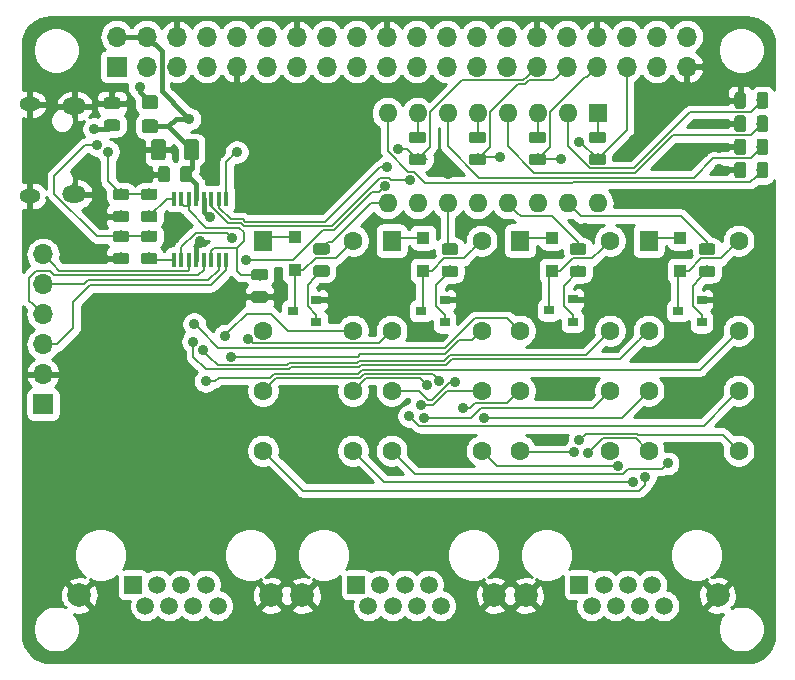
<source format=gbl>
G04 #@! TF.GenerationSoftware,KiCad,Pcbnew,(5.1.4)-1*
G04 #@! TF.CreationDate,2020-08-22T19:18:41-05:00*
G04 #@! TF.ProjectId,NetworkBreaker,4e657477-6f72-46b4-9272-65616b65722e,rev?*
G04 #@! TF.SameCoordinates,Original*
G04 #@! TF.FileFunction,Copper,L2,Bot*
G04 #@! TF.FilePolarity,Positive*
%FSLAX46Y46*%
G04 Gerber Fmt 4.6, Leading zero omitted, Abs format (unit mm)*
G04 Created by KiCad (PCBNEW (5.1.4)-1) date 2020-08-22 19:18:41*
%MOMM*%
%LPD*%
G04 APERTURE LIST*
%ADD10O,1.600000X1.600000*%
%ADD11R,1.600000X1.600000*%
%ADD12R,1.100000X1.100000*%
%ADD13C,0.150000*%
%ADD14C,0.975000*%
%ADD15O,1.700000X1.700000*%
%ADD16R,1.700000X1.700000*%
%ADD17C,1.150000*%
%ADD18C,1.250000*%
%ADD19R,0.900000X0.800000*%
%ADD20R,0.400000X1.200000*%
%ADD21O,1.800000X1.150000*%
%ADD22O,2.000000X1.450000*%
%ADD23C,2.000000*%
%ADD24C,1.500000*%
%ADD25R,1.500000X1.500000*%
%ADD26C,1.600000*%
%ADD27R,1.600000X1.800000*%
%ADD28C,0.900000*%
%ADD29C,0.200000*%
%ADD30C,0.400000*%
%ADD31C,0.152400*%
%ADD32C,0.254000*%
G04 APERTURE END LIST*
D10*
X249339500Y-110439500D03*
X231559500Y-102819500D03*
X246799500Y-110439500D03*
X234099500Y-102819500D03*
X244259500Y-110439500D03*
X236639500Y-102819500D03*
X241719500Y-110439500D03*
X239179500Y-102819500D03*
X239179500Y-110439500D03*
X241719500Y-102819500D03*
X236639500Y-110439500D03*
X244259500Y-102819500D03*
X234099500Y-110439500D03*
X246799500Y-102819500D03*
X231559500Y-110439500D03*
D11*
X249339500Y-102819500D03*
D12*
X234565166Y-116157500D03*
X234565166Y-113357500D03*
D13*
G36*
X211859342Y-112762174D02*
G01*
X211883003Y-112765684D01*
X211906207Y-112771496D01*
X211928729Y-112779554D01*
X211950353Y-112789782D01*
X211970870Y-112802079D01*
X211990083Y-112816329D01*
X212007807Y-112832393D01*
X212023871Y-112850117D01*
X212038121Y-112869330D01*
X212050418Y-112889847D01*
X212060646Y-112911471D01*
X212068704Y-112933993D01*
X212074516Y-112957197D01*
X212078026Y-112980858D01*
X212079200Y-113004750D01*
X212079200Y-113492250D01*
X212078026Y-113516142D01*
X212074516Y-113539803D01*
X212068704Y-113563007D01*
X212060646Y-113585529D01*
X212050418Y-113607153D01*
X212038121Y-113627670D01*
X212023871Y-113646883D01*
X212007807Y-113664607D01*
X211990083Y-113680671D01*
X211970870Y-113694921D01*
X211950353Y-113707218D01*
X211928729Y-113717446D01*
X211906207Y-113725504D01*
X211883003Y-113731316D01*
X211859342Y-113734826D01*
X211835450Y-113736000D01*
X210922950Y-113736000D01*
X210899058Y-113734826D01*
X210875397Y-113731316D01*
X210852193Y-113725504D01*
X210829671Y-113717446D01*
X210808047Y-113707218D01*
X210787530Y-113694921D01*
X210768317Y-113680671D01*
X210750593Y-113664607D01*
X210734529Y-113646883D01*
X210720279Y-113627670D01*
X210707982Y-113607153D01*
X210697754Y-113585529D01*
X210689696Y-113563007D01*
X210683884Y-113539803D01*
X210680374Y-113516142D01*
X210679200Y-113492250D01*
X210679200Y-113004750D01*
X210680374Y-112980858D01*
X210683884Y-112957197D01*
X210689696Y-112933993D01*
X210697754Y-112911471D01*
X210707982Y-112889847D01*
X210720279Y-112869330D01*
X210734529Y-112850117D01*
X210750593Y-112832393D01*
X210768317Y-112816329D01*
X210787530Y-112802079D01*
X210808047Y-112789782D01*
X210829671Y-112779554D01*
X210852193Y-112771496D01*
X210875397Y-112765684D01*
X210899058Y-112762174D01*
X210922950Y-112761000D01*
X211835450Y-112761000D01*
X211859342Y-112762174D01*
X211859342Y-112762174D01*
G37*
D14*
X211379200Y-113248500D03*
D13*
G36*
X211859342Y-114637174D02*
G01*
X211883003Y-114640684D01*
X211906207Y-114646496D01*
X211928729Y-114654554D01*
X211950353Y-114664782D01*
X211970870Y-114677079D01*
X211990083Y-114691329D01*
X212007807Y-114707393D01*
X212023871Y-114725117D01*
X212038121Y-114744330D01*
X212050418Y-114764847D01*
X212060646Y-114786471D01*
X212068704Y-114808993D01*
X212074516Y-114832197D01*
X212078026Y-114855858D01*
X212079200Y-114879750D01*
X212079200Y-115367250D01*
X212078026Y-115391142D01*
X212074516Y-115414803D01*
X212068704Y-115438007D01*
X212060646Y-115460529D01*
X212050418Y-115482153D01*
X212038121Y-115502670D01*
X212023871Y-115521883D01*
X212007807Y-115539607D01*
X211990083Y-115555671D01*
X211970870Y-115569921D01*
X211950353Y-115582218D01*
X211928729Y-115592446D01*
X211906207Y-115600504D01*
X211883003Y-115606316D01*
X211859342Y-115609826D01*
X211835450Y-115611000D01*
X210922950Y-115611000D01*
X210899058Y-115609826D01*
X210875397Y-115606316D01*
X210852193Y-115600504D01*
X210829671Y-115592446D01*
X210808047Y-115582218D01*
X210787530Y-115569921D01*
X210768317Y-115555671D01*
X210750593Y-115539607D01*
X210734529Y-115521883D01*
X210720279Y-115502670D01*
X210707982Y-115482153D01*
X210697754Y-115460529D01*
X210689696Y-115438007D01*
X210683884Y-115414803D01*
X210680374Y-115391142D01*
X210679200Y-115367250D01*
X210679200Y-114879750D01*
X210680374Y-114855858D01*
X210683884Y-114832197D01*
X210689696Y-114808993D01*
X210697754Y-114786471D01*
X210707982Y-114764847D01*
X210720279Y-114744330D01*
X210734529Y-114725117D01*
X210750593Y-114707393D01*
X210768317Y-114691329D01*
X210787530Y-114677079D01*
X210808047Y-114664782D01*
X210829671Y-114654554D01*
X210852193Y-114646496D01*
X210875397Y-114640684D01*
X210899058Y-114637174D01*
X210922950Y-114636000D01*
X211835450Y-114636000D01*
X211859342Y-114637174D01*
X211859342Y-114637174D01*
G37*
D14*
X211379200Y-115123500D03*
D13*
G36*
X211859342Y-109206174D02*
G01*
X211883003Y-109209684D01*
X211906207Y-109215496D01*
X211928729Y-109223554D01*
X211950353Y-109233782D01*
X211970870Y-109246079D01*
X211990083Y-109260329D01*
X212007807Y-109276393D01*
X212023871Y-109294117D01*
X212038121Y-109313330D01*
X212050418Y-109333847D01*
X212060646Y-109355471D01*
X212068704Y-109377993D01*
X212074516Y-109401197D01*
X212078026Y-109424858D01*
X212079200Y-109448750D01*
X212079200Y-109936250D01*
X212078026Y-109960142D01*
X212074516Y-109983803D01*
X212068704Y-110007007D01*
X212060646Y-110029529D01*
X212050418Y-110051153D01*
X212038121Y-110071670D01*
X212023871Y-110090883D01*
X212007807Y-110108607D01*
X211990083Y-110124671D01*
X211970870Y-110138921D01*
X211950353Y-110151218D01*
X211928729Y-110161446D01*
X211906207Y-110169504D01*
X211883003Y-110175316D01*
X211859342Y-110178826D01*
X211835450Y-110180000D01*
X210922950Y-110180000D01*
X210899058Y-110178826D01*
X210875397Y-110175316D01*
X210852193Y-110169504D01*
X210829671Y-110161446D01*
X210808047Y-110151218D01*
X210787530Y-110138921D01*
X210768317Y-110124671D01*
X210750593Y-110108607D01*
X210734529Y-110090883D01*
X210720279Y-110071670D01*
X210707982Y-110051153D01*
X210697754Y-110029529D01*
X210689696Y-110007007D01*
X210683884Y-109983803D01*
X210680374Y-109960142D01*
X210679200Y-109936250D01*
X210679200Y-109448750D01*
X210680374Y-109424858D01*
X210683884Y-109401197D01*
X210689696Y-109377993D01*
X210697754Y-109355471D01*
X210707982Y-109333847D01*
X210720279Y-109313330D01*
X210734529Y-109294117D01*
X210750593Y-109276393D01*
X210768317Y-109260329D01*
X210787530Y-109246079D01*
X210808047Y-109233782D01*
X210829671Y-109223554D01*
X210852193Y-109215496D01*
X210875397Y-109209684D01*
X210899058Y-109206174D01*
X210922950Y-109205000D01*
X211835450Y-109205000D01*
X211859342Y-109206174D01*
X211859342Y-109206174D01*
G37*
D14*
X211379200Y-109692500D03*
D13*
G36*
X211859342Y-111081174D02*
G01*
X211883003Y-111084684D01*
X211906207Y-111090496D01*
X211928729Y-111098554D01*
X211950353Y-111108782D01*
X211970870Y-111121079D01*
X211990083Y-111135329D01*
X212007807Y-111151393D01*
X212023871Y-111169117D01*
X212038121Y-111188330D01*
X212050418Y-111208847D01*
X212060646Y-111230471D01*
X212068704Y-111252993D01*
X212074516Y-111276197D01*
X212078026Y-111299858D01*
X212079200Y-111323750D01*
X212079200Y-111811250D01*
X212078026Y-111835142D01*
X212074516Y-111858803D01*
X212068704Y-111882007D01*
X212060646Y-111904529D01*
X212050418Y-111926153D01*
X212038121Y-111946670D01*
X212023871Y-111965883D01*
X212007807Y-111983607D01*
X211990083Y-111999671D01*
X211970870Y-112013921D01*
X211950353Y-112026218D01*
X211928729Y-112036446D01*
X211906207Y-112044504D01*
X211883003Y-112050316D01*
X211859342Y-112053826D01*
X211835450Y-112055000D01*
X210922950Y-112055000D01*
X210899058Y-112053826D01*
X210875397Y-112050316D01*
X210852193Y-112044504D01*
X210829671Y-112036446D01*
X210808047Y-112026218D01*
X210787530Y-112013921D01*
X210768317Y-111999671D01*
X210750593Y-111983607D01*
X210734529Y-111965883D01*
X210720279Y-111946670D01*
X210707982Y-111926153D01*
X210697754Y-111904529D01*
X210689696Y-111882007D01*
X210683884Y-111858803D01*
X210680374Y-111835142D01*
X210679200Y-111811250D01*
X210679200Y-111323750D01*
X210680374Y-111299858D01*
X210683884Y-111276197D01*
X210689696Y-111252993D01*
X210697754Y-111230471D01*
X210707982Y-111208847D01*
X210720279Y-111188330D01*
X210734529Y-111169117D01*
X210750593Y-111151393D01*
X210768317Y-111135329D01*
X210787530Y-111121079D01*
X210808047Y-111108782D01*
X210829671Y-111098554D01*
X210852193Y-111090496D01*
X210875397Y-111084684D01*
X210899058Y-111081174D01*
X210922950Y-111080000D01*
X211835450Y-111080000D01*
X211859342Y-111081174D01*
X211859342Y-111081174D01*
G37*
D14*
X211379200Y-111567500D03*
D15*
X202387600Y-114770200D03*
X202387600Y-117310200D03*
X202387600Y-119850200D03*
X202387600Y-122390200D03*
X202387600Y-124930200D03*
D16*
X202387600Y-127470200D03*
D13*
G36*
X211904505Y-101309604D02*
G01*
X211928773Y-101313204D01*
X211952572Y-101319165D01*
X211975671Y-101327430D01*
X211997850Y-101337920D01*
X212018893Y-101350532D01*
X212038599Y-101365147D01*
X212056777Y-101381623D01*
X212073253Y-101399801D01*
X212087868Y-101419507D01*
X212100480Y-101440550D01*
X212110970Y-101462729D01*
X212119235Y-101485828D01*
X212125196Y-101509627D01*
X212128796Y-101533895D01*
X212130000Y-101558399D01*
X212130000Y-102208401D01*
X212128796Y-102232905D01*
X212125196Y-102257173D01*
X212119235Y-102280972D01*
X212110970Y-102304071D01*
X212100480Y-102326250D01*
X212087868Y-102347293D01*
X212073253Y-102366999D01*
X212056777Y-102385177D01*
X212038599Y-102401653D01*
X212018893Y-102416268D01*
X211997850Y-102428880D01*
X211975671Y-102439370D01*
X211952572Y-102447635D01*
X211928773Y-102453596D01*
X211904505Y-102457196D01*
X211880001Y-102458400D01*
X210979999Y-102458400D01*
X210955495Y-102457196D01*
X210931227Y-102453596D01*
X210907428Y-102447635D01*
X210884329Y-102439370D01*
X210862150Y-102428880D01*
X210841107Y-102416268D01*
X210821401Y-102401653D01*
X210803223Y-102385177D01*
X210786747Y-102366999D01*
X210772132Y-102347293D01*
X210759520Y-102326250D01*
X210749030Y-102304071D01*
X210740765Y-102280972D01*
X210734804Y-102257173D01*
X210731204Y-102232905D01*
X210730000Y-102208401D01*
X210730000Y-101558399D01*
X210731204Y-101533895D01*
X210734804Y-101509627D01*
X210740765Y-101485828D01*
X210749030Y-101462729D01*
X210759520Y-101440550D01*
X210772132Y-101419507D01*
X210786747Y-101399801D01*
X210803223Y-101381623D01*
X210821401Y-101365147D01*
X210841107Y-101350532D01*
X210862150Y-101337920D01*
X210884329Y-101327430D01*
X210907428Y-101319165D01*
X210931227Y-101313204D01*
X210955495Y-101309604D01*
X210979999Y-101308400D01*
X211880001Y-101308400D01*
X211904505Y-101309604D01*
X211904505Y-101309604D01*
G37*
D17*
X211430000Y-101883400D03*
D13*
G36*
X211904505Y-103359604D02*
G01*
X211928773Y-103363204D01*
X211952572Y-103369165D01*
X211975671Y-103377430D01*
X211997850Y-103387920D01*
X212018893Y-103400532D01*
X212038599Y-103415147D01*
X212056777Y-103431623D01*
X212073253Y-103449801D01*
X212087868Y-103469507D01*
X212100480Y-103490550D01*
X212110970Y-103512729D01*
X212119235Y-103535828D01*
X212125196Y-103559627D01*
X212128796Y-103583895D01*
X212130000Y-103608399D01*
X212130000Y-104258401D01*
X212128796Y-104282905D01*
X212125196Y-104307173D01*
X212119235Y-104330972D01*
X212110970Y-104354071D01*
X212100480Y-104376250D01*
X212087868Y-104397293D01*
X212073253Y-104416999D01*
X212056777Y-104435177D01*
X212038599Y-104451653D01*
X212018893Y-104466268D01*
X211997850Y-104478880D01*
X211975671Y-104489370D01*
X211952572Y-104497635D01*
X211928773Y-104503596D01*
X211904505Y-104507196D01*
X211880001Y-104508400D01*
X210979999Y-104508400D01*
X210955495Y-104507196D01*
X210931227Y-104503596D01*
X210907428Y-104497635D01*
X210884329Y-104489370D01*
X210862150Y-104478880D01*
X210841107Y-104466268D01*
X210821401Y-104451653D01*
X210803223Y-104435177D01*
X210786747Y-104416999D01*
X210772132Y-104397293D01*
X210759520Y-104376250D01*
X210749030Y-104354071D01*
X210740765Y-104330972D01*
X210734804Y-104307173D01*
X210731204Y-104282905D01*
X210730000Y-104258401D01*
X210730000Y-103608399D01*
X210731204Y-103583895D01*
X210734804Y-103559627D01*
X210740765Y-103535828D01*
X210749030Y-103512729D01*
X210759520Y-103490550D01*
X210772132Y-103469507D01*
X210786747Y-103449801D01*
X210803223Y-103431623D01*
X210821401Y-103415147D01*
X210841107Y-103400532D01*
X210862150Y-103387920D01*
X210884329Y-103377430D01*
X210907428Y-103369165D01*
X210931227Y-103363204D01*
X210955495Y-103359604D01*
X210979999Y-103358400D01*
X211880001Y-103358400D01*
X211904505Y-103359604D01*
X211904505Y-103359604D01*
G37*
D17*
X211430000Y-103933400D03*
D13*
G36*
X208709742Y-101484574D02*
G01*
X208733403Y-101488084D01*
X208756607Y-101493896D01*
X208779129Y-101501954D01*
X208800753Y-101512182D01*
X208821270Y-101524479D01*
X208840483Y-101538729D01*
X208858207Y-101554793D01*
X208874271Y-101572517D01*
X208888521Y-101591730D01*
X208900818Y-101612247D01*
X208911046Y-101633871D01*
X208919104Y-101656393D01*
X208924916Y-101679597D01*
X208928426Y-101703258D01*
X208929600Y-101727150D01*
X208929600Y-102214650D01*
X208928426Y-102238542D01*
X208924916Y-102262203D01*
X208919104Y-102285407D01*
X208911046Y-102307929D01*
X208900818Y-102329553D01*
X208888521Y-102350070D01*
X208874271Y-102369283D01*
X208858207Y-102387007D01*
X208840483Y-102403071D01*
X208821270Y-102417321D01*
X208800753Y-102429618D01*
X208779129Y-102439846D01*
X208756607Y-102447904D01*
X208733403Y-102453716D01*
X208709742Y-102457226D01*
X208685850Y-102458400D01*
X207773350Y-102458400D01*
X207749458Y-102457226D01*
X207725797Y-102453716D01*
X207702593Y-102447904D01*
X207680071Y-102439846D01*
X207658447Y-102429618D01*
X207637930Y-102417321D01*
X207618717Y-102403071D01*
X207600993Y-102387007D01*
X207584929Y-102369283D01*
X207570679Y-102350070D01*
X207558382Y-102329553D01*
X207548154Y-102307929D01*
X207540096Y-102285407D01*
X207534284Y-102262203D01*
X207530774Y-102238542D01*
X207529600Y-102214650D01*
X207529600Y-101727150D01*
X207530774Y-101703258D01*
X207534284Y-101679597D01*
X207540096Y-101656393D01*
X207548154Y-101633871D01*
X207558382Y-101612247D01*
X207570679Y-101591730D01*
X207584929Y-101572517D01*
X207600993Y-101554793D01*
X207618717Y-101538729D01*
X207637930Y-101524479D01*
X207658447Y-101512182D01*
X207680071Y-101501954D01*
X207702593Y-101493896D01*
X207725797Y-101488084D01*
X207749458Y-101484574D01*
X207773350Y-101483400D01*
X208685850Y-101483400D01*
X208709742Y-101484574D01*
X208709742Y-101484574D01*
G37*
D14*
X208229600Y-101970900D03*
D13*
G36*
X208709742Y-103359574D02*
G01*
X208733403Y-103363084D01*
X208756607Y-103368896D01*
X208779129Y-103376954D01*
X208800753Y-103387182D01*
X208821270Y-103399479D01*
X208840483Y-103413729D01*
X208858207Y-103429793D01*
X208874271Y-103447517D01*
X208888521Y-103466730D01*
X208900818Y-103487247D01*
X208911046Y-103508871D01*
X208919104Y-103531393D01*
X208924916Y-103554597D01*
X208928426Y-103578258D01*
X208929600Y-103602150D01*
X208929600Y-104089650D01*
X208928426Y-104113542D01*
X208924916Y-104137203D01*
X208919104Y-104160407D01*
X208911046Y-104182929D01*
X208900818Y-104204553D01*
X208888521Y-104225070D01*
X208874271Y-104244283D01*
X208858207Y-104262007D01*
X208840483Y-104278071D01*
X208821270Y-104292321D01*
X208800753Y-104304618D01*
X208779129Y-104314846D01*
X208756607Y-104322904D01*
X208733403Y-104328716D01*
X208709742Y-104332226D01*
X208685850Y-104333400D01*
X207773350Y-104333400D01*
X207749458Y-104332226D01*
X207725797Y-104328716D01*
X207702593Y-104322904D01*
X207680071Y-104314846D01*
X207658447Y-104304618D01*
X207637930Y-104292321D01*
X207618717Y-104278071D01*
X207600993Y-104262007D01*
X207584929Y-104244283D01*
X207570679Y-104225070D01*
X207558382Y-104204553D01*
X207548154Y-104182929D01*
X207540096Y-104160407D01*
X207534284Y-104137203D01*
X207530774Y-104113542D01*
X207529600Y-104089650D01*
X207529600Y-103602150D01*
X207530774Y-103578258D01*
X207534284Y-103554597D01*
X207540096Y-103531393D01*
X207548154Y-103508871D01*
X207558382Y-103487247D01*
X207570679Y-103466730D01*
X207584929Y-103447517D01*
X207600993Y-103429793D01*
X207618717Y-103413729D01*
X207637930Y-103399479D01*
X207658447Y-103387182D01*
X207680071Y-103376954D01*
X207702593Y-103368896D01*
X207725797Y-103363084D01*
X207749458Y-103359574D01*
X207773350Y-103358400D01*
X208685850Y-103358400D01*
X208709742Y-103359574D01*
X208709742Y-103359574D01*
G37*
D14*
X208229600Y-103845900D03*
D13*
G36*
X221206542Y-117888374D02*
G01*
X221230203Y-117891884D01*
X221253407Y-117897696D01*
X221275929Y-117905754D01*
X221297553Y-117915982D01*
X221318070Y-117928279D01*
X221337283Y-117942529D01*
X221355007Y-117958593D01*
X221371071Y-117976317D01*
X221385321Y-117995530D01*
X221397618Y-118016047D01*
X221407846Y-118037671D01*
X221415904Y-118060193D01*
X221421716Y-118083397D01*
X221425226Y-118107058D01*
X221426400Y-118130950D01*
X221426400Y-118618450D01*
X221425226Y-118642342D01*
X221421716Y-118666003D01*
X221415904Y-118689207D01*
X221407846Y-118711729D01*
X221397618Y-118733353D01*
X221385321Y-118753870D01*
X221371071Y-118773083D01*
X221355007Y-118790807D01*
X221337283Y-118806871D01*
X221318070Y-118821121D01*
X221297553Y-118833418D01*
X221275929Y-118843646D01*
X221253407Y-118851704D01*
X221230203Y-118857516D01*
X221206542Y-118861026D01*
X221182650Y-118862200D01*
X220270150Y-118862200D01*
X220246258Y-118861026D01*
X220222597Y-118857516D01*
X220199393Y-118851704D01*
X220176871Y-118843646D01*
X220155247Y-118833418D01*
X220134730Y-118821121D01*
X220115517Y-118806871D01*
X220097793Y-118790807D01*
X220081729Y-118773083D01*
X220067479Y-118753870D01*
X220055182Y-118733353D01*
X220044954Y-118711729D01*
X220036896Y-118689207D01*
X220031084Y-118666003D01*
X220027574Y-118642342D01*
X220026400Y-118618450D01*
X220026400Y-118130950D01*
X220027574Y-118107058D01*
X220031084Y-118083397D01*
X220036896Y-118060193D01*
X220044954Y-118037671D01*
X220055182Y-118016047D01*
X220067479Y-117995530D01*
X220081729Y-117976317D01*
X220097793Y-117958593D01*
X220115517Y-117942529D01*
X220134730Y-117928279D01*
X220155247Y-117915982D01*
X220176871Y-117905754D01*
X220199393Y-117897696D01*
X220222597Y-117891884D01*
X220246258Y-117888374D01*
X220270150Y-117887200D01*
X221182650Y-117887200D01*
X221206542Y-117888374D01*
X221206542Y-117888374D01*
G37*
D14*
X220726400Y-118374700D03*
D13*
G36*
X221206542Y-116013374D02*
G01*
X221230203Y-116016884D01*
X221253407Y-116022696D01*
X221275929Y-116030754D01*
X221297553Y-116040982D01*
X221318070Y-116053279D01*
X221337283Y-116067529D01*
X221355007Y-116083593D01*
X221371071Y-116101317D01*
X221385321Y-116120530D01*
X221397618Y-116141047D01*
X221407846Y-116162671D01*
X221415904Y-116185193D01*
X221421716Y-116208397D01*
X221425226Y-116232058D01*
X221426400Y-116255950D01*
X221426400Y-116743450D01*
X221425226Y-116767342D01*
X221421716Y-116791003D01*
X221415904Y-116814207D01*
X221407846Y-116836729D01*
X221397618Y-116858353D01*
X221385321Y-116878870D01*
X221371071Y-116898083D01*
X221355007Y-116915807D01*
X221337283Y-116931871D01*
X221318070Y-116946121D01*
X221297553Y-116958418D01*
X221275929Y-116968646D01*
X221253407Y-116976704D01*
X221230203Y-116982516D01*
X221206542Y-116986026D01*
X221182650Y-116987200D01*
X220270150Y-116987200D01*
X220246258Y-116986026D01*
X220222597Y-116982516D01*
X220199393Y-116976704D01*
X220176871Y-116968646D01*
X220155247Y-116958418D01*
X220134730Y-116946121D01*
X220115517Y-116931871D01*
X220097793Y-116915807D01*
X220081729Y-116898083D01*
X220067479Y-116878870D01*
X220055182Y-116858353D01*
X220044954Y-116836729D01*
X220036896Y-116814207D01*
X220031084Y-116791003D01*
X220027574Y-116767342D01*
X220026400Y-116743450D01*
X220026400Y-116255950D01*
X220027574Y-116232058D01*
X220031084Y-116208397D01*
X220036896Y-116185193D01*
X220044954Y-116162671D01*
X220055182Y-116141047D01*
X220067479Y-116120530D01*
X220081729Y-116101317D01*
X220097793Y-116083593D01*
X220115517Y-116067529D01*
X220134730Y-116053279D01*
X220155247Y-116040982D01*
X220176871Y-116030754D01*
X220199393Y-116022696D01*
X220222597Y-116016884D01*
X220246258Y-116013374D01*
X220270150Y-116012200D01*
X221182650Y-116012200D01*
X221206542Y-116013374D01*
X221206542Y-116013374D01*
G37*
D14*
X220726400Y-116499700D03*
D13*
G36*
X209471742Y-114637174D02*
G01*
X209495403Y-114640684D01*
X209518607Y-114646496D01*
X209541129Y-114654554D01*
X209562753Y-114664782D01*
X209583270Y-114677079D01*
X209602483Y-114691329D01*
X209620207Y-114707393D01*
X209636271Y-114725117D01*
X209650521Y-114744330D01*
X209662818Y-114764847D01*
X209673046Y-114786471D01*
X209681104Y-114808993D01*
X209686916Y-114832197D01*
X209690426Y-114855858D01*
X209691600Y-114879750D01*
X209691600Y-115367250D01*
X209690426Y-115391142D01*
X209686916Y-115414803D01*
X209681104Y-115438007D01*
X209673046Y-115460529D01*
X209662818Y-115482153D01*
X209650521Y-115502670D01*
X209636271Y-115521883D01*
X209620207Y-115539607D01*
X209602483Y-115555671D01*
X209583270Y-115569921D01*
X209562753Y-115582218D01*
X209541129Y-115592446D01*
X209518607Y-115600504D01*
X209495403Y-115606316D01*
X209471742Y-115609826D01*
X209447850Y-115611000D01*
X208535350Y-115611000D01*
X208511458Y-115609826D01*
X208487797Y-115606316D01*
X208464593Y-115600504D01*
X208442071Y-115592446D01*
X208420447Y-115582218D01*
X208399930Y-115569921D01*
X208380717Y-115555671D01*
X208362993Y-115539607D01*
X208346929Y-115521883D01*
X208332679Y-115502670D01*
X208320382Y-115482153D01*
X208310154Y-115460529D01*
X208302096Y-115438007D01*
X208296284Y-115414803D01*
X208292774Y-115391142D01*
X208291600Y-115367250D01*
X208291600Y-114879750D01*
X208292774Y-114855858D01*
X208296284Y-114832197D01*
X208302096Y-114808993D01*
X208310154Y-114786471D01*
X208320382Y-114764847D01*
X208332679Y-114744330D01*
X208346929Y-114725117D01*
X208362993Y-114707393D01*
X208380717Y-114691329D01*
X208399930Y-114677079D01*
X208420447Y-114664782D01*
X208442071Y-114654554D01*
X208464593Y-114646496D01*
X208487797Y-114640684D01*
X208511458Y-114637174D01*
X208535350Y-114636000D01*
X209447850Y-114636000D01*
X209471742Y-114637174D01*
X209471742Y-114637174D01*
G37*
D14*
X208991600Y-115123500D03*
D13*
G36*
X209471742Y-112762174D02*
G01*
X209495403Y-112765684D01*
X209518607Y-112771496D01*
X209541129Y-112779554D01*
X209562753Y-112789782D01*
X209583270Y-112802079D01*
X209602483Y-112816329D01*
X209620207Y-112832393D01*
X209636271Y-112850117D01*
X209650521Y-112869330D01*
X209662818Y-112889847D01*
X209673046Y-112911471D01*
X209681104Y-112933993D01*
X209686916Y-112957197D01*
X209690426Y-112980858D01*
X209691600Y-113004750D01*
X209691600Y-113492250D01*
X209690426Y-113516142D01*
X209686916Y-113539803D01*
X209681104Y-113563007D01*
X209673046Y-113585529D01*
X209662818Y-113607153D01*
X209650521Y-113627670D01*
X209636271Y-113646883D01*
X209620207Y-113664607D01*
X209602483Y-113680671D01*
X209583270Y-113694921D01*
X209562753Y-113707218D01*
X209541129Y-113717446D01*
X209518607Y-113725504D01*
X209495403Y-113731316D01*
X209471742Y-113734826D01*
X209447850Y-113736000D01*
X208535350Y-113736000D01*
X208511458Y-113734826D01*
X208487797Y-113731316D01*
X208464593Y-113725504D01*
X208442071Y-113717446D01*
X208420447Y-113707218D01*
X208399930Y-113694921D01*
X208380717Y-113680671D01*
X208362993Y-113664607D01*
X208346929Y-113646883D01*
X208332679Y-113627670D01*
X208320382Y-113607153D01*
X208310154Y-113585529D01*
X208302096Y-113563007D01*
X208296284Y-113539803D01*
X208292774Y-113516142D01*
X208291600Y-113492250D01*
X208291600Y-113004750D01*
X208292774Y-112980858D01*
X208296284Y-112957197D01*
X208302096Y-112933993D01*
X208310154Y-112911471D01*
X208320382Y-112889847D01*
X208332679Y-112869330D01*
X208346929Y-112850117D01*
X208362993Y-112832393D01*
X208380717Y-112816329D01*
X208399930Y-112802079D01*
X208420447Y-112789782D01*
X208442071Y-112779554D01*
X208464593Y-112771496D01*
X208487797Y-112765684D01*
X208511458Y-112762174D01*
X208535350Y-112761000D01*
X209447850Y-112761000D01*
X209471742Y-112762174D01*
X209471742Y-112762174D01*
G37*
D14*
X208991600Y-113248500D03*
D13*
G36*
X209471742Y-111081174D02*
G01*
X209495403Y-111084684D01*
X209518607Y-111090496D01*
X209541129Y-111098554D01*
X209562753Y-111108782D01*
X209583270Y-111121079D01*
X209602483Y-111135329D01*
X209620207Y-111151393D01*
X209636271Y-111169117D01*
X209650521Y-111188330D01*
X209662818Y-111208847D01*
X209673046Y-111230471D01*
X209681104Y-111252993D01*
X209686916Y-111276197D01*
X209690426Y-111299858D01*
X209691600Y-111323750D01*
X209691600Y-111811250D01*
X209690426Y-111835142D01*
X209686916Y-111858803D01*
X209681104Y-111882007D01*
X209673046Y-111904529D01*
X209662818Y-111926153D01*
X209650521Y-111946670D01*
X209636271Y-111965883D01*
X209620207Y-111983607D01*
X209602483Y-111999671D01*
X209583270Y-112013921D01*
X209562753Y-112026218D01*
X209541129Y-112036446D01*
X209518607Y-112044504D01*
X209495403Y-112050316D01*
X209471742Y-112053826D01*
X209447850Y-112055000D01*
X208535350Y-112055000D01*
X208511458Y-112053826D01*
X208487797Y-112050316D01*
X208464593Y-112044504D01*
X208442071Y-112036446D01*
X208420447Y-112026218D01*
X208399930Y-112013921D01*
X208380717Y-111999671D01*
X208362993Y-111983607D01*
X208346929Y-111965883D01*
X208332679Y-111946670D01*
X208320382Y-111926153D01*
X208310154Y-111904529D01*
X208302096Y-111882007D01*
X208296284Y-111858803D01*
X208292774Y-111835142D01*
X208291600Y-111811250D01*
X208291600Y-111323750D01*
X208292774Y-111299858D01*
X208296284Y-111276197D01*
X208302096Y-111252993D01*
X208310154Y-111230471D01*
X208320382Y-111208847D01*
X208332679Y-111188330D01*
X208346929Y-111169117D01*
X208362993Y-111151393D01*
X208380717Y-111135329D01*
X208399930Y-111121079D01*
X208420447Y-111108782D01*
X208442071Y-111098554D01*
X208464593Y-111090496D01*
X208487797Y-111084684D01*
X208511458Y-111081174D01*
X208535350Y-111080000D01*
X209447850Y-111080000D01*
X209471742Y-111081174D01*
X209471742Y-111081174D01*
G37*
D14*
X208991600Y-111567500D03*
D13*
G36*
X209471742Y-109206174D02*
G01*
X209495403Y-109209684D01*
X209518607Y-109215496D01*
X209541129Y-109223554D01*
X209562753Y-109233782D01*
X209583270Y-109246079D01*
X209602483Y-109260329D01*
X209620207Y-109276393D01*
X209636271Y-109294117D01*
X209650521Y-109313330D01*
X209662818Y-109333847D01*
X209673046Y-109355471D01*
X209681104Y-109377993D01*
X209686916Y-109401197D01*
X209690426Y-109424858D01*
X209691600Y-109448750D01*
X209691600Y-109936250D01*
X209690426Y-109960142D01*
X209686916Y-109983803D01*
X209681104Y-110007007D01*
X209673046Y-110029529D01*
X209662818Y-110051153D01*
X209650521Y-110071670D01*
X209636271Y-110090883D01*
X209620207Y-110108607D01*
X209602483Y-110124671D01*
X209583270Y-110138921D01*
X209562753Y-110151218D01*
X209541129Y-110161446D01*
X209518607Y-110169504D01*
X209495403Y-110175316D01*
X209471742Y-110178826D01*
X209447850Y-110180000D01*
X208535350Y-110180000D01*
X208511458Y-110178826D01*
X208487797Y-110175316D01*
X208464593Y-110169504D01*
X208442071Y-110161446D01*
X208420447Y-110151218D01*
X208399930Y-110138921D01*
X208380717Y-110124671D01*
X208362993Y-110108607D01*
X208346929Y-110090883D01*
X208332679Y-110071670D01*
X208320382Y-110051153D01*
X208310154Y-110029529D01*
X208302096Y-110007007D01*
X208296284Y-109983803D01*
X208292774Y-109960142D01*
X208291600Y-109936250D01*
X208291600Y-109448750D01*
X208292774Y-109424858D01*
X208296284Y-109401197D01*
X208302096Y-109377993D01*
X208310154Y-109355471D01*
X208320382Y-109333847D01*
X208332679Y-109313330D01*
X208346929Y-109294117D01*
X208362993Y-109276393D01*
X208380717Y-109260329D01*
X208399930Y-109246079D01*
X208420447Y-109233782D01*
X208442071Y-109223554D01*
X208464593Y-109215496D01*
X208487797Y-109209684D01*
X208511458Y-109206174D01*
X208535350Y-109205000D01*
X209447850Y-109205000D01*
X209471742Y-109206174D01*
X209471742Y-109206174D01*
G37*
D14*
X208991600Y-109692500D03*
D13*
G36*
X212563104Y-105031804D02*
G01*
X212587373Y-105035404D01*
X212611171Y-105041365D01*
X212634271Y-105049630D01*
X212656449Y-105060120D01*
X212677493Y-105072733D01*
X212697198Y-105087347D01*
X212715377Y-105103823D01*
X212731853Y-105122002D01*
X212746467Y-105141707D01*
X212759080Y-105162751D01*
X212769570Y-105184929D01*
X212777835Y-105208029D01*
X212783796Y-105231827D01*
X212787396Y-105256096D01*
X212788600Y-105280600D01*
X212788600Y-106530600D01*
X212787396Y-106555104D01*
X212783796Y-106579373D01*
X212777835Y-106603171D01*
X212769570Y-106626271D01*
X212759080Y-106648449D01*
X212746467Y-106669493D01*
X212731853Y-106689198D01*
X212715377Y-106707377D01*
X212697198Y-106723853D01*
X212677493Y-106738467D01*
X212656449Y-106751080D01*
X212634271Y-106761570D01*
X212611171Y-106769835D01*
X212587373Y-106775796D01*
X212563104Y-106779396D01*
X212538600Y-106780600D01*
X211788600Y-106780600D01*
X211764096Y-106779396D01*
X211739827Y-106775796D01*
X211716029Y-106769835D01*
X211692929Y-106761570D01*
X211670751Y-106751080D01*
X211649707Y-106738467D01*
X211630002Y-106723853D01*
X211611823Y-106707377D01*
X211595347Y-106689198D01*
X211580733Y-106669493D01*
X211568120Y-106648449D01*
X211557630Y-106626271D01*
X211549365Y-106603171D01*
X211543404Y-106579373D01*
X211539804Y-106555104D01*
X211538600Y-106530600D01*
X211538600Y-105280600D01*
X211539804Y-105256096D01*
X211543404Y-105231827D01*
X211549365Y-105208029D01*
X211557630Y-105184929D01*
X211568120Y-105162751D01*
X211580733Y-105141707D01*
X211595347Y-105122002D01*
X211611823Y-105103823D01*
X211630002Y-105087347D01*
X211649707Y-105072733D01*
X211670751Y-105060120D01*
X211692929Y-105049630D01*
X211716029Y-105041365D01*
X211739827Y-105035404D01*
X211764096Y-105031804D01*
X211788600Y-105030600D01*
X212538600Y-105030600D01*
X212563104Y-105031804D01*
X212563104Y-105031804D01*
G37*
D18*
X212163600Y-105905600D03*
D13*
G36*
X215363104Y-105031804D02*
G01*
X215387373Y-105035404D01*
X215411171Y-105041365D01*
X215434271Y-105049630D01*
X215456449Y-105060120D01*
X215477493Y-105072733D01*
X215497198Y-105087347D01*
X215515377Y-105103823D01*
X215531853Y-105122002D01*
X215546467Y-105141707D01*
X215559080Y-105162751D01*
X215569570Y-105184929D01*
X215577835Y-105208029D01*
X215583796Y-105231827D01*
X215587396Y-105256096D01*
X215588600Y-105280600D01*
X215588600Y-106530600D01*
X215587396Y-106555104D01*
X215583796Y-106579373D01*
X215577835Y-106603171D01*
X215569570Y-106626271D01*
X215559080Y-106648449D01*
X215546467Y-106669493D01*
X215531853Y-106689198D01*
X215515377Y-106707377D01*
X215497198Y-106723853D01*
X215477493Y-106738467D01*
X215456449Y-106751080D01*
X215434271Y-106761570D01*
X215411171Y-106769835D01*
X215387373Y-106775796D01*
X215363104Y-106779396D01*
X215338600Y-106780600D01*
X214588600Y-106780600D01*
X214564096Y-106779396D01*
X214539827Y-106775796D01*
X214516029Y-106769835D01*
X214492929Y-106761570D01*
X214470751Y-106751080D01*
X214449707Y-106738467D01*
X214430002Y-106723853D01*
X214411823Y-106707377D01*
X214395347Y-106689198D01*
X214380733Y-106669493D01*
X214368120Y-106648449D01*
X214357630Y-106626271D01*
X214349365Y-106603171D01*
X214343404Y-106579373D01*
X214339804Y-106555104D01*
X214338600Y-106530600D01*
X214338600Y-105280600D01*
X214339804Y-105256096D01*
X214343404Y-105231827D01*
X214349365Y-105208029D01*
X214357630Y-105184929D01*
X214368120Y-105162751D01*
X214380733Y-105141707D01*
X214395347Y-105122002D01*
X214411823Y-105103823D01*
X214430002Y-105087347D01*
X214449707Y-105072733D01*
X214470751Y-105060120D01*
X214492929Y-105049630D01*
X214516029Y-105041365D01*
X214539827Y-105035404D01*
X214564096Y-105031804D01*
X214588600Y-105030600D01*
X215338600Y-105030600D01*
X215363104Y-105031804D01*
X215363104Y-105031804D01*
G37*
D18*
X214963600Y-105905600D03*
D13*
G36*
X212893742Y-107289574D02*
G01*
X212917403Y-107293084D01*
X212940607Y-107298896D01*
X212963129Y-107306954D01*
X212984753Y-107317182D01*
X213005270Y-107329479D01*
X213024483Y-107343729D01*
X213042207Y-107359793D01*
X213058271Y-107377517D01*
X213072521Y-107396730D01*
X213084818Y-107417247D01*
X213095046Y-107438871D01*
X213103104Y-107461393D01*
X213108916Y-107484597D01*
X213112426Y-107508258D01*
X213113600Y-107532150D01*
X213113600Y-108444650D01*
X213112426Y-108468542D01*
X213108916Y-108492203D01*
X213103104Y-108515407D01*
X213095046Y-108537929D01*
X213084818Y-108559553D01*
X213072521Y-108580070D01*
X213058271Y-108599283D01*
X213042207Y-108617007D01*
X213024483Y-108633071D01*
X213005270Y-108647321D01*
X212984753Y-108659618D01*
X212963129Y-108669846D01*
X212940607Y-108677904D01*
X212917403Y-108683716D01*
X212893742Y-108687226D01*
X212869850Y-108688400D01*
X212382350Y-108688400D01*
X212358458Y-108687226D01*
X212334797Y-108683716D01*
X212311593Y-108677904D01*
X212289071Y-108669846D01*
X212267447Y-108659618D01*
X212246930Y-108647321D01*
X212227717Y-108633071D01*
X212209993Y-108617007D01*
X212193929Y-108599283D01*
X212179679Y-108580070D01*
X212167382Y-108559553D01*
X212157154Y-108537929D01*
X212149096Y-108515407D01*
X212143284Y-108492203D01*
X212139774Y-108468542D01*
X212138600Y-108444650D01*
X212138600Y-107532150D01*
X212139774Y-107508258D01*
X212143284Y-107484597D01*
X212149096Y-107461393D01*
X212157154Y-107438871D01*
X212167382Y-107417247D01*
X212179679Y-107396730D01*
X212193929Y-107377517D01*
X212209993Y-107359793D01*
X212227717Y-107343729D01*
X212246930Y-107329479D01*
X212267447Y-107317182D01*
X212289071Y-107306954D01*
X212311593Y-107298896D01*
X212334797Y-107293084D01*
X212358458Y-107289574D01*
X212382350Y-107288400D01*
X212869850Y-107288400D01*
X212893742Y-107289574D01*
X212893742Y-107289574D01*
G37*
D14*
X212626100Y-107988400D03*
D13*
G36*
X214768742Y-107289574D02*
G01*
X214792403Y-107293084D01*
X214815607Y-107298896D01*
X214838129Y-107306954D01*
X214859753Y-107317182D01*
X214880270Y-107329479D01*
X214899483Y-107343729D01*
X214917207Y-107359793D01*
X214933271Y-107377517D01*
X214947521Y-107396730D01*
X214959818Y-107417247D01*
X214970046Y-107438871D01*
X214978104Y-107461393D01*
X214983916Y-107484597D01*
X214987426Y-107508258D01*
X214988600Y-107532150D01*
X214988600Y-108444650D01*
X214987426Y-108468542D01*
X214983916Y-108492203D01*
X214978104Y-108515407D01*
X214970046Y-108537929D01*
X214959818Y-108559553D01*
X214947521Y-108580070D01*
X214933271Y-108599283D01*
X214917207Y-108617007D01*
X214899483Y-108633071D01*
X214880270Y-108647321D01*
X214859753Y-108659618D01*
X214838129Y-108669846D01*
X214815607Y-108677904D01*
X214792403Y-108683716D01*
X214768742Y-108687226D01*
X214744850Y-108688400D01*
X214257350Y-108688400D01*
X214233458Y-108687226D01*
X214209797Y-108683716D01*
X214186593Y-108677904D01*
X214164071Y-108669846D01*
X214142447Y-108659618D01*
X214121930Y-108647321D01*
X214102717Y-108633071D01*
X214084993Y-108617007D01*
X214068929Y-108599283D01*
X214054679Y-108580070D01*
X214042382Y-108559553D01*
X214032154Y-108537929D01*
X214024096Y-108515407D01*
X214018284Y-108492203D01*
X214014774Y-108468542D01*
X214013600Y-108444650D01*
X214013600Y-107532150D01*
X214014774Y-107508258D01*
X214018284Y-107484597D01*
X214024096Y-107461393D01*
X214032154Y-107438871D01*
X214042382Y-107417247D01*
X214054679Y-107396730D01*
X214068929Y-107377517D01*
X214084993Y-107359793D01*
X214102717Y-107343729D01*
X214121930Y-107329479D01*
X214142447Y-107317182D01*
X214164071Y-107306954D01*
X214186593Y-107298896D01*
X214209797Y-107293084D01*
X214233458Y-107289574D01*
X214257350Y-107288400D01*
X214744850Y-107288400D01*
X214768742Y-107289574D01*
X214768742Y-107289574D01*
G37*
D14*
X214501100Y-107988400D03*
D19*
X245228000Y-119520000D03*
X247228000Y-120470000D03*
X247228000Y-118570000D03*
X234390666Y-119583500D03*
X236390666Y-120533500D03*
X236390666Y-118633500D03*
X223536400Y-119583500D03*
X225536400Y-120533500D03*
X225536400Y-118633500D03*
D12*
X245444832Y-116157500D03*
X245444832Y-113357500D03*
X223685500Y-116122500D03*
X223685500Y-113322500D03*
X256324500Y-116157500D03*
X256324500Y-113357500D03*
D20*
X217919700Y-110062000D03*
X217284700Y-110062000D03*
X216649700Y-110062000D03*
X216014700Y-110062000D03*
X215379700Y-110062000D03*
X214744700Y-110062000D03*
X214109700Y-110062000D03*
X213474700Y-110062000D03*
X213474700Y-115262000D03*
X214109700Y-115262000D03*
X214744700Y-115262000D03*
X215379700Y-115262000D03*
X216014700Y-115262000D03*
X216649700Y-115262000D03*
X217284700Y-115262000D03*
X217919700Y-115262000D03*
D13*
G36*
X248168642Y-113853674D02*
G01*
X248192303Y-113857184D01*
X248215507Y-113862996D01*
X248238029Y-113871054D01*
X248259653Y-113881282D01*
X248280170Y-113893579D01*
X248299383Y-113907829D01*
X248317107Y-113923893D01*
X248333171Y-113941617D01*
X248347421Y-113960830D01*
X248359718Y-113981347D01*
X248369946Y-114002971D01*
X248378004Y-114025493D01*
X248383816Y-114048697D01*
X248387326Y-114072358D01*
X248388500Y-114096250D01*
X248388500Y-114583750D01*
X248387326Y-114607642D01*
X248383816Y-114631303D01*
X248378004Y-114654507D01*
X248369946Y-114677029D01*
X248359718Y-114698653D01*
X248347421Y-114719170D01*
X248333171Y-114738383D01*
X248317107Y-114756107D01*
X248299383Y-114772171D01*
X248280170Y-114786421D01*
X248259653Y-114798718D01*
X248238029Y-114808946D01*
X248215507Y-114817004D01*
X248192303Y-114822816D01*
X248168642Y-114826326D01*
X248144750Y-114827500D01*
X247232250Y-114827500D01*
X247208358Y-114826326D01*
X247184697Y-114822816D01*
X247161493Y-114817004D01*
X247138971Y-114808946D01*
X247117347Y-114798718D01*
X247096830Y-114786421D01*
X247077617Y-114772171D01*
X247059893Y-114756107D01*
X247043829Y-114738383D01*
X247029579Y-114719170D01*
X247017282Y-114698653D01*
X247007054Y-114677029D01*
X246998996Y-114654507D01*
X246993184Y-114631303D01*
X246989674Y-114607642D01*
X246988500Y-114583750D01*
X246988500Y-114096250D01*
X246989674Y-114072358D01*
X246993184Y-114048697D01*
X246998996Y-114025493D01*
X247007054Y-114002971D01*
X247017282Y-113981347D01*
X247029579Y-113960830D01*
X247043829Y-113941617D01*
X247059893Y-113923893D01*
X247077617Y-113907829D01*
X247096830Y-113893579D01*
X247117347Y-113881282D01*
X247138971Y-113871054D01*
X247161493Y-113862996D01*
X247184697Y-113857184D01*
X247208358Y-113853674D01*
X247232250Y-113852500D01*
X248144750Y-113852500D01*
X248168642Y-113853674D01*
X248168642Y-113853674D01*
G37*
D14*
X247688500Y-114340000D03*
D13*
G36*
X248168642Y-115728674D02*
G01*
X248192303Y-115732184D01*
X248215507Y-115737996D01*
X248238029Y-115746054D01*
X248259653Y-115756282D01*
X248280170Y-115768579D01*
X248299383Y-115782829D01*
X248317107Y-115798893D01*
X248333171Y-115816617D01*
X248347421Y-115835830D01*
X248359718Y-115856347D01*
X248369946Y-115877971D01*
X248378004Y-115900493D01*
X248383816Y-115923697D01*
X248387326Y-115947358D01*
X248388500Y-115971250D01*
X248388500Y-116458750D01*
X248387326Y-116482642D01*
X248383816Y-116506303D01*
X248378004Y-116529507D01*
X248369946Y-116552029D01*
X248359718Y-116573653D01*
X248347421Y-116594170D01*
X248333171Y-116613383D01*
X248317107Y-116631107D01*
X248299383Y-116647171D01*
X248280170Y-116661421D01*
X248259653Y-116673718D01*
X248238029Y-116683946D01*
X248215507Y-116692004D01*
X248192303Y-116697816D01*
X248168642Y-116701326D01*
X248144750Y-116702500D01*
X247232250Y-116702500D01*
X247208358Y-116701326D01*
X247184697Y-116697816D01*
X247161493Y-116692004D01*
X247138971Y-116683946D01*
X247117347Y-116673718D01*
X247096830Y-116661421D01*
X247077617Y-116647171D01*
X247059893Y-116631107D01*
X247043829Y-116613383D01*
X247029579Y-116594170D01*
X247017282Y-116573653D01*
X247007054Y-116552029D01*
X246998996Y-116529507D01*
X246993184Y-116506303D01*
X246989674Y-116482642D01*
X246988500Y-116458750D01*
X246988500Y-115971250D01*
X246989674Y-115947358D01*
X246993184Y-115923697D01*
X246998996Y-115900493D01*
X247007054Y-115877971D01*
X247017282Y-115856347D01*
X247029579Y-115835830D01*
X247043829Y-115816617D01*
X247059893Y-115798893D01*
X247077617Y-115782829D01*
X247096830Y-115768579D01*
X247117347Y-115756282D01*
X247138971Y-115746054D01*
X247161493Y-115737996D01*
X247184697Y-115732184D01*
X247208358Y-115728674D01*
X247232250Y-115727500D01*
X248144750Y-115727500D01*
X248168642Y-115728674D01*
X248168642Y-115728674D01*
G37*
D14*
X247688500Y-116215000D03*
D13*
G36*
X237310142Y-113853674D02*
G01*
X237333803Y-113857184D01*
X237357007Y-113862996D01*
X237379529Y-113871054D01*
X237401153Y-113881282D01*
X237421670Y-113893579D01*
X237440883Y-113907829D01*
X237458607Y-113923893D01*
X237474671Y-113941617D01*
X237488921Y-113960830D01*
X237501218Y-113981347D01*
X237511446Y-114002971D01*
X237519504Y-114025493D01*
X237525316Y-114048697D01*
X237528826Y-114072358D01*
X237530000Y-114096250D01*
X237530000Y-114583750D01*
X237528826Y-114607642D01*
X237525316Y-114631303D01*
X237519504Y-114654507D01*
X237511446Y-114677029D01*
X237501218Y-114698653D01*
X237488921Y-114719170D01*
X237474671Y-114738383D01*
X237458607Y-114756107D01*
X237440883Y-114772171D01*
X237421670Y-114786421D01*
X237401153Y-114798718D01*
X237379529Y-114808946D01*
X237357007Y-114817004D01*
X237333803Y-114822816D01*
X237310142Y-114826326D01*
X237286250Y-114827500D01*
X236373750Y-114827500D01*
X236349858Y-114826326D01*
X236326197Y-114822816D01*
X236302993Y-114817004D01*
X236280471Y-114808946D01*
X236258847Y-114798718D01*
X236238330Y-114786421D01*
X236219117Y-114772171D01*
X236201393Y-114756107D01*
X236185329Y-114738383D01*
X236171079Y-114719170D01*
X236158782Y-114698653D01*
X236148554Y-114677029D01*
X236140496Y-114654507D01*
X236134684Y-114631303D01*
X236131174Y-114607642D01*
X236130000Y-114583750D01*
X236130000Y-114096250D01*
X236131174Y-114072358D01*
X236134684Y-114048697D01*
X236140496Y-114025493D01*
X236148554Y-114002971D01*
X236158782Y-113981347D01*
X236171079Y-113960830D01*
X236185329Y-113941617D01*
X236201393Y-113923893D01*
X236219117Y-113907829D01*
X236238330Y-113893579D01*
X236258847Y-113881282D01*
X236280471Y-113871054D01*
X236302993Y-113862996D01*
X236326197Y-113857184D01*
X236349858Y-113853674D01*
X236373750Y-113852500D01*
X237286250Y-113852500D01*
X237310142Y-113853674D01*
X237310142Y-113853674D01*
G37*
D14*
X236830000Y-114340000D03*
D13*
G36*
X237310142Y-115728674D02*
G01*
X237333803Y-115732184D01*
X237357007Y-115737996D01*
X237379529Y-115746054D01*
X237401153Y-115756282D01*
X237421670Y-115768579D01*
X237440883Y-115782829D01*
X237458607Y-115798893D01*
X237474671Y-115816617D01*
X237488921Y-115835830D01*
X237501218Y-115856347D01*
X237511446Y-115877971D01*
X237519504Y-115900493D01*
X237525316Y-115923697D01*
X237528826Y-115947358D01*
X237530000Y-115971250D01*
X237530000Y-116458750D01*
X237528826Y-116482642D01*
X237525316Y-116506303D01*
X237519504Y-116529507D01*
X237511446Y-116552029D01*
X237501218Y-116573653D01*
X237488921Y-116594170D01*
X237474671Y-116613383D01*
X237458607Y-116631107D01*
X237440883Y-116647171D01*
X237421670Y-116661421D01*
X237401153Y-116673718D01*
X237379529Y-116683946D01*
X237357007Y-116692004D01*
X237333803Y-116697816D01*
X237310142Y-116701326D01*
X237286250Y-116702500D01*
X236373750Y-116702500D01*
X236349858Y-116701326D01*
X236326197Y-116697816D01*
X236302993Y-116692004D01*
X236280471Y-116683946D01*
X236258847Y-116673718D01*
X236238330Y-116661421D01*
X236219117Y-116647171D01*
X236201393Y-116631107D01*
X236185329Y-116613383D01*
X236171079Y-116594170D01*
X236158782Y-116573653D01*
X236148554Y-116552029D01*
X236140496Y-116529507D01*
X236134684Y-116506303D01*
X236131174Y-116482642D01*
X236130000Y-116458750D01*
X236130000Y-115971250D01*
X236131174Y-115947358D01*
X236134684Y-115923697D01*
X236140496Y-115900493D01*
X236148554Y-115877971D01*
X236158782Y-115856347D01*
X236171079Y-115835830D01*
X236185329Y-115816617D01*
X236201393Y-115798893D01*
X236219117Y-115782829D01*
X236238330Y-115768579D01*
X236258847Y-115756282D01*
X236280471Y-115746054D01*
X236302993Y-115737996D01*
X236326197Y-115732184D01*
X236349858Y-115728674D01*
X236373750Y-115727500D01*
X237286250Y-115727500D01*
X237310142Y-115728674D01*
X237310142Y-115728674D01*
G37*
D14*
X236830000Y-116215000D03*
D13*
G36*
X226438942Y-113818674D02*
G01*
X226462603Y-113822184D01*
X226485807Y-113827996D01*
X226508329Y-113836054D01*
X226529953Y-113846282D01*
X226550470Y-113858579D01*
X226569683Y-113872829D01*
X226587407Y-113888893D01*
X226603471Y-113906617D01*
X226617721Y-113925830D01*
X226630018Y-113946347D01*
X226640246Y-113967971D01*
X226648304Y-113990493D01*
X226654116Y-114013697D01*
X226657626Y-114037358D01*
X226658800Y-114061250D01*
X226658800Y-114548750D01*
X226657626Y-114572642D01*
X226654116Y-114596303D01*
X226648304Y-114619507D01*
X226640246Y-114642029D01*
X226630018Y-114663653D01*
X226617721Y-114684170D01*
X226603471Y-114703383D01*
X226587407Y-114721107D01*
X226569683Y-114737171D01*
X226550470Y-114751421D01*
X226529953Y-114763718D01*
X226508329Y-114773946D01*
X226485807Y-114782004D01*
X226462603Y-114787816D01*
X226438942Y-114791326D01*
X226415050Y-114792500D01*
X225502550Y-114792500D01*
X225478658Y-114791326D01*
X225454997Y-114787816D01*
X225431793Y-114782004D01*
X225409271Y-114773946D01*
X225387647Y-114763718D01*
X225367130Y-114751421D01*
X225347917Y-114737171D01*
X225330193Y-114721107D01*
X225314129Y-114703383D01*
X225299879Y-114684170D01*
X225287582Y-114663653D01*
X225277354Y-114642029D01*
X225269296Y-114619507D01*
X225263484Y-114596303D01*
X225259974Y-114572642D01*
X225258800Y-114548750D01*
X225258800Y-114061250D01*
X225259974Y-114037358D01*
X225263484Y-114013697D01*
X225269296Y-113990493D01*
X225277354Y-113967971D01*
X225287582Y-113946347D01*
X225299879Y-113925830D01*
X225314129Y-113906617D01*
X225330193Y-113888893D01*
X225347917Y-113872829D01*
X225367130Y-113858579D01*
X225387647Y-113846282D01*
X225409271Y-113836054D01*
X225431793Y-113827996D01*
X225454997Y-113822184D01*
X225478658Y-113818674D01*
X225502550Y-113817500D01*
X226415050Y-113817500D01*
X226438942Y-113818674D01*
X226438942Y-113818674D01*
G37*
D14*
X225958800Y-114305000D03*
D13*
G36*
X226438942Y-115693674D02*
G01*
X226462603Y-115697184D01*
X226485807Y-115702996D01*
X226508329Y-115711054D01*
X226529953Y-115721282D01*
X226550470Y-115733579D01*
X226569683Y-115747829D01*
X226587407Y-115763893D01*
X226603471Y-115781617D01*
X226617721Y-115800830D01*
X226630018Y-115821347D01*
X226640246Y-115842971D01*
X226648304Y-115865493D01*
X226654116Y-115888697D01*
X226657626Y-115912358D01*
X226658800Y-115936250D01*
X226658800Y-116423750D01*
X226657626Y-116447642D01*
X226654116Y-116471303D01*
X226648304Y-116494507D01*
X226640246Y-116517029D01*
X226630018Y-116538653D01*
X226617721Y-116559170D01*
X226603471Y-116578383D01*
X226587407Y-116596107D01*
X226569683Y-116612171D01*
X226550470Y-116626421D01*
X226529953Y-116638718D01*
X226508329Y-116648946D01*
X226485807Y-116657004D01*
X226462603Y-116662816D01*
X226438942Y-116666326D01*
X226415050Y-116667500D01*
X225502550Y-116667500D01*
X225478658Y-116666326D01*
X225454997Y-116662816D01*
X225431793Y-116657004D01*
X225409271Y-116648946D01*
X225387647Y-116638718D01*
X225367130Y-116626421D01*
X225347917Y-116612171D01*
X225330193Y-116596107D01*
X225314129Y-116578383D01*
X225299879Y-116559170D01*
X225287582Y-116538653D01*
X225277354Y-116517029D01*
X225269296Y-116494507D01*
X225263484Y-116471303D01*
X225259974Y-116447642D01*
X225258800Y-116423750D01*
X225258800Y-115936250D01*
X225259974Y-115912358D01*
X225263484Y-115888697D01*
X225269296Y-115865493D01*
X225277354Y-115842971D01*
X225287582Y-115821347D01*
X225299879Y-115800830D01*
X225314129Y-115781617D01*
X225330193Y-115763893D01*
X225347917Y-115747829D01*
X225367130Y-115733579D01*
X225387647Y-115721282D01*
X225409271Y-115711054D01*
X225431793Y-115702996D01*
X225454997Y-115697184D01*
X225478658Y-115693674D01*
X225502550Y-115692500D01*
X226415050Y-115692500D01*
X226438942Y-115693674D01*
X226438942Y-115693674D01*
G37*
D14*
X225958800Y-116180000D03*
D13*
G36*
X259090642Y-113853674D02*
G01*
X259114303Y-113857184D01*
X259137507Y-113862996D01*
X259160029Y-113871054D01*
X259181653Y-113881282D01*
X259202170Y-113893579D01*
X259221383Y-113907829D01*
X259239107Y-113923893D01*
X259255171Y-113941617D01*
X259269421Y-113960830D01*
X259281718Y-113981347D01*
X259291946Y-114002971D01*
X259300004Y-114025493D01*
X259305816Y-114048697D01*
X259309326Y-114072358D01*
X259310500Y-114096250D01*
X259310500Y-114583750D01*
X259309326Y-114607642D01*
X259305816Y-114631303D01*
X259300004Y-114654507D01*
X259291946Y-114677029D01*
X259281718Y-114698653D01*
X259269421Y-114719170D01*
X259255171Y-114738383D01*
X259239107Y-114756107D01*
X259221383Y-114772171D01*
X259202170Y-114786421D01*
X259181653Y-114798718D01*
X259160029Y-114808946D01*
X259137507Y-114817004D01*
X259114303Y-114822816D01*
X259090642Y-114826326D01*
X259066750Y-114827500D01*
X258154250Y-114827500D01*
X258130358Y-114826326D01*
X258106697Y-114822816D01*
X258083493Y-114817004D01*
X258060971Y-114808946D01*
X258039347Y-114798718D01*
X258018830Y-114786421D01*
X257999617Y-114772171D01*
X257981893Y-114756107D01*
X257965829Y-114738383D01*
X257951579Y-114719170D01*
X257939282Y-114698653D01*
X257929054Y-114677029D01*
X257920996Y-114654507D01*
X257915184Y-114631303D01*
X257911674Y-114607642D01*
X257910500Y-114583750D01*
X257910500Y-114096250D01*
X257911674Y-114072358D01*
X257915184Y-114048697D01*
X257920996Y-114025493D01*
X257929054Y-114002971D01*
X257939282Y-113981347D01*
X257951579Y-113960830D01*
X257965829Y-113941617D01*
X257981893Y-113923893D01*
X257999617Y-113907829D01*
X258018830Y-113893579D01*
X258039347Y-113881282D01*
X258060971Y-113871054D01*
X258083493Y-113862996D01*
X258106697Y-113857184D01*
X258130358Y-113853674D01*
X258154250Y-113852500D01*
X259066750Y-113852500D01*
X259090642Y-113853674D01*
X259090642Y-113853674D01*
G37*
D14*
X258610500Y-114340000D03*
D13*
G36*
X259090642Y-115728674D02*
G01*
X259114303Y-115732184D01*
X259137507Y-115737996D01*
X259160029Y-115746054D01*
X259181653Y-115756282D01*
X259202170Y-115768579D01*
X259221383Y-115782829D01*
X259239107Y-115798893D01*
X259255171Y-115816617D01*
X259269421Y-115835830D01*
X259281718Y-115856347D01*
X259291946Y-115877971D01*
X259300004Y-115900493D01*
X259305816Y-115923697D01*
X259309326Y-115947358D01*
X259310500Y-115971250D01*
X259310500Y-116458750D01*
X259309326Y-116482642D01*
X259305816Y-116506303D01*
X259300004Y-116529507D01*
X259291946Y-116552029D01*
X259281718Y-116573653D01*
X259269421Y-116594170D01*
X259255171Y-116613383D01*
X259239107Y-116631107D01*
X259221383Y-116647171D01*
X259202170Y-116661421D01*
X259181653Y-116673718D01*
X259160029Y-116683946D01*
X259137507Y-116692004D01*
X259114303Y-116697816D01*
X259090642Y-116701326D01*
X259066750Y-116702500D01*
X258154250Y-116702500D01*
X258130358Y-116701326D01*
X258106697Y-116697816D01*
X258083493Y-116692004D01*
X258060971Y-116683946D01*
X258039347Y-116673718D01*
X258018830Y-116661421D01*
X257999617Y-116647171D01*
X257981893Y-116631107D01*
X257965829Y-116613383D01*
X257951579Y-116594170D01*
X257939282Y-116573653D01*
X257929054Y-116552029D01*
X257920996Y-116529507D01*
X257915184Y-116506303D01*
X257911674Y-116482642D01*
X257910500Y-116458750D01*
X257910500Y-115971250D01*
X257911674Y-115947358D01*
X257915184Y-115923697D01*
X257920996Y-115900493D01*
X257929054Y-115877971D01*
X257939282Y-115856347D01*
X257951579Y-115835830D01*
X257965829Y-115816617D01*
X257981893Y-115798893D01*
X257999617Y-115782829D01*
X258018830Y-115768579D01*
X258039347Y-115756282D01*
X258060971Y-115746054D01*
X258083493Y-115737996D01*
X258106697Y-115732184D01*
X258130358Y-115728674D01*
X258154250Y-115727500D01*
X259066750Y-115727500D01*
X259090642Y-115728674D01*
X259090642Y-115728674D01*
G37*
D14*
X258610500Y-116215000D03*
D13*
G36*
X244739642Y-106255174D02*
G01*
X244763303Y-106258684D01*
X244786507Y-106264496D01*
X244809029Y-106272554D01*
X244830653Y-106282782D01*
X244851170Y-106295079D01*
X244870383Y-106309329D01*
X244888107Y-106325393D01*
X244904171Y-106343117D01*
X244918421Y-106362330D01*
X244930718Y-106382847D01*
X244940946Y-106404471D01*
X244949004Y-106426993D01*
X244954816Y-106450197D01*
X244958326Y-106473858D01*
X244959500Y-106497750D01*
X244959500Y-106985250D01*
X244958326Y-107009142D01*
X244954816Y-107032803D01*
X244949004Y-107056007D01*
X244940946Y-107078529D01*
X244930718Y-107100153D01*
X244918421Y-107120670D01*
X244904171Y-107139883D01*
X244888107Y-107157607D01*
X244870383Y-107173671D01*
X244851170Y-107187921D01*
X244830653Y-107200218D01*
X244809029Y-107210446D01*
X244786507Y-107218504D01*
X244763303Y-107224316D01*
X244739642Y-107227826D01*
X244715750Y-107229000D01*
X243803250Y-107229000D01*
X243779358Y-107227826D01*
X243755697Y-107224316D01*
X243732493Y-107218504D01*
X243709971Y-107210446D01*
X243688347Y-107200218D01*
X243667830Y-107187921D01*
X243648617Y-107173671D01*
X243630893Y-107157607D01*
X243614829Y-107139883D01*
X243600579Y-107120670D01*
X243588282Y-107100153D01*
X243578054Y-107078529D01*
X243569996Y-107056007D01*
X243564184Y-107032803D01*
X243560674Y-107009142D01*
X243559500Y-106985250D01*
X243559500Y-106497750D01*
X243560674Y-106473858D01*
X243564184Y-106450197D01*
X243569996Y-106426993D01*
X243578054Y-106404471D01*
X243588282Y-106382847D01*
X243600579Y-106362330D01*
X243614829Y-106343117D01*
X243630893Y-106325393D01*
X243648617Y-106309329D01*
X243667830Y-106295079D01*
X243688347Y-106282782D01*
X243709971Y-106272554D01*
X243732493Y-106264496D01*
X243755697Y-106258684D01*
X243779358Y-106255174D01*
X243803250Y-106254000D01*
X244715750Y-106254000D01*
X244739642Y-106255174D01*
X244739642Y-106255174D01*
G37*
D14*
X244259500Y-106741500D03*
D13*
G36*
X244739642Y-104380174D02*
G01*
X244763303Y-104383684D01*
X244786507Y-104389496D01*
X244809029Y-104397554D01*
X244830653Y-104407782D01*
X244851170Y-104420079D01*
X244870383Y-104434329D01*
X244888107Y-104450393D01*
X244904171Y-104468117D01*
X244918421Y-104487330D01*
X244930718Y-104507847D01*
X244940946Y-104529471D01*
X244949004Y-104551993D01*
X244954816Y-104575197D01*
X244958326Y-104598858D01*
X244959500Y-104622750D01*
X244959500Y-105110250D01*
X244958326Y-105134142D01*
X244954816Y-105157803D01*
X244949004Y-105181007D01*
X244940946Y-105203529D01*
X244930718Y-105225153D01*
X244918421Y-105245670D01*
X244904171Y-105264883D01*
X244888107Y-105282607D01*
X244870383Y-105298671D01*
X244851170Y-105312921D01*
X244830653Y-105325218D01*
X244809029Y-105335446D01*
X244786507Y-105343504D01*
X244763303Y-105349316D01*
X244739642Y-105352826D01*
X244715750Y-105354000D01*
X243803250Y-105354000D01*
X243779358Y-105352826D01*
X243755697Y-105349316D01*
X243732493Y-105343504D01*
X243709971Y-105335446D01*
X243688347Y-105325218D01*
X243667830Y-105312921D01*
X243648617Y-105298671D01*
X243630893Y-105282607D01*
X243614829Y-105264883D01*
X243600579Y-105245670D01*
X243588282Y-105225153D01*
X243578054Y-105203529D01*
X243569996Y-105181007D01*
X243564184Y-105157803D01*
X243560674Y-105134142D01*
X243559500Y-105110250D01*
X243559500Y-104622750D01*
X243560674Y-104598858D01*
X243564184Y-104575197D01*
X243569996Y-104551993D01*
X243578054Y-104529471D01*
X243588282Y-104507847D01*
X243600579Y-104487330D01*
X243614829Y-104468117D01*
X243630893Y-104450393D01*
X243648617Y-104434329D01*
X243667830Y-104420079D01*
X243688347Y-104407782D01*
X243709971Y-104397554D01*
X243732493Y-104389496D01*
X243755697Y-104383684D01*
X243779358Y-104380174D01*
X243803250Y-104379000D01*
X244715750Y-104379000D01*
X244739642Y-104380174D01*
X244739642Y-104380174D01*
G37*
D14*
X244259500Y-104866500D03*
D13*
G36*
X239659642Y-106255174D02*
G01*
X239683303Y-106258684D01*
X239706507Y-106264496D01*
X239729029Y-106272554D01*
X239750653Y-106282782D01*
X239771170Y-106295079D01*
X239790383Y-106309329D01*
X239808107Y-106325393D01*
X239824171Y-106343117D01*
X239838421Y-106362330D01*
X239850718Y-106382847D01*
X239860946Y-106404471D01*
X239869004Y-106426993D01*
X239874816Y-106450197D01*
X239878326Y-106473858D01*
X239879500Y-106497750D01*
X239879500Y-106985250D01*
X239878326Y-107009142D01*
X239874816Y-107032803D01*
X239869004Y-107056007D01*
X239860946Y-107078529D01*
X239850718Y-107100153D01*
X239838421Y-107120670D01*
X239824171Y-107139883D01*
X239808107Y-107157607D01*
X239790383Y-107173671D01*
X239771170Y-107187921D01*
X239750653Y-107200218D01*
X239729029Y-107210446D01*
X239706507Y-107218504D01*
X239683303Y-107224316D01*
X239659642Y-107227826D01*
X239635750Y-107229000D01*
X238723250Y-107229000D01*
X238699358Y-107227826D01*
X238675697Y-107224316D01*
X238652493Y-107218504D01*
X238629971Y-107210446D01*
X238608347Y-107200218D01*
X238587830Y-107187921D01*
X238568617Y-107173671D01*
X238550893Y-107157607D01*
X238534829Y-107139883D01*
X238520579Y-107120670D01*
X238508282Y-107100153D01*
X238498054Y-107078529D01*
X238489996Y-107056007D01*
X238484184Y-107032803D01*
X238480674Y-107009142D01*
X238479500Y-106985250D01*
X238479500Y-106497750D01*
X238480674Y-106473858D01*
X238484184Y-106450197D01*
X238489996Y-106426993D01*
X238498054Y-106404471D01*
X238508282Y-106382847D01*
X238520579Y-106362330D01*
X238534829Y-106343117D01*
X238550893Y-106325393D01*
X238568617Y-106309329D01*
X238587830Y-106295079D01*
X238608347Y-106282782D01*
X238629971Y-106272554D01*
X238652493Y-106264496D01*
X238675697Y-106258684D01*
X238699358Y-106255174D01*
X238723250Y-106254000D01*
X239635750Y-106254000D01*
X239659642Y-106255174D01*
X239659642Y-106255174D01*
G37*
D14*
X239179500Y-106741500D03*
D13*
G36*
X239659642Y-104380174D02*
G01*
X239683303Y-104383684D01*
X239706507Y-104389496D01*
X239729029Y-104397554D01*
X239750653Y-104407782D01*
X239771170Y-104420079D01*
X239790383Y-104434329D01*
X239808107Y-104450393D01*
X239824171Y-104468117D01*
X239838421Y-104487330D01*
X239850718Y-104507847D01*
X239860946Y-104529471D01*
X239869004Y-104551993D01*
X239874816Y-104575197D01*
X239878326Y-104598858D01*
X239879500Y-104622750D01*
X239879500Y-105110250D01*
X239878326Y-105134142D01*
X239874816Y-105157803D01*
X239869004Y-105181007D01*
X239860946Y-105203529D01*
X239850718Y-105225153D01*
X239838421Y-105245670D01*
X239824171Y-105264883D01*
X239808107Y-105282607D01*
X239790383Y-105298671D01*
X239771170Y-105312921D01*
X239750653Y-105325218D01*
X239729029Y-105335446D01*
X239706507Y-105343504D01*
X239683303Y-105349316D01*
X239659642Y-105352826D01*
X239635750Y-105354000D01*
X238723250Y-105354000D01*
X238699358Y-105352826D01*
X238675697Y-105349316D01*
X238652493Y-105343504D01*
X238629971Y-105335446D01*
X238608347Y-105325218D01*
X238587830Y-105312921D01*
X238568617Y-105298671D01*
X238550893Y-105282607D01*
X238534829Y-105264883D01*
X238520579Y-105245670D01*
X238508282Y-105225153D01*
X238498054Y-105203529D01*
X238489996Y-105181007D01*
X238484184Y-105157803D01*
X238480674Y-105134142D01*
X238479500Y-105110250D01*
X238479500Y-104622750D01*
X238480674Y-104598858D01*
X238484184Y-104575197D01*
X238489996Y-104551993D01*
X238498054Y-104529471D01*
X238508282Y-104507847D01*
X238520579Y-104487330D01*
X238534829Y-104468117D01*
X238550893Y-104450393D01*
X238568617Y-104434329D01*
X238587830Y-104420079D01*
X238608347Y-104407782D01*
X238629971Y-104397554D01*
X238652493Y-104389496D01*
X238675697Y-104383684D01*
X238699358Y-104380174D01*
X238723250Y-104379000D01*
X239635750Y-104379000D01*
X239659642Y-104380174D01*
X239659642Y-104380174D01*
G37*
D14*
X239179500Y-104866500D03*
D13*
G36*
X234579642Y-106255174D02*
G01*
X234603303Y-106258684D01*
X234626507Y-106264496D01*
X234649029Y-106272554D01*
X234670653Y-106282782D01*
X234691170Y-106295079D01*
X234710383Y-106309329D01*
X234728107Y-106325393D01*
X234744171Y-106343117D01*
X234758421Y-106362330D01*
X234770718Y-106382847D01*
X234780946Y-106404471D01*
X234789004Y-106426993D01*
X234794816Y-106450197D01*
X234798326Y-106473858D01*
X234799500Y-106497750D01*
X234799500Y-106985250D01*
X234798326Y-107009142D01*
X234794816Y-107032803D01*
X234789004Y-107056007D01*
X234780946Y-107078529D01*
X234770718Y-107100153D01*
X234758421Y-107120670D01*
X234744171Y-107139883D01*
X234728107Y-107157607D01*
X234710383Y-107173671D01*
X234691170Y-107187921D01*
X234670653Y-107200218D01*
X234649029Y-107210446D01*
X234626507Y-107218504D01*
X234603303Y-107224316D01*
X234579642Y-107227826D01*
X234555750Y-107229000D01*
X233643250Y-107229000D01*
X233619358Y-107227826D01*
X233595697Y-107224316D01*
X233572493Y-107218504D01*
X233549971Y-107210446D01*
X233528347Y-107200218D01*
X233507830Y-107187921D01*
X233488617Y-107173671D01*
X233470893Y-107157607D01*
X233454829Y-107139883D01*
X233440579Y-107120670D01*
X233428282Y-107100153D01*
X233418054Y-107078529D01*
X233409996Y-107056007D01*
X233404184Y-107032803D01*
X233400674Y-107009142D01*
X233399500Y-106985250D01*
X233399500Y-106497750D01*
X233400674Y-106473858D01*
X233404184Y-106450197D01*
X233409996Y-106426993D01*
X233418054Y-106404471D01*
X233428282Y-106382847D01*
X233440579Y-106362330D01*
X233454829Y-106343117D01*
X233470893Y-106325393D01*
X233488617Y-106309329D01*
X233507830Y-106295079D01*
X233528347Y-106282782D01*
X233549971Y-106272554D01*
X233572493Y-106264496D01*
X233595697Y-106258684D01*
X233619358Y-106255174D01*
X233643250Y-106254000D01*
X234555750Y-106254000D01*
X234579642Y-106255174D01*
X234579642Y-106255174D01*
G37*
D14*
X234099500Y-106741500D03*
D13*
G36*
X234579642Y-104380174D02*
G01*
X234603303Y-104383684D01*
X234626507Y-104389496D01*
X234649029Y-104397554D01*
X234670653Y-104407782D01*
X234691170Y-104420079D01*
X234710383Y-104434329D01*
X234728107Y-104450393D01*
X234744171Y-104468117D01*
X234758421Y-104487330D01*
X234770718Y-104507847D01*
X234780946Y-104529471D01*
X234789004Y-104551993D01*
X234794816Y-104575197D01*
X234798326Y-104598858D01*
X234799500Y-104622750D01*
X234799500Y-105110250D01*
X234798326Y-105134142D01*
X234794816Y-105157803D01*
X234789004Y-105181007D01*
X234780946Y-105203529D01*
X234770718Y-105225153D01*
X234758421Y-105245670D01*
X234744171Y-105264883D01*
X234728107Y-105282607D01*
X234710383Y-105298671D01*
X234691170Y-105312921D01*
X234670653Y-105325218D01*
X234649029Y-105335446D01*
X234626507Y-105343504D01*
X234603303Y-105349316D01*
X234579642Y-105352826D01*
X234555750Y-105354000D01*
X233643250Y-105354000D01*
X233619358Y-105352826D01*
X233595697Y-105349316D01*
X233572493Y-105343504D01*
X233549971Y-105335446D01*
X233528347Y-105325218D01*
X233507830Y-105312921D01*
X233488617Y-105298671D01*
X233470893Y-105282607D01*
X233454829Y-105264883D01*
X233440579Y-105245670D01*
X233428282Y-105225153D01*
X233418054Y-105203529D01*
X233409996Y-105181007D01*
X233404184Y-105157803D01*
X233400674Y-105134142D01*
X233399500Y-105110250D01*
X233399500Y-104622750D01*
X233400674Y-104598858D01*
X233404184Y-104575197D01*
X233409996Y-104551993D01*
X233418054Y-104529471D01*
X233428282Y-104507847D01*
X233440579Y-104487330D01*
X233454829Y-104468117D01*
X233470893Y-104450393D01*
X233488617Y-104434329D01*
X233507830Y-104420079D01*
X233528347Y-104407782D01*
X233549971Y-104397554D01*
X233572493Y-104389496D01*
X233595697Y-104383684D01*
X233619358Y-104380174D01*
X233643250Y-104379000D01*
X234555750Y-104379000D01*
X234579642Y-104380174D01*
X234579642Y-104380174D01*
G37*
D14*
X234099500Y-104866500D03*
D13*
G36*
X249819642Y-106255174D02*
G01*
X249843303Y-106258684D01*
X249866507Y-106264496D01*
X249889029Y-106272554D01*
X249910653Y-106282782D01*
X249931170Y-106295079D01*
X249950383Y-106309329D01*
X249968107Y-106325393D01*
X249984171Y-106343117D01*
X249998421Y-106362330D01*
X250010718Y-106382847D01*
X250020946Y-106404471D01*
X250029004Y-106426993D01*
X250034816Y-106450197D01*
X250038326Y-106473858D01*
X250039500Y-106497750D01*
X250039500Y-106985250D01*
X250038326Y-107009142D01*
X250034816Y-107032803D01*
X250029004Y-107056007D01*
X250020946Y-107078529D01*
X250010718Y-107100153D01*
X249998421Y-107120670D01*
X249984171Y-107139883D01*
X249968107Y-107157607D01*
X249950383Y-107173671D01*
X249931170Y-107187921D01*
X249910653Y-107200218D01*
X249889029Y-107210446D01*
X249866507Y-107218504D01*
X249843303Y-107224316D01*
X249819642Y-107227826D01*
X249795750Y-107229000D01*
X248883250Y-107229000D01*
X248859358Y-107227826D01*
X248835697Y-107224316D01*
X248812493Y-107218504D01*
X248789971Y-107210446D01*
X248768347Y-107200218D01*
X248747830Y-107187921D01*
X248728617Y-107173671D01*
X248710893Y-107157607D01*
X248694829Y-107139883D01*
X248680579Y-107120670D01*
X248668282Y-107100153D01*
X248658054Y-107078529D01*
X248649996Y-107056007D01*
X248644184Y-107032803D01*
X248640674Y-107009142D01*
X248639500Y-106985250D01*
X248639500Y-106497750D01*
X248640674Y-106473858D01*
X248644184Y-106450197D01*
X248649996Y-106426993D01*
X248658054Y-106404471D01*
X248668282Y-106382847D01*
X248680579Y-106362330D01*
X248694829Y-106343117D01*
X248710893Y-106325393D01*
X248728617Y-106309329D01*
X248747830Y-106295079D01*
X248768347Y-106282782D01*
X248789971Y-106272554D01*
X248812493Y-106264496D01*
X248835697Y-106258684D01*
X248859358Y-106255174D01*
X248883250Y-106254000D01*
X249795750Y-106254000D01*
X249819642Y-106255174D01*
X249819642Y-106255174D01*
G37*
D14*
X249339500Y-106741500D03*
D13*
G36*
X249819642Y-104380174D02*
G01*
X249843303Y-104383684D01*
X249866507Y-104389496D01*
X249889029Y-104397554D01*
X249910653Y-104407782D01*
X249931170Y-104420079D01*
X249950383Y-104434329D01*
X249968107Y-104450393D01*
X249984171Y-104468117D01*
X249998421Y-104487330D01*
X250010718Y-104507847D01*
X250020946Y-104529471D01*
X250029004Y-104551993D01*
X250034816Y-104575197D01*
X250038326Y-104598858D01*
X250039500Y-104622750D01*
X250039500Y-105110250D01*
X250038326Y-105134142D01*
X250034816Y-105157803D01*
X250029004Y-105181007D01*
X250020946Y-105203529D01*
X250010718Y-105225153D01*
X249998421Y-105245670D01*
X249984171Y-105264883D01*
X249968107Y-105282607D01*
X249950383Y-105298671D01*
X249931170Y-105312921D01*
X249910653Y-105325218D01*
X249889029Y-105335446D01*
X249866507Y-105343504D01*
X249843303Y-105349316D01*
X249819642Y-105352826D01*
X249795750Y-105354000D01*
X248883250Y-105354000D01*
X248859358Y-105352826D01*
X248835697Y-105349316D01*
X248812493Y-105343504D01*
X248789971Y-105335446D01*
X248768347Y-105325218D01*
X248747830Y-105312921D01*
X248728617Y-105298671D01*
X248710893Y-105282607D01*
X248694829Y-105264883D01*
X248680579Y-105245670D01*
X248668282Y-105225153D01*
X248658054Y-105203529D01*
X248649996Y-105181007D01*
X248644184Y-105157803D01*
X248640674Y-105134142D01*
X248639500Y-105110250D01*
X248639500Y-104622750D01*
X248640674Y-104598858D01*
X248644184Y-104575197D01*
X248649996Y-104551993D01*
X248658054Y-104529471D01*
X248668282Y-104507847D01*
X248680579Y-104487330D01*
X248694829Y-104468117D01*
X248710893Y-104450393D01*
X248728617Y-104434329D01*
X248747830Y-104420079D01*
X248768347Y-104407782D01*
X248789971Y-104397554D01*
X248812493Y-104389496D01*
X248835697Y-104383684D01*
X248859358Y-104380174D01*
X248883250Y-104379000D01*
X249795750Y-104379000D01*
X249819642Y-104380174D01*
X249819642Y-104380174D01*
G37*
D14*
X249339500Y-104866500D03*
D19*
X256150000Y-119583500D03*
X258150000Y-120533500D03*
X258150000Y-118633500D03*
D15*
X256896000Y-96342500D03*
X256896000Y-98882500D03*
X254356000Y-96342500D03*
X254356000Y-98882500D03*
X251816000Y-96342500D03*
X251816000Y-98882500D03*
X249276000Y-96342500D03*
X249276000Y-98882500D03*
X246736000Y-96342500D03*
X246736000Y-98882500D03*
X244196000Y-96342500D03*
X244196000Y-98882500D03*
X241656000Y-96342500D03*
X241656000Y-98882500D03*
X239116000Y-96342500D03*
X239116000Y-98882500D03*
X236576000Y-96342500D03*
X236576000Y-98882500D03*
X234036000Y-96342500D03*
X234036000Y-98882500D03*
X231496000Y-96342500D03*
X231496000Y-98882500D03*
X228956000Y-96342500D03*
X228956000Y-98882500D03*
X226416000Y-96342500D03*
X226416000Y-98882500D03*
X223876000Y-96342500D03*
X223876000Y-98882500D03*
X221336000Y-96342500D03*
X221336000Y-98882500D03*
X218796000Y-96342500D03*
X218796000Y-98882500D03*
X216256000Y-96342500D03*
X216256000Y-98882500D03*
X213716000Y-96342500D03*
X213716000Y-98882500D03*
X211176000Y-96342500D03*
X211176000Y-98882500D03*
X208636000Y-96342500D03*
D16*
X208636000Y-98882500D03*
D21*
X201250500Y-109829500D03*
X201250500Y-102079500D03*
D22*
X205050500Y-109679500D03*
X205050500Y-102229500D03*
D13*
G36*
X263562142Y-103005440D02*
G01*
X263585803Y-103008950D01*
X263609007Y-103014762D01*
X263631529Y-103022820D01*
X263653153Y-103033048D01*
X263673670Y-103045345D01*
X263692883Y-103059595D01*
X263710607Y-103075659D01*
X263726671Y-103093383D01*
X263740921Y-103112596D01*
X263753218Y-103133113D01*
X263763446Y-103154737D01*
X263771504Y-103177259D01*
X263777316Y-103200463D01*
X263780826Y-103224124D01*
X263782000Y-103248016D01*
X263782000Y-104160516D01*
X263780826Y-104184408D01*
X263777316Y-104208069D01*
X263771504Y-104231273D01*
X263763446Y-104253795D01*
X263753218Y-104275419D01*
X263740921Y-104295936D01*
X263726671Y-104315149D01*
X263710607Y-104332873D01*
X263692883Y-104348937D01*
X263673670Y-104363187D01*
X263653153Y-104375484D01*
X263631529Y-104385712D01*
X263609007Y-104393770D01*
X263585803Y-104399582D01*
X263562142Y-104403092D01*
X263538250Y-104404266D01*
X263050750Y-104404266D01*
X263026858Y-104403092D01*
X263003197Y-104399582D01*
X262979993Y-104393770D01*
X262957471Y-104385712D01*
X262935847Y-104375484D01*
X262915330Y-104363187D01*
X262896117Y-104348937D01*
X262878393Y-104332873D01*
X262862329Y-104315149D01*
X262848079Y-104295936D01*
X262835782Y-104275419D01*
X262825554Y-104253795D01*
X262817496Y-104231273D01*
X262811684Y-104208069D01*
X262808174Y-104184408D01*
X262807000Y-104160516D01*
X262807000Y-103248016D01*
X262808174Y-103224124D01*
X262811684Y-103200463D01*
X262817496Y-103177259D01*
X262825554Y-103154737D01*
X262835782Y-103133113D01*
X262848079Y-103112596D01*
X262862329Y-103093383D01*
X262878393Y-103075659D01*
X262896117Y-103059595D01*
X262915330Y-103045345D01*
X262935847Y-103033048D01*
X262957471Y-103022820D01*
X262979993Y-103014762D01*
X263003197Y-103008950D01*
X263026858Y-103005440D01*
X263050750Y-103004266D01*
X263538250Y-103004266D01*
X263562142Y-103005440D01*
X263562142Y-103005440D01*
G37*
D14*
X263294500Y-103704266D03*
D13*
G36*
X261687142Y-103005440D02*
G01*
X261710803Y-103008950D01*
X261734007Y-103014762D01*
X261756529Y-103022820D01*
X261778153Y-103033048D01*
X261798670Y-103045345D01*
X261817883Y-103059595D01*
X261835607Y-103075659D01*
X261851671Y-103093383D01*
X261865921Y-103112596D01*
X261878218Y-103133113D01*
X261888446Y-103154737D01*
X261896504Y-103177259D01*
X261902316Y-103200463D01*
X261905826Y-103224124D01*
X261907000Y-103248016D01*
X261907000Y-104160516D01*
X261905826Y-104184408D01*
X261902316Y-104208069D01*
X261896504Y-104231273D01*
X261888446Y-104253795D01*
X261878218Y-104275419D01*
X261865921Y-104295936D01*
X261851671Y-104315149D01*
X261835607Y-104332873D01*
X261817883Y-104348937D01*
X261798670Y-104363187D01*
X261778153Y-104375484D01*
X261756529Y-104385712D01*
X261734007Y-104393770D01*
X261710803Y-104399582D01*
X261687142Y-104403092D01*
X261663250Y-104404266D01*
X261175750Y-104404266D01*
X261151858Y-104403092D01*
X261128197Y-104399582D01*
X261104993Y-104393770D01*
X261082471Y-104385712D01*
X261060847Y-104375484D01*
X261040330Y-104363187D01*
X261021117Y-104348937D01*
X261003393Y-104332873D01*
X260987329Y-104315149D01*
X260973079Y-104295936D01*
X260960782Y-104275419D01*
X260950554Y-104253795D01*
X260942496Y-104231273D01*
X260936684Y-104208069D01*
X260933174Y-104184408D01*
X260932000Y-104160516D01*
X260932000Y-103248016D01*
X260933174Y-103224124D01*
X260936684Y-103200463D01*
X260942496Y-103177259D01*
X260950554Y-103154737D01*
X260960782Y-103133113D01*
X260973079Y-103112596D01*
X260987329Y-103093383D01*
X261003393Y-103075659D01*
X261021117Y-103059595D01*
X261040330Y-103045345D01*
X261060847Y-103033048D01*
X261082471Y-103022820D01*
X261104993Y-103014762D01*
X261128197Y-103008950D01*
X261151858Y-103005440D01*
X261175750Y-103004266D01*
X261663250Y-103004266D01*
X261687142Y-103005440D01*
X261687142Y-103005440D01*
G37*
D14*
X261419500Y-103704266D03*
D13*
G36*
X263562142Y-104969706D02*
G01*
X263585803Y-104973216D01*
X263609007Y-104979028D01*
X263631529Y-104987086D01*
X263653153Y-104997314D01*
X263673670Y-105009611D01*
X263692883Y-105023861D01*
X263710607Y-105039925D01*
X263726671Y-105057649D01*
X263740921Y-105076862D01*
X263753218Y-105097379D01*
X263763446Y-105119003D01*
X263771504Y-105141525D01*
X263777316Y-105164729D01*
X263780826Y-105188390D01*
X263782000Y-105212282D01*
X263782000Y-106124782D01*
X263780826Y-106148674D01*
X263777316Y-106172335D01*
X263771504Y-106195539D01*
X263763446Y-106218061D01*
X263753218Y-106239685D01*
X263740921Y-106260202D01*
X263726671Y-106279415D01*
X263710607Y-106297139D01*
X263692883Y-106313203D01*
X263673670Y-106327453D01*
X263653153Y-106339750D01*
X263631529Y-106349978D01*
X263609007Y-106358036D01*
X263585803Y-106363848D01*
X263562142Y-106367358D01*
X263538250Y-106368532D01*
X263050750Y-106368532D01*
X263026858Y-106367358D01*
X263003197Y-106363848D01*
X262979993Y-106358036D01*
X262957471Y-106349978D01*
X262935847Y-106339750D01*
X262915330Y-106327453D01*
X262896117Y-106313203D01*
X262878393Y-106297139D01*
X262862329Y-106279415D01*
X262848079Y-106260202D01*
X262835782Y-106239685D01*
X262825554Y-106218061D01*
X262817496Y-106195539D01*
X262811684Y-106172335D01*
X262808174Y-106148674D01*
X262807000Y-106124782D01*
X262807000Y-105212282D01*
X262808174Y-105188390D01*
X262811684Y-105164729D01*
X262817496Y-105141525D01*
X262825554Y-105119003D01*
X262835782Y-105097379D01*
X262848079Y-105076862D01*
X262862329Y-105057649D01*
X262878393Y-105039925D01*
X262896117Y-105023861D01*
X262915330Y-105009611D01*
X262935847Y-104997314D01*
X262957471Y-104987086D01*
X262979993Y-104979028D01*
X263003197Y-104973216D01*
X263026858Y-104969706D01*
X263050750Y-104968532D01*
X263538250Y-104968532D01*
X263562142Y-104969706D01*
X263562142Y-104969706D01*
G37*
D14*
X263294500Y-105668532D03*
D13*
G36*
X261687142Y-104969706D02*
G01*
X261710803Y-104973216D01*
X261734007Y-104979028D01*
X261756529Y-104987086D01*
X261778153Y-104997314D01*
X261798670Y-105009611D01*
X261817883Y-105023861D01*
X261835607Y-105039925D01*
X261851671Y-105057649D01*
X261865921Y-105076862D01*
X261878218Y-105097379D01*
X261888446Y-105119003D01*
X261896504Y-105141525D01*
X261902316Y-105164729D01*
X261905826Y-105188390D01*
X261907000Y-105212282D01*
X261907000Y-106124782D01*
X261905826Y-106148674D01*
X261902316Y-106172335D01*
X261896504Y-106195539D01*
X261888446Y-106218061D01*
X261878218Y-106239685D01*
X261865921Y-106260202D01*
X261851671Y-106279415D01*
X261835607Y-106297139D01*
X261817883Y-106313203D01*
X261798670Y-106327453D01*
X261778153Y-106339750D01*
X261756529Y-106349978D01*
X261734007Y-106358036D01*
X261710803Y-106363848D01*
X261687142Y-106367358D01*
X261663250Y-106368532D01*
X261175750Y-106368532D01*
X261151858Y-106367358D01*
X261128197Y-106363848D01*
X261104993Y-106358036D01*
X261082471Y-106349978D01*
X261060847Y-106339750D01*
X261040330Y-106327453D01*
X261021117Y-106313203D01*
X261003393Y-106297139D01*
X260987329Y-106279415D01*
X260973079Y-106260202D01*
X260960782Y-106239685D01*
X260950554Y-106218061D01*
X260942496Y-106195539D01*
X260936684Y-106172335D01*
X260933174Y-106148674D01*
X260932000Y-106124782D01*
X260932000Y-105212282D01*
X260933174Y-105188390D01*
X260936684Y-105164729D01*
X260942496Y-105141525D01*
X260950554Y-105119003D01*
X260960782Y-105097379D01*
X260973079Y-105076862D01*
X260987329Y-105057649D01*
X261003393Y-105039925D01*
X261021117Y-105023861D01*
X261040330Y-105009611D01*
X261060847Y-104997314D01*
X261082471Y-104987086D01*
X261104993Y-104979028D01*
X261128197Y-104973216D01*
X261151858Y-104969706D01*
X261175750Y-104968532D01*
X261663250Y-104968532D01*
X261687142Y-104969706D01*
X261687142Y-104969706D01*
G37*
D14*
X261419500Y-105668532D03*
D13*
G36*
X263562142Y-106933972D02*
G01*
X263585803Y-106937482D01*
X263609007Y-106943294D01*
X263631529Y-106951352D01*
X263653153Y-106961580D01*
X263673670Y-106973877D01*
X263692883Y-106988127D01*
X263710607Y-107004191D01*
X263726671Y-107021915D01*
X263740921Y-107041128D01*
X263753218Y-107061645D01*
X263763446Y-107083269D01*
X263771504Y-107105791D01*
X263777316Y-107128995D01*
X263780826Y-107152656D01*
X263782000Y-107176548D01*
X263782000Y-108089048D01*
X263780826Y-108112940D01*
X263777316Y-108136601D01*
X263771504Y-108159805D01*
X263763446Y-108182327D01*
X263753218Y-108203951D01*
X263740921Y-108224468D01*
X263726671Y-108243681D01*
X263710607Y-108261405D01*
X263692883Y-108277469D01*
X263673670Y-108291719D01*
X263653153Y-108304016D01*
X263631529Y-108314244D01*
X263609007Y-108322302D01*
X263585803Y-108328114D01*
X263562142Y-108331624D01*
X263538250Y-108332798D01*
X263050750Y-108332798D01*
X263026858Y-108331624D01*
X263003197Y-108328114D01*
X262979993Y-108322302D01*
X262957471Y-108314244D01*
X262935847Y-108304016D01*
X262915330Y-108291719D01*
X262896117Y-108277469D01*
X262878393Y-108261405D01*
X262862329Y-108243681D01*
X262848079Y-108224468D01*
X262835782Y-108203951D01*
X262825554Y-108182327D01*
X262817496Y-108159805D01*
X262811684Y-108136601D01*
X262808174Y-108112940D01*
X262807000Y-108089048D01*
X262807000Y-107176548D01*
X262808174Y-107152656D01*
X262811684Y-107128995D01*
X262817496Y-107105791D01*
X262825554Y-107083269D01*
X262835782Y-107061645D01*
X262848079Y-107041128D01*
X262862329Y-107021915D01*
X262878393Y-107004191D01*
X262896117Y-106988127D01*
X262915330Y-106973877D01*
X262935847Y-106961580D01*
X262957471Y-106951352D01*
X262979993Y-106943294D01*
X263003197Y-106937482D01*
X263026858Y-106933972D01*
X263050750Y-106932798D01*
X263538250Y-106932798D01*
X263562142Y-106933972D01*
X263562142Y-106933972D01*
G37*
D14*
X263294500Y-107632798D03*
D13*
G36*
X261687142Y-106933972D02*
G01*
X261710803Y-106937482D01*
X261734007Y-106943294D01*
X261756529Y-106951352D01*
X261778153Y-106961580D01*
X261798670Y-106973877D01*
X261817883Y-106988127D01*
X261835607Y-107004191D01*
X261851671Y-107021915D01*
X261865921Y-107041128D01*
X261878218Y-107061645D01*
X261888446Y-107083269D01*
X261896504Y-107105791D01*
X261902316Y-107128995D01*
X261905826Y-107152656D01*
X261907000Y-107176548D01*
X261907000Y-108089048D01*
X261905826Y-108112940D01*
X261902316Y-108136601D01*
X261896504Y-108159805D01*
X261888446Y-108182327D01*
X261878218Y-108203951D01*
X261865921Y-108224468D01*
X261851671Y-108243681D01*
X261835607Y-108261405D01*
X261817883Y-108277469D01*
X261798670Y-108291719D01*
X261778153Y-108304016D01*
X261756529Y-108314244D01*
X261734007Y-108322302D01*
X261710803Y-108328114D01*
X261687142Y-108331624D01*
X261663250Y-108332798D01*
X261175750Y-108332798D01*
X261151858Y-108331624D01*
X261128197Y-108328114D01*
X261104993Y-108322302D01*
X261082471Y-108314244D01*
X261060847Y-108304016D01*
X261040330Y-108291719D01*
X261021117Y-108277469D01*
X261003393Y-108261405D01*
X260987329Y-108243681D01*
X260973079Y-108224468D01*
X260960782Y-108203951D01*
X260950554Y-108182327D01*
X260942496Y-108159805D01*
X260936684Y-108136601D01*
X260933174Y-108112940D01*
X260932000Y-108089048D01*
X260932000Y-107176548D01*
X260933174Y-107152656D01*
X260936684Y-107128995D01*
X260942496Y-107105791D01*
X260950554Y-107083269D01*
X260960782Y-107061645D01*
X260973079Y-107041128D01*
X260987329Y-107021915D01*
X261003393Y-107004191D01*
X261021117Y-106988127D01*
X261040330Y-106973877D01*
X261060847Y-106961580D01*
X261082471Y-106951352D01*
X261104993Y-106943294D01*
X261128197Y-106937482D01*
X261151858Y-106933972D01*
X261175750Y-106932798D01*
X261663250Y-106932798D01*
X261687142Y-106933972D01*
X261687142Y-106933972D01*
G37*
D14*
X261419500Y-107632798D03*
D13*
G36*
X263562142Y-101041174D02*
G01*
X263585803Y-101044684D01*
X263609007Y-101050496D01*
X263631529Y-101058554D01*
X263653153Y-101068782D01*
X263673670Y-101081079D01*
X263692883Y-101095329D01*
X263710607Y-101111393D01*
X263726671Y-101129117D01*
X263740921Y-101148330D01*
X263753218Y-101168847D01*
X263763446Y-101190471D01*
X263771504Y-101212993D01*
X263777316Y-101236197D01*
X263780826Y-101259858D01*
X263782000Y-101283750D01*
X263782000Y-102196250D01*
X263780826Y-102220142D01*
X263777316Y-102243803D01*
X263771504Y-102267007D01*
X263763446Y-102289529D01*
X263753218Y-102311153D01*
X263740921Y-102331670D01*
X263726671Y-102350883D01*
X263710607Y-102368607D01*
X263692883Y-102384671D01*
X263673670Y-102398921D01*
X263653153Y-102411218D01*
X263631529Y-102421446D01*
X263609007Y-102429504D01*
X263585803Y-102435316D01*
X263562142Y-102438826D01*
X263538250Y-102440000D01*
X263050750Y-102440000D01*
X263026858Y-102438826D01*
X263003197Y-102435316D01*
X262979993Y-102429504D01*
X262957471Y-102421446D01*
X262935847Y-102411218D01*
X262915330Y-102398921D01*
X262896117Y-102384671D01*
X262878393Y-102368607D01*
X262862329Y-102350883D01*
X262848079Y-102331670D01*
X262835782Y-102311153D01*
X262825554Y-102289529D01*
X262817496Y-102267007D01*
X262811684Y-102243803D01*
X262808174Y-102220142D01*
X262807000Y-102196250D01*
X262807000Y-101283750D01*
X262808174Y-101259858D01*
X262811684Y-101236197D01*
X262817496Y-101212993D01*
X262825554Y-101190471D01*
X262835782Y-101168847D01*
X262848079Y-101148330D01*
X262862329Y-101129117D01*
X262878393Y-101111393D01*
X262896117Y-101095329D01*
X262915330Y-101081079D01*
X262935847Y-101068782D01*
X262957471Y-101058554D01*
X262979993Y-101050496D01*
X263003197Y-101044684D01*
X263026858Y-101041174D01*
X263050750Y-101040000D01*
X263538250Y-101040000D01*
X263562142Y-101041174D01*
X263562142Y-101041174D01*
G37*
D14*
X263294500Y-101740000D03*
D13*
G36*
X261687142Y-101041174D02*
G01*
X261710803Y-101044684D01*
X261734007Y-101050496D01*
X261756529Y-101058554D01*
X261778153Y-101068782D01*
X261798670Y-101081079D01*
X261817883Y-101095329D01*
X261835607Y-101111393D01*
X261851671Y-101129117D01*
X261865921Y-101148330D01*
X261878218Y-101168847D01*
X261888446Y-101190471D01*
X261896504Y-101212993D01*
X261902316Y-101236197D01*
X261905826Y-101259858D01*
X261907000Y-101283750D01*
X261907000Y-102196250D01*
X261905826Y-102220142D01*
X261902316Y-102243803D01*
X261896504Y-102267007D01*
X261888446Y-102289529D01*
X261878218Y-102311153D01*
X261865921Y-102331670D01*
X261851671Y-102350883D01*
X261835607Y-102368607D01*
X261817883Y-102384671D01*
X261798670Y-102398921D01*
X261778153Y-102411218D01*
X261756529Y-102421446D01*
X261734007Y-102429504D01*
X261710803Y-102435316D01*
X261687142Y-102438826D01*
X261663250Y-102440000D01*
X261175750Y-102440000D01*
X261151858Y-102438826D01*
X261128197Y-102435316D01*
X261104993Y-102429504D01*
X261082471Y-102421446D01*
X261060847Y-102411218D01*
X261040330Y-102398921D01*
X261021117Y-102384671D01*
X261003393Y-102368607D01*
X260987329Y-102350883D01*
X260973079Y-102331670D01*
X260960782Y-102311153D01*
X260950554Y-102289529D01*
X260942496Y-102267007D01*
X260936684Y-102243803D01*
X260933174Y-102220142D01*
X260932000Y-102196250D01*
X260932000Y-101283750D01*
X260933174Y-101259858D01*
X260936684Y-101236197D01*
X260942496Y-101212993D01*
X260950554Y-101190471D01*
X260960782Y-101168847D01*
X260973079Y-101148330D01*
X260987329Y-101129117D01*
X261003393Y-101111393D01*
X261021117Y-101095329D01*
X261040330Y-101081079D01*
X261060847Y-101068782D01*
X261082471Y-101058554D01*
X261104993Y-101050496D01*
X261128197Y-101044684D01*
X261151858Y-101041174D01*
X261175750Y-101040000D01*
X261663250Y-101040000D01*
X261687142Y-101041174D01*
X261687142Y-101041174D01*
G37*
D14*
X261419500Y-101740000D03*
D23*
X243241500Y-143651000D03*
X259501500Y-143651000D03*
D24*
X254951500Y-144541000D03*
X252911500Y-144541000D03*
X250871500Y-144541000D03*
X248831500Y-144541000D03*
X253931500Y-142761000D03*
X251891500Y-142761000D03*
X249851500Y-142761000D03*
D25*
X247811500Y-142761000D03*
D23*
X224350250Y-143651000D03*
X240610250Y-143651000D03*
D24*
X236060250Y-144541000D03*
X234020250Y-144541000D03*
X231980250Y-144541000D03*
X229940250Y-144541000D03*
X235040250Y-142761000D03*
X233000250Y-142761000D03*
X230960250Y-142761000D03*
D25*
X228920250Y-142761000D03*
D23*
X205459000Y-143651000D03*
X221719000Y-143651000D03*
D24*
X217169000Y-144541000D03*
X215129000Y-144541000D03*
X213089000Y-144541000D03*
X211049000Y-144541000D03*
X216149000Y-142761000D03*
X214109000Y-142761000D03*
X212069000Y-142761000D03*
D25*
X210029000Y-142761000D03*
D26*
X253657500Y-126314500D03*
X253657500Y-131394500D03*
X253657500Y-121234500D03*
X261277500Y-113614500D03*
D27*
X253657500Y-113614500D03*
D26*
X261277500Y-131394500D03*
X261277500Y-126314500D03*
X261277500Y-121234500D03*
X242777832Y-126314500D03*
X242777832Y-131394500D03*
X242777832Y-121234500D03*
X250397832Y-113614500D03*
D27*
X242777832Y-113614500D03*
D26*
X250397832Y-131394500D03*
X250397832Y-126314500D03*
X250397832Y-121234500D03*
X231898166Y-126314500D03*
X231898166Y-131394500D03*
X231898166Y-121234500D03*
X239518166Y-113614500D03*
D27*
X231898166Y-113614500D03*
D26*
X239518166Y-131394500D03*
X239518166Y-126314500D03*
X239518166Y-121234500D03*
X221018500Y-126314500D03*
X221018500Y-131394500D03*
X221018500Y-121234500D03*
X228638500Y-113614500D03*
D27*
X221018500Y-113614500D03*
D26*
X228638500Y-131394500D03*
X228638500Y-126314500D03*
X228638500Y-121234500D03*
D28*
X214782800Y-103314800D03*
X238404800Y-118808800D03*
X232207200Y-118707200D03*
X250038000Y-115811600D03*
X239624000Y-115710000D03*
X248260000Y-112560400D03*
X246583600Y-126327200D03*
X245466000Y-130442000D03*
X215646400Y-113678000D03*
X213970000Y-112509600D03*
X216504639Y-111608790D03*
X222352000Y-117488000D03*
X217780000Y-119012000D03*
X259639200Y-105753200D03*
X259639200Y-103721200D03*
X259639200Y-101740000D03*
X259639200Y-107582000D03*
X220929600Y-105753200D03*
X229210000Y-105905600D03*
X236677600Y-107988400D03*
X219753595Y-121943390D03*
X215192701Y-120683321D03*
X215087600Y-122161600D03*
X217799171Y-121654050D03*
X218269946Y-123446610D03*
X215922687Y-122908590D03*
X216156946Y-125508359D03*
X235935587Y-125469007D03*
X237309932Y-125588290D03*
X237907952Y-127816074D03*
X239716356Y-128598190D03*
X234911689Y-125871075D03*
X234380503Y-127522880D03*
X234612311Y-128598190D03*
X233375600Y-128460800D03*
X253351357Y-133650209D03*
X255270400Y-132474000D03*
X247345600Y-131508800D03*
X248498631Y-131634813D03*
X252319111Y-134055091D03*
X251101723Y-132662190D03*
X247802800Y-130492800D03*
X207900644Y-106074127D03*
X206959600Y-105504510D03*
X210566400Y-100571600D03*
X206705600Y-104178400D03*
X247752000Y-105296000D03*
X218787448Y-106117352D03*
X246278800Y-106718400D03*
X231325480Y-109006888D03*
X219568603Y-115262000D03*
X218405677Y-113403773D03*
X233426400Y-108496400D03*
X241097200Y-106566000D03*
X231546800Y-107378800D03*
X232461200Y-105854800D03*
D29*
X253914500Y-113357500D02*
X253657500Y-113614500D01*
X256324500Y-113357500D02*
X253914500Y-113357500D01*
X221310500Y-113322500D02*
X221018500Y-113614500D01*
X223685500Y-113322500D02*
X221310500Y-113322500D01*
X232155166Y-113357500D02*
X231898166Y-113614500D01*
X234565166Y-113357500D02*
X232155166Y-113357500D01*
X243034832Y-113357500D02*
X242777832Y-113614500D01*
X245444832Y-113357500D02*
X243034832Y-113357500D01*
D30*
X214963600Y-107475100D02*
X214501100Y-107937600D01*
X214963600Y-105905600D02*
X214963600Y-107475100D01*
X215379700Y-108816200D02*
X215379700Y-110062000D01*
X214501100Y-107937600D02*
X215379700Y-108816200D01*
X212991400Y-103933400D02*
X214963600Y-105905600D01*
X211430000Y-103933400D02*
X212991400Y-103933400D01*
X213610000Y-103314800D02*
X212991400Y-103933400D01*
X214782800Y-103314800D02*
X213610000Y-103314800D01*
X214332801Y-102864801D02*
X214782800Y-103314800D01*
X212426001Y-100958001D02*
X214332801Y-102864801D01*
X212426001Y-97592501D02*
X212426001Y-100958001D01*
X211176000Y-96342500D02*
X212426001Y-97592501D01*
X208636000Y-96342500D02*
X211176000Y-96342500D01*
X215379700Y-113944700D02*
X215646400Y-113678000D01*
X215379700Y-115262000D02*
X215379700Y-113944700D01*
X216014700Y-111118851D02*
X216054640Y-111158791D01*
X216054640Y-111158791D02*
X216504639Y-111608790D01*
X216014700Y-110062000D02*
X216014700Y-111118851D01*
D31*
X220127395Y-122317190D02*
X219753595Y-121943390D01*
X231898166Y-121234500D02*
X230815476Y-122317190D01*
X230815476Y-122317190D02*
X220127395Y-122317190D01*
X215642700Y-121133320D02*
X215192701Y-120683321D01*
X239001589Y-120158299D02*
X236439488Y-122720400D01*
X236439488Y-122720400D02*
X217229780Y-122720400D01*
X241701631Y-120158299D02*
X239001589Y-120158299D01*
X242777832Y-121234500D02*
X241701631Y-120158299D01*
X217229780Y-122720400D02*
X215642700Y-121133320D01*
X215087600Y-123431600D02*
X216181223Y-124525223D01*
X229105470Y-124352378D02*
X229276782Y-124181066D01*
X229276782Y-124181066D02*
X236473974Y-124181066D01*
X223208009Y-124525223D02*
X223380854Y-124352378D01*
X216181223Y-124525223D02*
X223208009Y-124525223D01*
X251244761Y-123647239D02*
X252857501Y-122034499D01*
X236473974Y-124181066D02*
X237007801Y-123647239D01*
X223380854Y-124352378D02*
X229105470Y-124352378D01*
X215087600Y-122161600D02*
X215087600Y-123431600D01*
X237007801Y-123647239D02*
X251244761Y-123647239D01*
X252857501Y-122034499D02*
X253657500Y-121234500D01*
X218249170Y-121204051D02*
X217799171Y-121654050D01*
X219647333Y-119805888D02*
X218249170Y-121204051D01*
X228638500Y-121234500D02*
X223109662Y-121234500D01*
X221681050Y-119805888D02*
X219647333Y-119805888D01*
X223109662Y-121234500D02*
X221681050Y-119805888D01*
X238718167Y-122034499D02*
X237623773Y-122034499D01*
X237623773Y-122034499D02*
X236413927Y-123244345D01*
X236413927Y-123244345D02*
X229242134Y-123244346D01*
X218906342Y-123446610D02*
X218269946Y-123446610D01*
X229242134Y-123244346D02*
X229039870Y-123446610D01*
X229039870Y-123446610D02*
X218906342Y-123446610D01*
X239518166Y-121234500D02*
X238718167Y-122034499D01*
X216372686Y-123358589D02*
X215922687Y-122908590D01*
X223062036Y-124172812D02*
X217186909Y-124172812D01*
X236861828Y-123294828D02*
X236328001Y-123828655D01*
X248337504Y-123294828D02*
X236861828Y-123294828D01*
X223234881Y-123999967D02*
X223062036Y-124172812D01*
X217186909Y-124172812D02*
X216372686Y-123358589D01*
X228959497Y-123999967D02*
X223234881Y-123999967D01*
X250397832Y-121234500D02*
X248337504Y-123294828D01*
X229130809Y-123828655D02*
X228959497Y-123999967D01*
X236328001Y-123828655D02*
X229130809Y-123828655D01*
X229422755Y-124533477D02*
X229070344Y-124885888D01*
X216793342Y-125508359D02*
X216156946Y-125508359D01*
X221612440Y-125222176D02*
X217249808Y-125222176D01*
X217249808Y-125222176D02*
X216963625Y-125508359D01*
X229070344Y-124885888D02*
X221948728Y-124885888D01*
X216963625Y-125508359D02*
X216793342Y-125508359D01*
X221948728Y-124885888D02*
X221612440Y-125222176D01*
X257978523Y-124533477D02*
X229422755Y-124533477D01*
X261277500Y-121234500D02*
X257978523Y-124533477D01*
X229568728Y-124885888D02*
X235352468Y-124885888D01*
X235352468Y-124885888D02*
X235485588Y-125019008D01*
X221018500Y-126314500D02*
X222094701Y-125238299D01*
X235485588Y-125019008D02*
X235935587Y-125469007D01*
X222094701Y-125238299D02*
X229216317Y-125238299D01*
X229216317Y-125238299D02*
X229568728Y-124885888D01*
X235340757Y-127090855D02*
X236843322Y-125588290D01*
X231898166Y-126314500D02*
X234208781Y-126314500D01*
X234985136Y-127090855D02*
X235340757Y-127090855D01*
X236843322Y-125588290D02*
X237309932Y-125588290D01*
X234208781Y-126314500D02*
X234985136Y-127090855D01*
X242777832Y-126314500D02*
X241701631Y-127390701D01*
X238969721Y-127390701D02*
X238544348Y-127816074D01*
X238544348Y-127816074D02*
X237907952Y-127816074D01*
X241701631Y-127390701D02*
X238969721Y-127390701D01*
X253657500Y-126314500D02*
X251373810Y-128598190D01*
X251373810Y-128598190D02*
X240352752Y-128598190D01*
X240352752Y-128598190D02*
X239716356Y-128598190D01*
X234461690Y-125421076D02*
X234911689Y-125871075D01*
X234278913Y-125238299D02*
X234461690Y-125421076D01*
X228638500Y-126314500D02*
X229714701Y-125238299D01*
X229714701Y-125238299D02*
X234278913Y-125238299D01*
X235407116Y-127522880D02*
X235016899Y-127522880D01*
X236615496Y-126314500D02*
X235407116Y-127522880D01*
X239518166Y-126314500D02*
X236615496Y-126314500D01*
X235016899Y-127522880D02*
X234380503Y-127522880D01*
X238641578Y-128598190D02*
X235248707Y-128598190D01*
X239496656Y-127743112D02*
X238641578Y-128598190D01*
X250397832Y-126314500D02*
X248969220Y-127743112D01*
X248969220Y-127743112D02*
X239496656Y-127743112D01*
X235248707Y-128598190D02*
X234612311Y-128598190D01*
X234239200Y-129324400D02*
X249193632Y-129324400D01*
X260477501Y-127114499D02*
X261277500Y-126314500D01*
X249238054Y-129279978D02*
X258312022Y-129279978D01*
X258312022Y-129279978D02*
X260477501Y-127114499D01*
X233375600Y-128460800D02*
X234239200Y-129324400D01*
X249193632Y-129324400D02*
X249238054Y-129279978D01*
X221018500Y-131394500D02*
X224405292Y-134781292D01*
X224405292Y-134781292D02*
X252856670Y-134781292D01*
X253351357Y-134286605D02*
X253351357Y-133650209D01*
X252856670Y-134781292D02*
X253351357Y-134286605D01*
X255270400Y-132474000D02*
X254820401Y-132923999D01*
X254820401Y-132923999D02*
X251924801Y-132923999D01*
X251924801Y-132923999D02*
X251460400Y-133388400D01*
X233892066Y-133388400D02*
X231898166Y-131394500D01*
X251460400Y-133388400D02*
X233892066Y-133388400D01*
X242892132Y-131508800D02*
X242777832Y-131394500D01*
X247345600Y-131508800D02*
X242892132Y-131508800D01*
X253568600Y-131305600D02*
X252581299Y-130318299D01*
X252581299Y-130318299D02*
X249815145Y-130318299D01*
X248948630Y-131184814D02*
X248498631Y-131634813D01*
X249815145Y-130318299D02*
X248948630Y-131184814D01*
X231299091Y-134055091D02*
X251682715Y-134055091D01*
X251682715Y-134055091D02*
X252319111Y-134055091D01*
X228638500Y-131394500D02*
X231299091Y-134055091D01*
X250465327Y-132662190D02*
X251101723Y-132662190D01*
X240785856Y-132662190D02*
X250465327Y-132662190D01*
X239518166Y-131394500D02*
X240785856Y-132662190D01*
X247802800Y-130492800D02*
X248329711Y-129965889D01*
X252727273Y-129965889D02*
X252804185Y-130042801D01*
X259925801Y-130042801D02*
X260477501Y-130594501D01*
X260477501Y-130594501D02*
X261277500Y-131394500D01*
X248329711Y-129965889D02*
X252727273Y-129965889D01*
X252804185Y-130042801D02*
X259925801Y-130042801D01*
D29*
X227838501Y-114414499D02*
X228638500Y-113614500D01*
X227160490Y-115092510D02*
X227838501Y-114414499D01*
X225465490Y-115092510D02*
X227160490Y-115092510D01*
X224435500Y-116122500D02*
X225465490Y-115092510D01*
X223685500Y-116122500D02*
X224435500Y-116122500D01*
X223685500Y-119434400D02*
X223536400Y-119583500D01*
X223685500Y-116122500D02*
X223685500Y-119434400D01*
X234565166Y-119409000D02*
X234390666Y-119583500D01*
X234565166Y-116157500D02*
X234565166Y-119409000D01*
X238718167Y-114414499D02*
X239518166Y-113614500D01*
X238005156Y-115127510D02*
X238718167Y-114414499D01*
X236345156Y-115127510D02*
X238005156Y-115127510D01*
X235315166Y-116157500D02*
X236345156Y-115127510D01*
X234565166Y-116157500D02*
X235315166Y-116157500D01*
X245228000Y-116374332D02*
X245444832Y-116157500D01*
X245228000Y-119520000D02*
X245228000Y-116374332D01*
X249597833Y-114414499D02*
X250397832Y-113614500D01*
X248884822Y-115127510D02*
X249597833Y-114414499D01*
X247224822Y-115127510D02*
X248884822Y-115127510D01*
X246194832Y-116157500D02*
X247224822Y-115127510D01*
X245444832Y-116157500D02*
X246194832Y-116157500D01*
X256150000Y-116332000D02*
X256324500Y-116157500D01*
X256150000Y-119583500D02*
X256150000Y-116332000D01*
X260477501Y-114414499D02*
X261277500Y-113614500D01*
X259764490Y-115127510D02*
X260477501Y-114414499D01*
X258104490Y-115127510D02*
X259764490Y-115127510D01*
X257074500Y-116157500D02*
X258104490Y-115127510D01*
X256324500Y-116157500D02*
X257074500Y-116157500D01*
X258054263Y-116771237D02*
X258610500Y-116215000D01*
X257399999Y-117425501D02*
X258054263Y-116771237D01*
X257399999Y-119183499D02*
X257399999Y-117425501D01*
X258150000Y-119933500D02*
X257399999Y-119183499D01*
X258150000Y-120533500D02*
X258150000Y-119933500D01*
X225402563Y-116736237D02*
X225958800Y-116180000D01*
X224786399Y-117352401D02*
X225402563Y-116736237D01*
X224786399Y-119183499D02*
X224786399Y-117352401D01*
X225536400Y-119933500D02*
X224786399Y-119183499D01*
X225536400Y-120533500D02*
X225536400Y-119933500D01*
X236390666Y-119933500D02*
X236390666Y-120533500D01*
X235640665Y-119183499D02*
X236390666Y-119933500D01*
X235640665Y-117404335D02*
X235640665Y-119183499D01*
X236830000Y-116215000D02*
X235640665Y-117404335D01*
X247270332Y-119933500D02*
X247270332Y-120533500D01*
X247228000Y-119870000D02*
X247228000Y-120470000D01*
X246477999Y-119119999D02*
X247228000Y-119870000D01*
X246477999Y-117425501D02*
X246477999Y-119119999D01*
X247688500Y-116215000D02*
X246477999Y-117425501D01*
D31*
X257199406Y-102716210D02*
X262318290Y-102716210D01*
X262318290Y-102716210D02*
X262738263Y-102296237D01*
X262738263Y-102296237D02*
X263294500Y-101740000D01*
X248667874Y-107505210D02*
X252410406Y-107505210D01*
X252410406Y-107505210D02*
X257199406Y-102716210D01*
X246799500Y-105636836D02*
X248667874Y-107505210D01*
X246799500Y-102819500D02*
X246799500Y-105636836D01*
D29*
X230176926Y-110439500D02*
X231559500Y-110439500D01*
X226867663Y-113748763D02*
X230176926Y-110439500D01*
X225958800Y-114305000D02*
X226515037Y-113748763D01*
X226515037Y-113748763D02*
X226867663Y-113748763D01*
D31*
X249339500Y-104866500D02*
X249339500Y-102819500D01*
X262738263Y-104260503D02*
X263294500Y-103704266D01*
X243969464Y-107886800D02*
X252527200Y-107886800D01*
X255721678Y-104692322D02*
X262306444Y-104692322D01*
X252527200Y-107886800D02*
X255721678Y-104692322D01*
X241719500Y-102819500D02*
X241719500Y-105636836D01*
X262306444Y-104692322D02*
X262738263Y-104260503D01*
X241719500Y-105636836D02*
X243969464Y-107886800D01*
D29*
X236639500Y-114149500D02*
X236830000Y-114340000D01*
X236639500Y-110439500D02*
X236639500Y-114149500D01*
D31*
X244259500Y-104279000D02*
X244259500Y-102819500D01*
X244259500Y-104866500D02*
X244259500Y-104279000D01*
X236639500Y-102819500D02*
X236639500Y-105636836D01*
X236639500Y-105636836D02*
X239299053Y-108296389D01*
X259154058Y-106644742D02*
X257502411Y-108296389D01*
X262318290Y-106644742D02*
X259154058Y-106644742D01*
X263294500Y-105668532D02*
X262318290Y-106644742D01*
X239299053Y-108296389D02*
X257502411Y-108296389D01*
D29*
X242519499Y-111239499D02*
X241719500Y-110439500D01*
X242819501Y-111539501D02*
X242519499Y-111239499D01*
X245475501Y-111539501D02*
X242819501Y-111539501D01*
X247688500Y-113752500D02*
X245475501Y-111539501D01*
X247688500Y-114340000D02*
X247688500Y-113752500D01*
D31*
X239179500Y-104866500D02*
X239179500Y-102819500D01*
X234770181Y-108765401D02*
X247186177Y-108765401D01*
X233774978Y-107770198D02*
X234770181Y-108765401D01*
X231559500Y-102819500D02*
X231559500Y-106027878D01*
X247302778Y-108648800D02*
X262278498Y-108648800D01*
X262278498Y-108648800D02*
X262738263Y-108189035D01*
X262738263Y-108189035D02*
X263294500Y-107632798D01*
X247186177Y-108765401D02*
X247302778Y-108648800D01*
X233301820Y-107770198D02*
X233774978Y-107770198D01*
X231559500Y-106027878D02*
X233301820Y-107770198D01*
D29*
X258610500Y-113752500D02*
X258610500Y-114340000D01*
X256397501Y-111539501D02*
X258610500Y-113752500D01*
X247899501Y-111539501D02*
X256397501Y-111539501D01*
X246799500Y-110439500D02*
X247899501Y-111539501D01*
D31*
X234099500Y-104279000D02*
X234099500Y-102819500D01*
X234099500Y-104866500D02*
X234099500Y-104279000D01*
D29*
X210579200Y-109692500D02*
X208991600Y-109692500D01*
X211379200Y-109692500D02*
X210579200Y-109692500D01*
X208991600Y-109692500D02*
X207900644Y-108601544D01*
X207900644Y-108601544D02*
X207900644Y-106710523D01*
X207900644Y-106710523D02*
X207900644Y-106074127D01*
X210579200Y-113248500D02*
X208991600Y-113248500D01*
X211379200Y-113248500D02*
X210579200Y-113248500D01*
D31*
X206323204Y-105504510D02*
X206959600Y-105504510D01*
X205949712Y-105504510D02*
X206323204Y-105504510D01*
X203324299Y-108129923D02*
X205949712Y-105504510D01*
X203324299Y-109644223D02*
X203324299Y-108129923D01*
X206928576Y-113248500D02*
X203324299Y-109644223D01*
X208991600Y-113248500D02*
X206928576Y-113248500D01*
D29*
X214366600Y-110718900D02*
X214744700Y-110718900D01*
X214109700Y-110462000D02*
X214366600Y-110718900D01*
X214109700Y-110062000D02*
X214109700Y-110462000D01*
X214744700Y-110062000D02*
X214744700Y-110718900D01*
X216854289Y-114257411D02*
X216649700Y-114462000D01*
X218818593Y-114257411D02*
X216854289Y-114257411D01*
X216649700Y-114462000D02*
X216649700Y-115262000D01*
X218818593Y-114257411D02*
X218818593Y-116144607D01*
X219173686Y-116499700D02*
X220726400Y-116499700D01*
X218818593Y-116144607D02*
X219173686Y-116499700D01*
X216224794Y-112521598D02*
X219003602Y-112521598D01*
X219393602Y-112911598D02*
X219393602Y-113682402D01*
X214744700Y-111041504D02*
X216224794Y-112521598D01*
X214744700Y-110718900D02*
X214744700Y-111041504D01*
X219003602Y-112521598D02*
X219393602Y-112911598D01*
X219393602Y-113682402D02*
X218818593Y-114257411D01*
D30*
X210566400Y-101019800D02*
X211430000Y-101883400D01*
X210566400Y-100571600D02*
X210566400Y-101019800D01*
X207897100Y-104178400D02*
X208229600Y-103845900D01*
X206705600Y-104178400D02*
X207897100Y-104178400D01*
D31*
X251816000Y-104265000D02*
X251816000Y-98882500D01*
X249339500Y-106741500D02*
X251816000Y-104265000D01*
X249339500Y-106741500D02*
X247894000Y-105296000D01*
X247894000Y-105296000D02*
X247752000Y-105296000D01*
X218337449Y-106567351D02*
X218787448Y-106117352D01*
X217919700Y-106985100D02*
X218337449Y-106567351D01*
X217919700Y-110062000D02*
X217919700Y-106985100D01*
X248426001Y-99732499D02*
X249276000Y-98882500D01*
X248293723Y-99732499D02*
X248426001Y-99732499D01*
X245335701Y-102690521D02*
X248293723Y-99732499D01*
X245335701Y-105665299D02*
X245335701Y-102690521D01*
X244259500Y-106741500D02*
X245335701Y-105665299D01*
X244282600Y-106718400D02*
X244259500Y-106741500D01*
X246278800Y-106718400D02*
X244282600Y-106718400D01*
X219216862Y-115262000D02*
X223566464Y-115262000D01*
X223566464Y-115262000D02*
X226118853Y-112709611D01*
X226118853Y-112709611D02*
X227019173Y-112709611D01*
X230271897Y-109456887D02*
X230875481Y-109456887D01*
X227019173Y-112709611D02*
X230271897Y-109456887D01*
X230875481Y-109456887D02*
X231325480Y-109006888D01*
X214109700Y-114139920D02*
X215302771Y-112946849D01*
X215302771Y-112946849D02*
X217948753Y-112946849D01*
X217955678Y-112953774D02*
X218405677Y-113403773D01*
X214109700Y-115262000D02*
X214109700Y-114139920D01*
X217948753Y-112946849D02*
X217955678Y-112953774D01*
X245609799Y-100008701D02*
X245886001Y-99732499D01*
X239179500Y-106741500D02*
X240255701Y-105665299D01*
X242585110Y-100361112D02*
X243215773Y-100361111D01*
X243568183Y-100008701D02*
X245609799Y-100008701D01*
X240255701Y-102690521D02*
X242585110Y-100361112D01*
X240255701Y-105665299D02*
X240255701Y-102690521D01*
X243215773Y-100361111D02*
X243568183Y-100008701D01*
X245886001Y-99732499D02*
X246736000Y-98882500D01*
X239355000Y-106566000D02*
X239179500Y-106741500D01*
X241097200Y-106566000D02*
X239355000Y-106566000D01*
X232790004Y-108496400D02*
X233426400Y-108496400D01*
X231889770Y-108496400D02*
X232790004Y-108496400D01*
X219371246Y-112357200D02*
X226873200Y-112357200D01*
X216649700Y-110710920D02*
X218084168Y-112145388D01*
X219159434Y-112145388D02*
X219371246Y-112357200D01*
X230949713Y-108280687D02*
X231674057Y-108280687D01*
X216649700Y-110062000D02*
X216649700Y-110710920D01*
X226873200Y-112357200D02*
X230949713Y-108280687D01*
X231674057Y-108280687D02*
X231889770Y-108496400D01*
X218084168Y-112145388D02*
X219159434Y-112145388D01*
X243069799Y-100008701D02*
X243346001Y-99732499D01*
X234099500Y-106741500D02*
X234899500Y-106741500D01*
X243346001Y-99732499D02*
X244196000Y-98882500D01*
X237857521Y-100008701D02*
X240796499Y-100008701D01*
X235175701Y-102690521D02*
X237857521Y-100008701D01*
X235175701Y-105665299D02*
X235175701Y-102690521D01*
X234099500Y-106741500D02*
X235175701Y-105665299D01*
X240397521Y-100008701D02*
X240796499Y-100008701D01*
X240796499Y-100008701D02*
X243069799Y-100008701D01*
X233212800Y-105854800D02*
X234099500Y-106741500D01*
X232461200Y-105854800D02*
X233212800Y-105854800D01*
X217284700Y-110814400D02*
X218263277Y-111792977D01*
X219305408Y-111792978D02*
X219517219Y-112004789D01*
X226284415Y-112004789D02*
X230910404Y-107378800D01*
X230910404Y-107378800D02*
X231546800Y-107378800D01*
X218263277Y-111792977D02*
X219305408Y-111792978D01*
X217284700Y-110062000D02*
X217284700Y-110814400D01*
X219517219Y-112004789D02*
X226284415Y-112004789D01*
D29*
X212884700Y-110062000D02*
X211379200Y-111567500D01*
X213474700Y-110062000D02*
X212884700Y-110062000D01*
X211517700Y-115262000D02*
X211379200Y-115123500D01*
X213474700Y-115262000D02*
X211517700Y-115262000D01*
X203237599Y-115620199D02*
X202387600Y-114770200D01*
X214644699Y-116162001D02*
X203779401Y-116162001D01*
X203779401Y-116162001D02*
X203237599Y-115620199D01*
X214744700Y-115262000D02*
X214744700Y-116062000D01*
X214744700Y-116062000D02*
X214644699Y-116162001D01*
X216384677Y-116962023D02*
X217284700Y-116062000D01*
X206208677Y-116962023D02*
X216384677Y-116962023D01*
X205860500Y-117310200D02*
X206208677Y-116962023D01*
X202387600Y-117310200D02*
X205860500Y-117310200D01*
X217284700Y-116062000D02*
X217284700Y-115262000D01*
X203341414Y-116562012D02*
X202939601Y-116160199D01*
X201537601Y-119000201D02*
X202387600Y-119850200D01*
X216014700Y-115262000D02*
X216014700Y-116062000D01*
X201237599Y-116758199D02*
X201237599Y-118700199D01*
X201237599Y-118700199D02*
X201537601Y-119000201D01*
X201835599Y-116160199D02*
X201237599Y-116758199D01*
X202939601Y-116160199D02*
X201835599Y-116160199D01*
X215514688Y-116562012D02*
X203341414Y-116562012D01*
X216014700Y-116062000D02*
X215514688Y-116562012D01*
X203589681Y-122390200D02*
X202387600Y-122390200D01*
X203589681Y-122390200D02*
X204927600Y-121052281D01*
X204927600Y-121052281D02*
X204927600Y-118808800D01*
X217919700Y-116062000D02*
X217919700Y-115262000D01*
X206374366Y-117362034D02*
X216619666Y-117362034D01*
X216619666Y-117362034D02*
X217919700Y-116062000D01*
X204927600Y-118808800D02*
X206374366Y-117362034D01*
D32*
G36*
X264315000Y-146966495D02*
G01*
X264267688Y-147449016D01*
X264137287Y-147880927D01*
X263925480Y-148279280D01*
X263640325Y-148628914D01*
X263292697Y-148916497D01*
X262895825Y-149131085D01*
X262464834Y-149264500D01*
X261984346Y-149315000D01*
X203033504Y-149315000D01*
X202550984Y-149267688D01*
X202119073Y-149137287D01*
X201720720Y-148925480D01*
X201371086Y-148640325D01*
X201083503Y-148292697D01*
X200868915Y-147895825D01*
X200735500Y-147464834D01*
X200685000Y-146984346D01*
X200685000Y-146304495D01*
X201515000Y-146304495D01*
X201515000Y-146695505D01*
X201591282Y-147079003D01*
X201740915Y-147440250D01*
X201958149Y-147765364D01*
X202234636Y-148041851D01*
X202559750Y-148259085D01*
X202920997Y-148408718D01*
X203304495Y-148485000D01*
X203695505Y-148485000D01*
X204079003Y-148408718D01*
X204440250Y-148259085D01*
X204765364Y-148041851D01*
X205041851Y-147765364D01*
X205259085Y-147440250D01*
X205408718Y-147079003D01*
X205485000Y-146695505D01*
X205485000Y-146304495D01*
X205408718Y-145920997D01*
X205259085Y-145559750D01*
X205041851Y-145234636D01*
X205038131Y-145230916D01*
X205200108Y-145273384D01*
X205521595Y-145292718D01*
X205840675Y-145248961D01*
X206145088Y-145143795D01*
X206319044Y-145050814D01*
X206414808Y-144786413D01*
X205459000Y-143830605D01*
X205444858Y-143844748D01*
X205265253Y-143665143D01*
X205279395Y-143651000D01*
X205638605Y-143651000D01*
X206594413Y-144606808D01*
X206858814Y-144511044D01*
X206999704Y-144221429D01*
X207081384Y-143909892D01*
X207100718Y-143588405D01*
X207056961Y-143269325D01*
X206951795Y-142964912D01*
X206858814Y-142790956D01*
X206594413Y-142695192D01*
X205638605Y-143651000D01*
X205279395Y-143651000D01*
X204323587Y-142695192D01*
X204059186Y-142790956D01*
X203918296Y-143080571D01*
X203836616Y-143392108D01*
X203817282Y-143713595D01*
X203861039Y-144032675D01*
X203966205Y-144337088D01*
X204059186Y-144511044D01*
X204323585Y-144606807D01*
X204262927Y-144667465D01*
X204079003Y-144591282D01*
X203695505Y-144515000D01*
X203304495Y-144515000D01*
X202920997Y-144591282D01*
X202559750Y-144740915D01*
X202234636Y-144958149D01*
X201958149Y-145234636D01*
X201740915Y-145559750D01*
X201591282Y-145920997D01*
X201515000Y-146304495D01*
X200685000Y-146304495D01*
X200685000Y-142515587D01*
X204503192Y-142515587D01*
X205459000Y-143471395D01*
X206414808Y-142515587D01*
X206333942Y-142292319D01*
X206579782Y-142394149D01*
X207016409Y-142481000D01*
X207461591Y-142481000D01*
X207898218Y-142394149D01*
X208309511Y-142223786D01*
X208641841Y-142001730D01*
X208640928Y-142011000D01*
X208640928Y-143511000D01*
X208653188Y-143635482D01*
X208689498Y-143755180D01*
X208748463Y-143865494D01*
X208827815Y-143962185D01*
X208924506Y-144041537D01*
X209034820Y-144100502D01*
X209154518Y-144136812D01*
X209279000Y-144149072D01*
X209714826Y-144149072D01*
X209664000Y-144404589D01*
X209664000Y-144677411D01*
X209717225Y-144944989D01*
X209821629Y-145197043D01*
X209973201Y-145423886D01*
X210166114Y-145616799D01*
X210392957Y-145768371D01*
X210645011Y-145872775D01*
X210912589Y-145926000D01*
X211185411Y-145926000D01*
X211452989Y-145872775D01*
X211705043Y-145768371D01*
X211931886Y-145616799D01*
X212069000Y-145479685D01*
X212206114Y-145616799D01*
X212432957Y-145768371D01*
X212685011Y-145872775D01*
X212952589Y-145926000D01*
X213225411Y-145926000D01*
X213492989Y-145872775D01*
X213745043Y-145768371D01*
X213971886Y-145616799D01*
X214109000Y-145479685D01*
X214246114Y-145616799D01*
X214472957Y-145768371D01*
X214725011Y-145872775D01*
X214992589Y-145926000D01*
X215265411Y-145926000D01*
X215532989Y-145872775D01*
X215785043Y-145768371D01*
X216011886Y-145616799D01*
X216149000Y-145479685D01*
X216286114Y-145616799D01*
X216512957Y-145768371D01*
X216765011Y-145872775D01*
X217032589Y-145926000D01*
X217305411Y-145926000D01*
X217572989Y-145872775D01*
X217825043Y-145768371D01*
X218051886Y-145616799D01*
X218244799Y-145423886D01*
X218396371Y-145197043D01*
X218500775Y-144944989D01*
X218532317Y-144786413D01*
X220763192Y-144786413D01*
X220858956Y-145050814D01*
X221148571Y-145191704D01*
X221460108Y-145273384D01*
X221781595Y-145292718D01*
X222100675Y-145248961D01*
X222405088Y-145143795D01*
X222579044Y-145050814D01*
X222674808Y-144786413D01*
X223394442Y-144786413D01*
X223490206Y-145050814D01*
X223779821Y-145191704D01*
X224091358Y-145273384D01*
X224412845Y-145292718D01*
X224731925Y-145248961D01*
X225036338Y-145143795D01*
X225210294Y-145050814D01*
X225306058Y-144786413D01*
X224350250Y-143830605D01*
X223394442Y-144786413D01*
X222674808Y-144786413D01*
X221719000Y-143830605D01*
X220763192Y-144786413D01*
X218532317Y-144786413D01*
X218554000Y-144677411D01*
X218554000Y-144404589D01*
X218500775Y-144137011D01*
X218396371Y-143884957D01*
X218281871Y-143713595D01*
X220077282Y-143713595D01*
X220121039Y-144032675D01*
X220226205Y-144337088D01*
X220319186Y-144511044D01*
X220583587Y-144606808D01*
X221539395Y-143651000D01*
X221898605Y-143651000D01*
X222854413Y-144606808D01*
X223034625Y-144541537D01*
X223214837Y-144606808D01*
X224170645Y-143651000D01*
X224529855Y-143651000D01*
X225485663Y-144606808D01*
X225750064Y-144511044D01*
X225890954Y-144221429D01*
X225972634Y-143909892D01*
X225991968Y-143588405D01*
X225948211Y-143269325D01*
X225843045Y-142964912D01*
X225750064Y-142790956D01*
X225485663Y-142695192D01*
X224529855Y-143651000D01*
X224170645Y-143651000D01*
X223214837Y-142695192D01*
X223034625Y-142760463D01*
X222854413Y-142695192D01*
X221898605Y-143651000D01*
X221539395Y-143651000D01*
X220583587Y-142695192D01*
X220319186Y-142790956D01*
X220178296Y-143080571D01*
X220096616Y-143392108D01*
X220077282Y-143713595D01*
X218281871Y-143713595D01*
X218244799Y-143658114D01*
X218051886Y-143465201D01*
X217825043Y-143313629D01*
X217572989Y-143209225D01*
X217470866Y-143188911D01*
X217480775Y-143164989D01*
X217534000Y-142897411D01*
X217534000Y-142624589D01*
X217480775Y-142357011D01*
X217376371Y-142104957D01*
X217224799Y-141878114D01*
X217031886Y-141685201D01*
X216805043Y-141533629D01*
X216552989Y-141429225D01*
X216285411Y-141376000D01*
X216012589Y-141376000D01*
X215745011Y-141429225D01*
X215492957Y-141533629D01*
X215266114Y-141685201D01*
X215129000Y-141822315D01*
X214991886Y-141685201D01*
X214765043Y-141533629D01*
X214512989Y-141429225D01*
X214245411Y-141376000D01*
X213972589Y-141376000D01*
X213705011Y-141429225D01*
X213452957Y-141533629D01*
X213226114Y-141685201D01*
X213089000Y-141822315D01*
X212951886Y-141685201D01*
X212725043Y-141533629D01*
X212472989Y-141429225D01*
X212205411Y-141376000D01*
X211932589Y-141376000D01*
X211665011Y-141429225D01*
X211412957Y-141533629D01*
X211281035Y-141621776D01*
X211230185Y-141559815D01*
X211133494Y-141480463D01*
X211023180Y-141421498D01*
X210903482Y-141385188D01*
X210779000Y-141372928D01*
X209279000Y-141372928D01*
X209180931Y-141382587D01*
X209241786Y-141291511D01*
X209412149Y-140880218D01*
X209499000Y-140443591D01*
X209499000Y-139998409D01*
X217679000Y-139998409D01*
X217679000Y-140443591D01*
X217765851Y-140880218D01*
X217936214Y-141291511D01*
X218183544Y-141661666D01*
X218498334Y-141976456D01*
X218868489Y-142223786D01*
X219279782Y-142394149D01*
X219716409Y-142481000D01*
X220161591Y-142481000D01*
X220598218Y-142394149D01*
X220844058Y-142292319D01*
X220763192Y-142515587D01*
X221719000Y-143471395D01*
X222674808Y-142515587D01*
X223394442Y-142515587D01*
X224350250Y-143471395D01*
X225306058Y-142515587D01*
X225225192Y-142292319D01*
X225471032Y-142394149D01*
X225907659Y-142481000D01*
X226352841Y-142481000D01*
X226789468Y-142394149D01*
X227200761Y-142223786D01*
X227533091Y-142001730D01*
X227532178Y-142011000D01*
X227532178Y-143511000D01*
X227544438Y-143635482D01*
X227580748Y-143755180D01*
X227639713Y-143865494D01*
X227719065Y-143962185D01*
X227815756Y-144041537D01*
X227926070Y-144100502D01*
X228045768Y-144136812D01*
X228170250Y-144149072D01*
X228606076Y-144149072D01*
X228555250Y-144404589D01*
X228555250Y-144677411D01*
X228608475Y-144944989D01*
X228712879Y-145197043D01*
X228864451Y-145423886D01*
X229057364Y-145616799D01*
X229284207Y-145768371D01*
X229536261Y-145872775D01*
X229803839Y-145926000D01*
X230076661Y-145926000D01*
X230344239Y-145872775D01*
X230596293Y-145768371D01*
X230823136Y-145616799D01*
X230960250Y-145479685D01*
X231097364Y-145616799D01*
X231324207Y-145768371D01*
X231576261Y-145872775D01*
X231843839Y-145926000D01*
X232116661Y-145926000D01*
X232384239Y-145872775D01*
X232636293Y-145768371D01*
X232863136Y-145616799D01*
X233000250Y-145479685D01*
X233137364Y-145616799D01*
X233364207Y-145768371D01*
X233616261Y-145872775D01*
X233883839Y-145926000D01*
X234156661Y-145926000D01*
X234424239Y-145872775D01*
X234676293Y-145768371D01*
X234903136Y-145616799D01*
X235040250Y-145479685D01*
X235177364Y-145616799D01*
X235404207Y-145768371D01*
X235656261Y-145872775D01*
X235923839Y-145926000D01*
X236196661Y-145926000D01*
X236464239Y-145872775D01*
X236716293Y-145768371D01*
X236943136Y-145616799D01*
X237136049Y-145423886D01*
X237287621Y-145197043D01*
X237392025Y-144944989D01*
X237423567Y-144786413D01*
X239654442Y-144786413D01*
X239750206Y-145050814D01*
X240039821Y-145191704D01*
X240351358Y-145273384D01*
X240672845Y-145292718D01*
X240991925Y-145248961D01*
X241296338Y-145143795D01*
X241470294Y-145050814D01*
X241566058Y-144786413D01*
X242285692Y-144786413D01*
X242381456Y-145050814D01*
X242671071Y-145191704D01*
X242982608Y-145273384D01*
X243304095Y-145292718D01*
X243623175Y-145248961D01*
X243927588Y-145143795D01*
X244101544Y-145050814D01*
X244197308Y-144786413D01*
X243241500Y-143830605D01*
X242285692Y-144786413D01*
X241566058Y-144786413D01*
X240610250Y-143830605D01*
X239654442Y-144786413D01*
X237423567Y-144786413D01*
X237445250Y-144677411D01*
X237445250Y-144404589D01*
X237392025Y-144137011D01*
X237287621Y-143884957D01*
X237173121Y-143713595D01*
X238968532Y-143713595D01*
X239012289Y-144032675D01*
X239117455Y-144337088D01*
X239210436Y-144511044D01*
X239474837Y-144606808D01*
X240430645Y-143651000D01*
X240789855Y-143651000D01*
X241745663Y-144606808D01*
X241925875Y-144541537D01*
X242106087Y-144606808D01*
X243061895Y-143651000D01*
X243421105Y-143651000D01*
X244376913Y-144606808D01*
X244641314Y-144511044D01*
X244782204Y-144221429D01*
X244863884Y-143909892D01*
X244883218Y-143588405D01*
X244839461Y-143269325D01*
X244734295Y-142964912D01*
X244641314Y-142790956D01*
X244376913Y-142695192D01*
X243421105Y-143651000D01*
X243061895Y-143651000D01*
X242106087Y-142695192D01*
X241925875Y-142760463D01*
X241745663Y-142695192D01*
X240789855Y-143651000D01*
X240430645Y-143651000D01*
X239474837Y-142695192D01*
X239210436Y-142790956D01*
X239069546Y-143080571D01*
X238987866Y-143392108D01*
X238968532Y-143713595D01*
X237173121Y-143713595D01*
X237136049Y-143658114D01*
X236943136Y-143465201D01*
X236716293Y-143313629D01*
X236464239Y-143209225D01*
X236362116Y-143188911D01*
X236372025Y-143164989D01*
X236425250Y-142897411D01*
X236425250Y-142624589D01*
X236372025Y-142357011D01*
X236267621Y-142104957D01*
X236116049Y-141878114D01*
X235923136Y-141685201D01*
X235696293Y-141533629D01*
X235444239Y-141429225D01*
X235176661Y-141376000D01*
X234903839Y-141376000D01*
X234636261Y-141429225D01*
X234384207Y-141533629D01*
X234157364Y-141685201D01*
X234020250Y-141822315D01*
X233883136Y-141685201D01*
X233656293Y-141533629D01*
X233404239Y-141429225D01*
X233136661Y-141376000D01*
X232863839Y-141376000D01*
X232596261Y-141429225D01*
X232344207Y-141533629D01*
X232117364Y-141685201D01*
X231980250Y-141822315D01*
X231843136Y-141685201D01*
X231616293Y-141533629D01*
X231364239Y-141429225D01*
X231096661Y-141376000D01*
X230823839Y-141376000D01*
X230556261Y-141429225D01*
X230304207Y-141533629D01*
X230172285Y-141621776D01*
X230121435Y-141559815D01*
X230024744Y-141480463D01*
X229914430Y-141421498D01*
X229794732Y-141385188D01*
X229670250Y-141372928D01*
X228170250Y-141372928D01*
X228072181Y-141382587D01*
X228133036Y-141291511D01*
X228303399Y-140880218D01*
X228390250Y-140443591D01*
X228390250Y-139998409D01*
X236570250Y-139998409D01*
X236570250Y-140443591D01*
X236657101Y-140880218D01*
X236827464Y-141291511D01*
X237074794Y-141661666D01*
X237389584Y-141976456D01*
X237759739Y-142223786D01*
X238171032Y-142394149D01*
X238607659Y-142481000D01*
X239052841Y-142481000D01*
X239489468Y-142394149D01*
X239735308Y-142292319D01*
X239654442Y-142515587D01*
X240610250Y-143471395D01*
X241566058Y-142515587D01*
X242285692Y-142515587D01*
X243241500Y-143471395D01*
X244197308Y-142515587D01*
X244116442Y-142292319D01*
X244362282Y-142394149D01*
X244798909Y-142481000D01*
X245244091Y-142481000D01*
X245680718Y-142394149D01*
X246092011Y-142223786D01*
X246424341Y-142001730D01*
X246423428Y-142011000D01*
X246423428Y-143511000D01*
X246435688Y-143635482D01*
X246471998Y-143755180D01*
X246530963Y-143865494D01*
X246610315Y-143962185D01*
X246707006Y-144041537D01*
X246817320Y-144100502D01*
X246937018Y-144136812D01*
X247061500Y-144149072D01*
X247497326Y-144149072D01*
X247446500Y-144404589D01*
X247446500Y-144677411D01*
X247499725Y-144944989D01*
X247604129Y-145197043D01*
X247755701Y-145423886D01*
X247948614Y-145616799D01*
X248175457Y-145768371D01*
X248427511Y-145872775D01*
X248695089Y-145926000D01*
X248967911Y-145926000D01*
X249235489Y-145872775D01*
X249487543Y-145768371D01*
X249714386Y-145616799D01*
X249851500Y-145479685D01*
X249988614Y-145616799D01*
X250215457Y-145768371D01*
X250467511Y-145872775D01*
X250735089Y-145926000D01*
X251007911Y-145926000D01*
X251275489Y-145872775D01*
X251527543Y-145768371D01*
X251754386Y-145616799D01*
X251891500Y-145479685D01*
X252028614Y-145616799D01*
X252255457Y-145768371D01*
X252507511Y-145872775D01*
X252775089Y-145926000D01*
X253047911Y-145926000D01*
X253315489Y-145872775D01*
X253567543Y-145768371D01*
X253794386Y-145616799D01*
X253931500Y-145479685D01*
X254068614Y-145616799D01*
X254295457Y-145768371D01*
X254547511Y-145872775D01*
X254815089Y-145926000D01*
X255087911Y-145926000D01*
X255355489Y-145872775D01*
X255607543Y-145768371D01*
X255834386Y-145616799D01*
X256027299Y-145423886D01*
X256178871Y-145197043D01*
X256283275Y-144944989D01*
X256314817Y-144786413D01*
X258545692Y-144786413D01*
X258641456Y-145050814D01*
X258931071Y-145191704D01*
X259242608Y-145273384D01*
X259564095Y-145292718D01*
X259883175Y-145248961D01*
X259975836Y-145216949D01*
X259958149Y-145234636D01*
X259740915Y-145559750D01*
X259591282Y-145920997D01*
X259515000Y-146304495D01*
X259515000Y-146695505D01*
X259591282Y-147079003D01*
X259740915Y-147440250D01*
X259958149Y-147765364D01*
X260234636Y-148041851D01*
X260559750Y-148259085D01*
X260920997Y-148408718D01*
X261304495Y-148485000D01*
X261695505Y-148485000D01*
X262079003Y-148408718D01*
X262440250Y-148259085D01*
X262765364Y-148041851D01*
X263041851Y-147765364D01*
X263259085Y-147440250D01*
X263408718Y-147079003D01*
X263485000Y-146695505D01*
X263485000Y-146304495D01*
X263408718Y-145920997D01*
X263259085Y-145559750D01*
X263041851Y-145234636D01*
X262765364Y-144958149D01*
X262440250Y-144740915D01*
X262079003Y-144591282D01*
X261695505Y-144515000D01*
X261304495Y-144515000D01*
X260920997Y-144591282D01*
X260709143Y-144679035D01*
X260636915Y-144606807D01*
X260901314Y-144511044D01*
X261042204Y-144221429D01*
X261123884Y-143909892D01*
X261143218Y-143588405D01*
X261099461Y-143269325D01*
X260994295Y-142964912D01*
X260901314Y-142790956D01*
X260636913Y-142695192D01*
X259681105Y-143651000D01*
X259695248Y-143665143D01*
X259515643Y-143844748D01*
X259501500Y-143830605D01*
X258545692Y-144786413D01*
X256314817Y-144786413D01*
X256336500Y-144677411D01*
X256336500Y-144404589D01*
X256283275Y-144137011D01*
X256178871Y-143884957D01*
X256064371Y-143713595D01*
X257859782Y-143713595D01*
X257903539Y-144032675D01*
X258008705Y-144337088D01*
X258101686Y-144511044D01*
X258366087Y-144606808D01*
X259321895Y-143651000D01*
X258366087Y-142695192D01*
X258101686Y-142790956D01*
X257960796Y-143080571D01*
X257879116Y-143392108D01*
X257859782Y-143713595D01*
X256064371Y-143713595D01*
X256027299Y-143658114D01*
X255834386Y-143465201D01*
X255607543Y-143313629D01*
X255355489Y-143209225D01*
X255253366Y-143188911D01*
X255263275Y-143164989D01*
X255316500Y-142897411D01*
X255316500Y-142624589D01*
X255263275Y-142357011D01*
X255158871Y-142104957D01*
X255007299Y-141878114D01*
X254814386Y-141685201D01*
X254587543Y-141533629D01*
X254335489Y-141429225D01*
X254067911Y-141376000D01*
X253795089Y-141376000D01*
X253527511Y-141429225D01*
X253275457Y-141533629D01*
X253048614Y-141685201D01*
X252911500Y-141822315D01*
X252774386Y-141685201D01*
X252547543Y-141533629D01*
X252295489Y-141429225D01*
X252027911Y-141376000D01*
X251755089Y-141376000D01*
X251487511Y-141429225D01*
X251235457Y-141533629D01*
X251008614Y-141685201D01*
X250871500Y-141822315D01*
X250734386Y-141685201D01*
X250507543Y-141533629D01*
X250255489Y-141429225D01*
X249987911Y-141376000D01*
X249715089Y-141376000D01*
X249447511Y-141429225D01*
X249195457Y-141533629D01*
X249063535Y-141621776D01*
X249012685Y-141559815D01*
X248915994Y-141480463D01*
X248805680Y-141421498D01*
X248685982Y-141385188D01*
X248561500Y-141372928D01*
X247061500Y-141372928D01*
X246963431Y-141382587D01*
X247024286Y-141291511D01*
X247194649Y-140880218D01*
X247281500Y-140443591D01*
X247281500Y-139998409D01*
X255461500Y-139998409D01*
X255461500Y-140443591D01*
X255548351Y-140880218D01*
X255718714Y-141291511D01*
X255966044Y-141661666D01*
X256280834Y-141976456D01*
X256650989Y-142223786D01*
X257062282Y-142394149D01*
X257498909Y-142481000D01*
X257944091Y-142481000D01*
X258380718Y-142394149D01*
X258626558Y-142292319D01*
X258545692Y-142515587D01*
X259501500Y-143471395D01*
X260457308Y-142515587D01*
X260361544Y-142251186D01*
X260071929Y-142110296D01*
X259760392Y-142028616D01*
X259438905Y-142009282D01*
X259119825Y-142053039D01*
X258970180Y-142104737D01*
X259162166Y-141976456D01*
X259476956Y-141661666D01*
X259724286Y-141291511D01*
X259894649Y-140880218D01*
X259981500Y-140443591D01*
X259981500Y-139998409D01*
X259894649Y-139561782D01*
X259724286Y-139150489D01*
X259476956Y-138780334D01*
X259162166Y-138465544D01*
X258792011Y-138218214D01*
X258380718Y-138047851D01*
X257944091Y-137961000D01*
X257498909Y-137961000D01*
X257062282Y-138047851D01*
X256650989Y-138218214D01*
X256280834Y-138465544D01*
X255966044Y-138780334D01*
X255718714Y-139150489D01*
X255548351Y-139561782D01*
X255461500Y-139998409D01*
X247281500Y-139998409D01*
X247194649Y-139561782D01*
X247024286Y-139150489D01*
X246776956Y-138780334D01*
X246462166Y-138465544D01*
X246092011Y-138218214D01*
X245680718Y-138047851D01*
X245244091Y-137961000D01*
X244798909Y-137961000D01*
X244362282Y-138047851D01*
X243950989Y-138218214D01*
X243580834Y-138465544D01*
X243266044Y-138780334D01*
X243018714Y-139150489D01*
X242848351Y-139561782D01*
X242761500Y-139998409D01*
X242761500Y-140443591D01*
X242848351Y-140880218D01*
X243018714Y-141291511D01*
X243266044Y-141661666D01*
X243580834Y-141976456D01*
X243761256Y-142097010D01*
X243500392Y-142028616D01*
X243178905Y-142009282D01*
X242859825Y-142053039D01*
X242555412Y-142158205D01*
X242381456Y-142251186D01*
X242285692Y-142515587D01*
X241566058Y-142515587D01*
X241470294Y-142251186D01*
X241180679Y-142110296D01*
X240869142Y-142028616D01*
X240547655Y-142009282D01*
X240228575Y-142053039D01*
X240078930Y-142104737D01*
X240270916Y-141976456D01*
X240585706Y-141661666D01*
X240833036Y-141291511D01*
X241003399Y-140880218D01*
X241090250Y-140443591D01*
X241090250Y-139998409D01*
X241003399Y-139561782D01*
X240833036Y-139150489D01*
X240585706Y-138780334D01*
X240270916Y-138465544D01*
X239900761Y-138218214D01*
X239489468Y-138047851D01*
X239052841Y-137961000D01*
X238607659Y-137961000D01*
X238171032Y-138047851D01*
X237759739Y-138218214D01*
X237389584Y-138465544D01*
X237074794Y-138780334D01*
X236827464Y-139150489D01*
X236657101Y-139561782D01*
X236570250Y-139998409D01*
X228390250Y-139998409D01*
X228303399Y-139561782D01*
X228133036Y-139150489D01*
X227885706Y-138780334D01*
X227570916Y-138465544D01*
X227200761Y-138218214D01*
X226789468Y-138047851D01*
X226352841Y-137961000D01*
X225907659Y-137961000D01*
X225471032Y-138047851D01*
X225059739Y-138218214D01*
X224689584Y-138465544D01*
X224374794Y-138780334D01*
X224127464Y-139150489D01*
X223957101Y-139561782D01*
X223870250Y-139998409D01*
X223870250Y-140443591D01*
X223957101Y-140880218D01*
X224127464Y-141291511D01*
X224374794Y-141661666D01*
X224689584Y-141976456D01*
X224870006Y-142097010D01*
X224609142Y-142028616D01*
X224287655Y-142009282D01*
X223968575Y-142053039D01*
X223664162Y-142158205D01*
X223490206Y-142251186D01*
X223394442Y-142515587D01*
X222674808Y-142515587D01*
X222579044Y-142251186D01*
X222289429Y-142110296D01*
X221977892Y-142028616D01*
X221656405Y-142009282D01*
X221337325Y-142053039D01*
X221187680Y-142104737D01*
X221379666Y-141976456D01*
X221694456Y-141661666D01*
X221941786Y-141291511D01*
X222112149Y-140880218D01*
X222199000Y-140443591D01*
X222199000Y-139998409D01*
X222112149Y-139561782D01*
X221941786Y-139150489D01*
X221694456Y-138780334D01*
X221379666Y-138465544D01*
X221009511Y-138218214D01*
X220598218Y-138047851D01*
X220161591Y-137961000D01*
X219716409Y-137961000D01*
X219279782Y-138047851D01*
X218868489Y-138218214D01*
X218498334Y-138465544D01*
X218183544Y-138780334D01*
X217936214Y-139150489D01*
X217765851Y-139561782D01*
X217679000Y-139998409D01*
X209499000Y-139998409D01*
X209412149Y-139561782D01*
X209241786Y-139150489D01*
X208994456Y-138780334D01*
X208679666Y-138465544D01*
X208309511Y-138218214D01*
X207898218Y-138047851D01*
X207461591Y-137961000D01*
X207016409Y-137961000D01*
X206579782Y-138047851D01*
X206168489Y-138218214D01*
X205798334Y-138465544D01*
X205483544Y-138780334D01*
X205236214Y-139150489D01*
X205065851Y-139561782D01*
X204979000Y-139998409D01*
X204979000Y-140443591D01*
X205065851Y-140880218D01*
X205236214Y-141291511D01*
X205483544Y-141661666D01*
X205798334Y-141976456D01*
X205978756Y-142097010D01*
X205717892Y-142028616D01*
X205396405Y-142009282D01*
X205077325Y-142053039D01*
X204772912Y-142158205D01*
X204598956Y-142251186D01*
X204503192Y-142515587D01*
X200685000Y-142515587D01*
X200685000Y-126620200D01*
X200899528Y-126620200D01*
X200899528Y-128320200D01*
X200911788Y-128444682D01*
X200948098Y-128564380D01*
X201007063Y-128674694D01*
X201086415Y-128771385D01*
X201183106Y-128850737D01*
X201293420Y-128909702D01*
X201413118Y-128946012D01*
X201537600Y-128958272D01*
X203237600Y-128958272D01*
X203362082Y-128946012D01*
X203481780Y-128909702D01*
X203592094Y-128850737D01*
X203688785Y-128771385D01*
X203768137Y-128674694D01*
X203827102Y-128564380D01*
X203863412Y-128444682D01*
X203875672Y-128320200D01*
X203875672Y-126620200D01*
X203863412Y-126495718D01*
X203827102Y-126376020D01*
X203768137Y-126265706D01*
X203688785Y-126169015D01*
X203592094Y-126089663D01*
X203481780Y-126030698D01*
X203401134Y-126006234D01*
X203485188Y-125930469D01*
X203659241Y-125697120D01*
X203784425Y-125434299D01*
X203829076Y-125287090D01*
X203707755Y-125057200D01*
X202514600Y-125057200D01*
X202514600Y-125077200D01*
X202260600Y-125077200D01*
X202260600Y-125057200D01*
X201067445Y-125057200D01*
X200946124Y-125287090D01*
X200990775Y-125434299D01*
X201115959Y-125697120D01*
X201290012Y-125930469D01*
X201374066Y-126006234D01*
X201293420Y-126030698D01*
X201183106Y-126089663D01*
X201086415Y-126169015D01*
X201007063Y-126265706D01*
X200948098Y-126376020D01*
X200911788Y-126495718D01*
X200899528Y-126620200D01*
X200685000Y-126620200D01*
X200685000Y-119185441D01*
X200715362Y-119222437D01*
X200743407Y-119245453D01*
X200955032Y-119457078D01*
X200924087Y-119559089D01*
X200895415Y-119850200D01*
X200924087Y-120141311D01*
X201009001Y-120421234D01*
X201146894Y-120679214D01*
X201332466Y-120905334D01*
X201558586Y-121090906D01*
X201613391Y-121120200D01*
X201558586Y-121149494D01*
X201332466Y-121335066D01*
X201146894Y-121561186D01*
X201009001Y-121819166D01*
X200924087Y-122099089D01*
X200895415Y-122390200D01*
X200924087Y-122681311D01*
X201009001Y-122961234D01*
X201146894Y-123219214D01*
X201332466Y-123445334D01*
X201558586Y-123630906D01*
X201623123Y-123665401D01*
X201506245Y-123735022D01*
X201290012Y-123929931D01*
X201115959Y-124163280D01*
X200990775Y-124426101D01*
X200946124Y-124573310D01*
X201067445Y-124803200D01*
X202260600Y-124803200D01*
X202260600Y-124783200D01*
X202514600Y-124783200D01*
X202514600Y-124803200D01*
X203707755Y-124803200D01*
X203829076Y-124573310D01*
X203784425Y-124426101D01*
X203659241Y-124163280D01*
X203485188Y-123929931D01*
X203268955Y-123735022D01*
X203152077Y-123665401D01*
X203216614Y-123630906D01*
X203442734Y-123445334D01*
X203628306Y-123219214D01*
X203681490Y-123119714D01*
X203733766Y-123114565D01*
X203872314Y-123072537D01*
X204000001Y-123004287D01*
X204111919Y-122912438D01*
X204134939Y-122884388D01*
X205421797Y-121597531D01*
X205449837Y-121574519D01*
X205472850Y-121546478D01*
X205472853Y-121546475D01*
X205541686Y-121462602D01*
X205541687Y-121462601D01*
X205609937Y-121334914D01*
X205651965Y-121196366D01*
X205662600Y-121088386D01*
X205662600Y-121088377D01*
X205666155Y-121052282D01*
X205662600Y-121016187D01*
X205662600Y-119113246D01*
X206678813Y-118097034D01*
X216583561Y-118097034D01*
X216619666Y-118100590D01*
X216655771Y-118097034D01*
X216763751Y-118086399D01*
X216902299Y-118044371D01*
X217029986Y-117976121D01*
X217141904Y-117884272D01*
X217164924Y-117856222D01*
X218327843Y-116693303D01*
X218628427Y-116993887D01*
X218651448Y-117021938D01*
X218763366Y-117113787D01*
X218891053Y-117182037D01*
X219029601Y-117224065D01*
X219137581Y-117234700D01*
X219137590Y-117234700D01*
X219173685Y-117238255D01*
X219209780Y-117234700D01*
X219538038Y-117234700D01*
X219646608Y-117366992D01*
X219652964Y-117372208D01*
X219575215Y-117436015D01*
X219495863Y-117532706D01*
X219436898Y-117643020D01*
X219400588Y-117762718D01*
X219388328Y-117887200D01*
X219391400Y-118088950D01*
X219550150Y-118247700D01*
X220599400Y-118247700D01*
X220599400Y-118227700D01*
X220853400Y-118227700D01*
X220853400Y-118247700D01*
X221902650Y-118247700D01*
X222061400Y-118088950D01*
X222064472Y-117887200D01*
X222052212Y-117762718D01*
X222015902Y-117643020D01*
X221956937Y-117532706D01*
X221877585Y-117436015D01*
X221799836Y-117372208D01*
X221806192Y-117366992D01*
X221915858Y-117233364D01*
X221997347Y-117080909D01*
X222047528Y-116915485D01*
X222064472Y-116743450D01*
X222064472Y-116255950D01*
X222047528Y-116083915D01*
X222013943Y-115973200D01*
X222497428Y-115973200D01*
X222497428Y-116672500D01*
X222509688Y-116796982D01*
X222545998Y-116916680D01*
X222604963Y-117026994D01*
X222684315Y-117123685D01*
X222781006Y-117203037D01*
X222891320Y-117262002D01*
X222950500Y-117279954D01*
X222950501Y-118561151D01*
X222842220Y-118593998D01*
X222731906Y-118652963D01*
X222635215Y-118732315D01*
X222555863Y-118829006D01*
X222496898Y-118939320D01*
X222460588Y-119059018D01*
X222448328Y-119183500D01*
X222448328Y-119567379D01*
X222208652Y-119327702D01*
X222186377Y-119300561D01*
X222078083Y-119211686D01*
X221985940Y-119162434D01*
X222015902Y-119106380D01*
X222052212Y-118986682D01*
X222064472Y-118862200D01*
X222061400Y-118660450D01*
X221902650Y-118501700D01*
X220853400Y-118501700D01*
X220853400Y-118521700D01*
X220599400Y-118521700D01*
X220599400Y-118501700D01*
X219550150Y-118501700D01*
X219391400Y-118660450D01*
X219388328Y-118862200D01*
X219400588Y-118986682D01*
X219436898Y-119106380D01*
X219446162Y-119123711D01*
X219373852Y-119145646D01*
X219250300Y-119211686D01*
X219142006Y-119300561D01*
X219119736Y-119327697D01*
X217878384Y-120569050D01*
X217692308Y-120569050D01*
X217482688Y-120610746D01*
X217285231Y-120692535D01*
X217107524Y-120811275D01*
X216956396Y-120962403D01*
X216837656Y-121140110D01*
X216784239Y-121269071D01*
X216277701Y-120762534D01*
X216277701Y-120576458D01*
X216236005Y-120366838D01*
X216154216Y-120169381D01*
X216035476Y-119991674D01*
X215884348Y-119840546D01*
X215706641Y-119721806D01*
X215509184Y-119640017D01*
X215299564Y-119598321D01*
X215085838Y-119598321D01*
X214876218Y-119640017D01*
X214678761Y-119721806D01*
X214501054Y-119840546D01*
X214349926Y-119991674D01*
X214231186Y-120169381D01*
X214149397Y-120366838D01*
X214107701Y-120576458D01*
X214107701Y-120790184D01*
X214149397Y-120999804D01*
X214231186Y-121197261D01*
X214345874Y-121368904D01*
X214244825Y-121469953D01*
X214126085Y-121647660D01*
X214044296Y-121845117D01*
X214002600Y-122054737D01*
X214002600Y-122268463D01*
X214044296Y-122478083D01*
X214126085Y-122675540D01*
X214244825Y-122853247D01*
X214376401Y-122984823D01*
X214376401Y-123396665D01*
X214372960Y-123431600D01*
X214376401Y-123466536D01*
X214386692Y-123571020D01*
X214423348Y-123691860D01*
X214427359Y-123705081D01*
X214493398Y-123828632D01*
X214560003Y-123909790D01*
X214582274Y-123936927D01*
X214609410Y-123959197D01*
X215390547Y-124740336D01*
X215314171Y-124816712D01*
X215195431Y-124994419D01*
X215113642Y-125191876D01*
X215071946Y-125401496D01*
X215071946Y-125615222D01*
X215113642Y-125824842D01*
X215195431Y-126022299D01*
X215314171Y-126200006D01*
X215465299Y-126351134D01*
X215643006Y-126469874D01*
X215840463Y-126551663D01*
X216050083Y-126593359D01*
X216263809Y-126593359D01*
X216473429Y-126551663D01*
X216670886Y-126469874D01*
X216848593Y-126351134D01*
X216978160Y-126221567D01*
X216998551Y-126219559D01*
X216998561Y-126219559D01*
X217103045Y-126209268D01*
X217237106Y-126168601D01*
X217360658Y-126102561D01*
X217468952Y-126013686D01*
X217491227Y-125986544D01*
X217544395Y-125933376D01*
X219631198Y-125933376D01*
X219583500Y-126173165D01*
X219583500Y-126455835D01*
X219638647Y-126733074D01*
X219746820Y-126994227D01*
X219903863Y-127229259D01*
X220103741Y-127429137D01*
X220338773Y-127586180D01*
X220599926Y-127694353D01*
X220877165Y-127749500D01*
X221159835Y-127749500D01*
X221437074Y-127694353D01*
X221698227Y-127586180D01*
X221933259Y-127429137D01*
X222133137Y-127229259D01*
X222290180Y-126994227D01*
X222398353Y-126733074D01*
X222453500Y-126455835D01*
X222453500Y-126173165D01*
X222409009Y-125949499D01*
X227247991Y-125949499D01*
X227203500Y-126173165D01*
X227203500Y-126455835D01*
X227258647Y-126733074D01*
X227366820Y-126994227D01*
X227523863Y-127229259D01*
X227723741Y-127429137D01*
X227958773Y-127586180D01*
X228219926Y-127694353D01*
X228497165Y-127749500D01*
X228779835Y-127749500D01*
X229057074Y-127694353D01*
X229318227Y-127586180D01*
X229553259Y-127429137D01*
X229753137Y-127229259D01*
X229910180Y-126994227D01*
X230018353Y-126733074D01*
X230073500Y-126455835D01*
X230073500Y-126173165D01*
X230029009Y-125949499D01*
X230507657Y-125949499D01*
X230463166Y-126173165D01*
X230463166Y-126455835D01*
X230518313Y-126733074D01*
X230626486Y-126994227D01*
X230783529Y-127229259D01*
X230983407Y-127429137D01*
X231218439Y-127586180D01*
X231479592Y-127694353D01*
X231756831Y-127749500D01*
X232039501Y-127749500D01*
X232316740Y-127694353D01*
X232577893Y-127586180D01*
X232812925Y-127429137D01*
X233012803Y-127229259D01*
X233148816Y-127025700D01*
X233412046Y-127025700D01*
X233337199Y-127206397D01*
X233303503Y-127375800D01*
X233268737Y-127375800D01*
X233059117Y-127417496D01*
X232861660Y-127499285D01*
X232683953Y-127618025D01*
X232532825Y-127769153D01*
X232414085Y-127946860D01*
X232332296Y-128144317D01*
X232290600Y-128353937D01*
X232290600Y-128567663D01*
X232332296Y-128777283D01*
X232414085Y-128974740D01*
X232532825Y-129152447D01*
X232683953Y-129303575D01*
X232861660Y-129422315D01*
X233059117Y-129504104D01*
X233268737Y-129545800D01*
X233454812Y-129545800D01*
X233711603Y-129802590D01*
X233733873Y-129829727D01*
X233842167Y-129918602D01*
X233965719Y-129984642D01*
X234099780Y-130025309D01*
X234204264Y-130035600D01*
X234204271Y-130035600D01*
X234239200Y-130039040D01*
X234274128Y-130035600D01*
X239049007Y-130035600D01*
X238838439Y-130122820D01*
X238603407Y-130279863D01*
X238403529Y-130479741D01*
X238246486Y-130714773D01*
X238138313Y-130975926D01*
X238083166Y-131253165D01*
X238083166Y-131535835D01*
X238138313Y-131813074D01*
X238246486Y-132074227D01*
X238403529Y-132309259D01*
X238603407Y-132509137D01*
X238838439Y-132666180D01*
X238865044Y-132677200D01*
X234186655Y-132677200D01*
X233285404Y-131775950D01*
X233333166Y-131535835D01*
X233333166Y-131253165D01*
X233278019Y-130975926D01*
X233169846Y-130714773D01*
X233012803Y-130479741D01*
X232812925Y-130279863D01*
X232577893Y-130122820D01*
X232316740Y-130014647D01*
X232039501Y-129959500D01*
X231756831Y-129959500D01*
X231479592Y-130014647D01*
X231218439Y-130122820D01*
X230983407Y-130279863D01*
X230783529Y-130479741D01*
X230626486Y-130714773D01*
X230518313Y-130975926D01*
X230463166Y-131253165D01*
X230463166Y-131535835D01*
X230518313Y-131813074D01*
X230626486Y-132074227D01*
X230783529Y-132309259D01*
X230983407Y-132509137D01*
X231218439Y-132666180D01*
X231479592Y-132774353D01*
X231756831Y-132829500D01*
X232039501Y-132829500D01*
X232279616Y-132781738D01*
X232841769Y-133343891D01*
X231593679Y-133343891D01*
X230025737Y-131775950D01*
X230073500Y-131535835D01*
X230073500Y-131253165D01*
X230018353Y-130975926D01*
X229910180Y-130714773D01*
X229753137Y-130479741D01*
X229553259Y-130279863D01*
X229318227Y-130122820D01*
X229057074Y-130014647D01*
X228779835Y-129959500D01*
X228497165Y-129959500D01*
X228219926Y-130014647D01*
X227958773Y-130122820D01*
X227723741Y-130279863D01*
X227523863Y-130479741D01*
X227366820Y-130714773D01*
X227258647Y-130975926D01*
X227203500Y-131253165D01*
X227203500Y-131535835D01*
X227258647Y-131813074D01*
X227366820Y-132074227D01*
X227523863Y-132309259D01*
X227723741Y-132509137D01*
X227958773Y-132666180D01*
X228219926Y-132774353D01*
X228497165Y-132829500D01*
X228779835Y-132829500D01*
X229019950Y-132781737D01*
X230308304Y-134070092D01*
X224699880Y-134070092D01*
X222405737Y-131775950D01*
X222453500Y-131535835D01*
X222453500Y-131253165D01*
X222398353Y-130975926D01*
X222290180Y-130714773D01*
X222133137Y-130479741D01*
X221933259Y-130279863D01*
X221698227Y-130122820D01*
X221437074Y-130014647D01*
X221159835Y-129959500D01*
X220877165Y-129959500D01*
X220599926Y-130014647D01*
X220338773Y-130122820D01*
X220103741Y-130279863D01*
X219903863Y-130479741D01*
X219746820Y-130714773D01*
X219638647Y-130975926D01*
X219583500Y-131253165D01*
X219583500Y-131535835D01*
X219638647Y-131813074D01*
X219746820Y-132074227D01*
X219903863Y-132309259D01*
X220103741Y-132509137D01*
X220338773Y-132666180D01*
X220599926Y-132774353D01*
X220877165Y-132829500D01*
X221159835Y-132829500D01*
X221399950Y-132781737D01*
X223877695Y-135259483D01*
X223899965Y-135286619D01*
X224008259Y-135375494D01*
X224131811Y-135441534D01*
X224265872Y-135482201D01*
X224370356Y-135492492D01*
X224370365Y-135492492D01*
X224405291Y-135495932D01*
X224440217Y-135492492D01*
X252821744Y-135492492D01*
X252856670Y-135495932D01*
X252891596Y-135492492D01*
X252891606Y-135492492D01*
X252996090Y-135482201D01*
X253130151Y-135441534D01*
X253253703Y-135375494D01*
X253361997Y-135286619D01*
X253384271Y-135259478D01*
X253829552Y-134814198D01*
X253856683Y-134791932D01*
X253878950Y-134764800D01*
X253878954Y-134764796D01*
X253945559Y-134683638D01*
X253999518Y-134582688D01*
X254011599Y-134560086D01*
X254029145Y-134502244D01*
X254043004Y-134492984D01*
X254194132Y-134341856D01*
X254312872Y-134164149D01*
X254394661Y-133966692D01*
X254436357Y-133757072D01*
X254436357Y-133635199D01*
X254785475Y-133635199D01*
X254820401Y-133638639D01*
X254855327Y-133635199D01*
X254855337Y-133635199D01*
X254959821Y-133624908D01*
X255093882Y-133584241D01*
X255147188Y-133555748D01*
X255163537Y-133559000D01*
X255377263Y-133559000D01*
X255586883Y-133517304D01*
X255784340Y-133435515D01*
X255962047Y-133316775D01*
X256113175Y-133165647D01*
X256231915Y-132987940D01*
X256313704Y-132790483D01*
X256355400Y-132580863D01*
X256355400Y-132367137D01*
X256313704Y-132157517D01*
X256231915Y-131960060D01*
X256113175Y-131782353D01*
X255962047Y-131631225D01*
X255784340Y-131512485D01*
X255586883Y-131430696D01*
X255377263Y-131389000D01*
X255163537Y-131389000D01*
X255092500Y-131403130D01*
X255092500Y-131253165D01*
X255037353Y-130975926D01*
X254945429Y-130754001D01*
X259631213Y-130754001D01*
X259890262Y-131013051D01*
X259842500Y-131253165D01*
X259842500Y-131535835D01*
X259897647Y-131813074D01*
X260005820Y-132074227D01*
X260162863Y-132309259D01*
X260362741Y-132509137D01*
X260597773Y-132666180D01*
X260858926Y-132774353D01*
X261136165Y-132829500D01*
X261418835Y-132829500D01*
X261696074Y-132774353D01*
X261957227Y-132666180D01*
X262192259Y-132509137D01*
X262392137Y-132309259D01*
X262549180Y-132074227D01*
X262657353Y-131813074D01*
X262712500Y-131535835D01*
X262712500Y-131253165D01*
X262657353Y-130975926D01*
X262549180Y-130714773D01*
X262392137Y-130479741D01*
X262192259Y-130279863D01*
X261957227Y-130122820D01*
X261696074Y-130014647D01*
X261418835Y-129959500D01*
X261136165Y-129959500D01*
X260896051Y-130007262D01*
X260453402Y-129564615D01*
X260431128Y-129537474D01*
X260322834Y-129448599D01*
X260199282Y-129382559D01*
X260065221Y-129341892D01*
X259960737Y-129331601D01*
X259960727Y-129331601D01*
X259925801Y-129328161D01*
X259890875Y-129331601D01*
X259266186Y-129331601D01*
X260896050Y-127701738D01*
X261136165Y-127749500D01*
X261418835Y-127749500D01*
X261696074Y-127694353D01*
X261957227Y-127586180D01*
X262192259Y-127429137D01*
X262392137Y-127229259D01*
X262549180Y-126994227D01*
X262657353Y-126733074D01*
X262712500Y-126455835D01*
X262712500Y-126173165D01*
X262657353Y-125895926D01*
X262549180Y-125634773D01*
X262392137Y-125399741D01*
X262192259Y-125199863D01*
X261957227Y-125042820D01*
X261696074Y-124934647D01*
X261418835Y-124879500D01*
X261136165Y-124879500D01*
X260858926Y-124934647D01*
X260597773Y-125042820D01*
X260362741Y-125199863D01*
X260162863Y-125399741D01*
X260005820Y-125634773D01*
X259897647Y-125895926D01*
X259842500Y-126173165D01*
X259842500Y-126455835D01*
X259890262Y-126695950D01*
X258017435Y-128568778D01*
X252409009Y-128568778D01*
X253276051Y-127701738D01*
X253516165Y-127749500D01*
X253798835Y-127749500D01*
X254076074Y-127694353D01*
X254337227Y-127586180D01*
X254572259Y-127429137D01*
X254772137Y-127229259D01*
X254929180Y-126994227D01*
X255037353Y-126733074D01*
X255092500Y-126455835D01*
X255092500Y-126173165D01*
X255037353Y-125895926D01*
X254929180Y-125634773D01*
X254772137Y-125399741D01*
X254617073Y-125244677D01*
X257943597Y-125244677D01*
X257978523Y-125248117D01*
X258013449Y-125244677D01*
X258013459Y-125244677D01*
X258117943Y-125234386D01*
X258252004Y-125193719D01*
X258375556Y-125127679D01*
X258483850Y-125038804D01*
X258506125Y-125011662D01*
X260896050Y-122621738D01*
X261136165Y-122669500D01*
X261418835Y-122669500D01*
X261696074Y-122614353D01*
X261957227Y-122506180D01*
X262192259Y-122349137D01*
X262392137Y-122149259D01*
X262549180Y-121914227D01*
X262657353Y-121653074D01*
X262712500Y-121375835D01*
X262712500Y-121093165D01*
X262657353Y-120815926D01*
X262549180Y-120554773D01*
X262392137Y-120319741D01*
X262192259Y-120119863D01*
X261957227Y-119962820D01*
X261696074Y-119854647D01*
X261418835Y-119799500D01*
X261136165Y-119799500D01*
X260858926Y-119854647D01*
X260597773Y-119962820D01*
X260362741Y-120119863D01*
X260162863Y-120319741D01*
X260005820Y-120554773D01*
X259897647Y-120815926D01*
X259842500Y-121093165D01*
X259842500Y-121375835D01*
X259890262Y-121615950D01*
X257683936Y-123822277D01*
X252075510Y-123822277D01*
X253276050Y-122621738D01*
X253516165Y-122669500D01*
X253798835Y-122669500D01*
X254076074Y-122614353D01*
X254337227Y-122506180D01*
X254572259Y-122349137D01*
X254772137Y-122149259D01*
X254929180Y-121914227D01*
X255037353Y-121653074D01*
X255092500Y-121375835D01*
X255092500Y-121093165D01*
X255037353Y-120815926D01*
X254929180Y-120554773D01*
X254772137Y-120319741D01*
X254572259Y-120119863D01*
X254337227Y-119962820D01*
X254076074Y-119854647D01*
X253798835Y-119799500D01*
X253516165Y-119799500D01*
X253238926Y-119854647D01*
X252977773Y-119962820D01*
X252742741Y-120119863D01*
X252542863Y-120319741D01*
X252385820Y-120554773D01*
X252277647Y-120815926D01*
X252222500Y-121093165D01*
X252222500Y-121375835D01*
X252270262Y-121615950D01*
X250950174Y-122936039D01*
X249702080Y-122936039D01*
X250016382Y-122621738D01*
X250256497Y-122669500D01*
X250539167Y-122669500D01*
X250816406Y-122614353D01*
X251077559Y-122506180D01*
X251312591Y-122349137D01*
X251512469Y-122149259D01*
X251669512Y-121914227D01*
X251777685Y-121653074D01*
X251832832Y-121375835D01*
X251832832Y-121093165D01*
X251777685Y-120815926D01*
X251669512Y-120554773D01*
X251512469Y-120319741D01*
X251312591Y-120119863D01*
X251077559Y-119962820D01*
X250816406Y-119854647D01*
X250539167Y-119799500D01*
X250256497Y-119799500D01*
X249979258Y-119854647D01*
X249718105Y-119962820D01*
X249483073Y-120119863D01*
X249283195Y-120319741D01*
X249126152Y-120554773D01*
X249017979Y-120815926D01*
X248962832Y-121093165D01*
X248962832Y-121375835D01*
X249010594Y-121615950D01*
X248042917Y-122583628D01*
X243270583Y-122583628D01*
X243457559Y-122506180D01*
X243692591Y-122349137D01*
X243892469Y-122149259D01*
X244049512Y-121914227D01*
X244157685Y-121653074D01*
X244212832Y-121375835D01*
X244212832Y-121093165D01*
X244157685Y-120815926D01*
X244049512Y-120554773D01*
X243892469Y-120319741D01*
X243692591Y-120119863D01*
X243457559Y-119962820D01*
X243196406Y-119854647D01*
X242919167Y-119799500D01*
X242636497Y-119799500D01*
X242396382Y-119847263D01*
X242229233Y-119680114D01*
X242206958Y-119652972D01*
X242098664Y-119564097D01*
X241975112Y-119498057D01*
X241841051Y-119457390D01*
X241736567Y-119447099D01*
X241736557Y-119447099D01*
X241701631Y-119443659D01*
X241666705Y-119447099D01*
X239036517Y-119447099D01*
X239001589Y-119443659D01*
X238966660Y-119447099D01*
X238966653Y-119447099D01*
X238862169Y-119457390D01*
X238728108Y-119498057D01*
X238604556Y-119564097D01*
X238496262Y-119652972D01*
X238473992Y-119680108D01*
X237478738Y-120675362D01*
X237478738Y-120133500D01*
X237466478Y-120009018D01*
X237430168Y-119889320D01*
X237371203Y-119779006D01*
X237291851Y-119682315D01*
X237195160Y-119602963D01*
X237158748Y-119583500D01*
X237195160Y-119564037D01*
X237291851Y-119484685D01*
X237371203Y-119387994D01*
X237430168Y-119277680D01*
X237466478Y-119157982D01*
X237478738Y-119033500D01*
X237475666Y-118919250D01*
X237316916Y-118760500D01*
X236517666Y-118760500D01*
X236517666Y-118780500D01*
X236375665Y-118780500D01*
X236375665Y-118486500D01*
X236517666Y-118486500D01*
X236517666Y-118506500D01*
X237316916Y-118506500D01*
X237475666Y-118347750D01*
X237478738Y-118233500D01*
X237466478Y-118109018D01*
X237430168Y-117989320D01*
X237371203Y-117879006D01*
X237291851Y-117782315D01*
X237195160Y-117702963D01*
X237084846Y-117643998D01*
X236965148Y-117607688D01*
X236840666Y-117595428D01*
X236676416Y-117598500D01*
X236517668Y-117757248D01*
X236517668Y-117598500D01*
X236485946Y-117598500D01*
X236743874Y-117340572D01*
X237286250Y-117340572D01*
X237458285Y-117323628D01*
X237623709Y-117273447D01*
X237776164Y-117191958D01*
X237909792Y-117082292D01*
X238019458Y-116948664D01*
X238100947Y-116796209D01*
X238151128Y-116630785D01*
X238168072Y-116458750D01*
X238168072Y-115971250D01*
X238156109Y-115849792D01*
X238287789Y-115809847D01*
X238415476Y-115741597D01*
X238527394Y-115649748D01*
X238550414Y-115621698D01*
X239164791Y-115007322D01*
X239376831Y-115049500D01*
X239659501Y-115049500D01*
X239936740Y-114994353D01*
X240197893Y-114886180D01*
X240432925Y-114729137D01*
X240632803Y-114529259D01*
X240789846Y-114294227D01*
X240898019Y-114033074D01*
X240953166Y-113755835D01*
X240953166Y-113473165D01*
X240898019Y-113195926D01*
X240789846Y-112934773D01*
X240632803Y-112699741D01*
X240432925Y-112499863D01*
X240197893Y-112342820D01*
X239936740Y-112234647D01*
X239659501Y-112179500D01*
X239376831Y-112179500D01*
X239099592Y-112234647D01*
X238838439Y-112342820D01*
X238603407Y-112499863D01*
X238403529Y-112699741D01*
X238246486Y-112934773D01*
X238138313Y-113195926D01*
X238083166Y-113473165D01*
X238083166Y-113725525D01*
X238019458Y-113606336D01*
X237909792Y-113472708D01*
X237776164Y-113363042D01*
X237623709Y-113281553D01*
X237458285Y-113231372D01*
X237374500Y-113223120D01*
X237374500Y-111673764D01*
X237440601Y-111638432D01*
X237659108Y-111459108D01*
X237838432Y-111240601D01*
X237909500Y-111107642D01*
X237980568Y-111240601D01*
X238159892Y-111459108D01*
X238378399Y-111638432D01*
X238627692Y-111771682D01*
X238898191Y-111853736D01*
X239109008Y-111874500D01*
X239249992Y-111874500D01*
X239460809Y-111853736D01*
X239731308Y-111771682D01*
X239980601Y-111638432D01*
X240199108Y-111459108D01*
X240378432Y-111240601D01*
X240449500Y-111107642D01*
X240520568Y-111240601D01*
X240699892Y-111459108D01*
X240918399Y-111638432D01*
X241167692Y-111771682D01*
X241438191Y-111853736D01*
X241649008Y-111874500D01*
X241789992Y-111874500D01*
X242000809Y-111853736D01*
X242072533Y-111831979D01*
X242274242Y-112033688D01*
X242297263Y-112061739D01*
X242315162Y-112076428D01*
X241977832Y-112076428D01*
X241853350Y-112088688D01*
X241733652Y-112124998D01*
X241623338Y-112183963D01*
X241526647Y-112263315D01*
X241447295Y-112360006D01*
X241388330Y-112470320D01*
X241352020Y-112590018D01*
X241339760Y-112714500D01*
X241339760Y-114514500D01*
X241352020Y-114638982D01*
X241388330Y-114758680D01*
X241447295Y-114868994D01*
X241526647Y-114965685D01*
X241623338Y-115045037D01*
X241733652Y-115104002D01*
X241853350Y-115140312D01*
X241977832Y-115152572D01*
X243577832Y-115152572D01*
X243702314Y-115140312D01*
X243822012Y-115104002D01*
X243932326Y-115045037D01*
X244029017Y-114965685D01*
X244108369Y-114868994D01*
X244167334Y-114758680D01*
X244203644Y-114638982D01*
X244215904Y-114514500D01*
X244215904Y-114092500D01*
X244287378Y-114092500D01*
X244305330Y-114151680D01*
X244364295Y-114261994D01*
X244443647Y-114358685D01*
X244540338Y-114438037D01*
X244650652Y-114497002D01*
X244770350Y-114533312D01*
X244894832Y-114545572D01*
X245994832Y-114545572D01*
X246119314Y-114533312D01*
X246239012Y-114497002D01*
X246349326Y-114438037D01*
X246350428Y-114437133D01*
X246350428Y-114583750D01*
X246367372Y-114755785D01*
X246411530Y-114901355D01*
X246275424Y-115037461D01*
X246239012Y-115017998D01*
X246119314Y-114981688D01*
X245994832Y-114969428D01*
X244894832Y-114969428D01*
X244770350Y-114981688D01*
X244650652Y-115017998D01*
X244540338Y-115076963D01*
X244443647Y-115156315D01*
X244364295Y-115253006D01*
X244305330Y-115363320D01*
X244269020Y-115483018D01*
X244256760Y-115607500D01*
X244256760Y-116707500D01*
X244269020Y-116831982D01*
X244305330Y-116951680D01*
X244364295Y-117061994D01*
X244443647Y-117158685D01*
X244493001Y-117199188D01*
X244493000Y-118552317D01*
X244423506Y-118589463D01*
X244326815Y-118668815D01*
X244247463Y-118765506D01*
X244188498Y-118875820D01*
X244152188Y-118995518D01*
X244139928Y-119120000D01*
X244139928Y-119920000D01*
X244152188Y-120044482D01*
X244188498Y-120164180D01*
X244247463Y-120274494D01*
X244326815Y-120371185D01*
X244423506Y-120450537D01*
X244533820Y-120509502D01*
X244653518Y-120545812D01*
X244778000Y-120558072D01*
X245678000Y-120558072D01*
X245802482Y-120545812D01*
X245922180Y-120509502D01*
X246032494Y-120450537D01*
X246129185Y-120371185D01*
X246139928Y-120358095D01*
X246139928Y-120870000D01*
X246152188Y-120994482D01*
X246188498Y-121114180D01*
X246247463Y-121224494D01*
X246326815Y-121321185D01*
X246423506Y-121400537D01*
X246533820Y-121459502D01*
X246653518Y-121495812D01*
X246778000Y-121508072D01*
X247678000Y-121508072D01*
X247802482Y-121495812D01*
X247922180Y-121459502D01*
X248032494Y-121400537D01*
X248129185Y-121321185D01*
X248208537Y-121224494D01*
X248267502Y-121114180D01*
X248303812Y-120994482D01*
X248316072Y-120870000D01*
X248316072Y-120070000D01*
X248303812Y-119945518D01*
X248267502Y-119825820D01*
X248208537Y-119715506D01*
X248129185Y-119618815D01*
X248032494Y-119539463D01*
X247996082Y-119520000D01*
X248032494Y-119500537D01*
X248129185Y-119421185D01*
X248208537Y-119324494D01*
X248267502Y-119214180D01*
X248303812Y-119094482D01*
X248316072Y-118970000D01*
X248313000Y-118855750D01*
X248154250Y-118697000D01*
X247355000Y-118697000D01*
X247355000Y-118717000D01*
X247212999Y-118717000D01*
X247212999Y-118423000D01*
X247355000Y-118423000D01*
X247355000Y-118443000D01*
X248154250Y-118443000D01*
X248313000Y-118284250D01*
X248316072Y-118170000D01*
X248303812Y-118045518D01*
X248267502Y-117925820D01*
X248208537Y-117815506D01*
X248129185Y-117718815D01*
X248032494Y-117639463D01*
X247922180Y-117580498D01*
X247802482Y-117544188D01*
X247678000Y-117531928D01*
X247513750Y-117535000D01*
X247355002Y-117693748D01*
X247355002Y-117587944D01*
X247602374Y-117340572D01*
X248144750Y-117340572D01*
X248316785Y-117323628D01*
X248482209Y-117273447D01*
X248634664Y-117191958D01*
X248768292Y-117082292D01*
X248877958Y-116948664D01*
X248959447Y-116796209D01*
X249009628Y-116630785D01*
X249026572Y-116458750D01*
X249026572Y-115971250D01*
X249014950Y-115853250D01*
X249028907Y-115851875D01*
X249167455Y-115809847D01*
X249295142Y-115741597D01*
X249407060Y-115649748D01*
X249430080Y-115621698D01*
X250044457Y-115007322D01*
X250256497Y-115049500D01*
X250539167Y-115049500D01*
X250816406Y-114994353D01*
X251077559Y-114886180D01*
X251312591Y-114729137D01*
X251512469Y-114529259D01*
X251669512Y-114294227D01*
X251777685Y-114033074D01*
X251832832Y-113755835D01*
X251832832Y-113473165D01*
X251777685Y-113195926D01*
X251669512Y-112934773D01*
X251512469Y-112699741D01*
X251312591Y-112499863D01*
X251077559Y-112342820D01*
X250912622Y-112274501D01*
X252397135Y-112274501D01*
X252326963Y-112360006D01*
X252267998Y-112470320D01*
X252231688Y-112590018D01*
X252219428Y-112714500D01*
X252219428Y-114514500D01*
X252231688Y-114638982D01*
X252267998Y-114758680D01*
X252326963Y-114868994D01*
X252406315Y-114965685D01*
X252503006Y-115045037D01*
X252613320Y-115104002D01*
X252733018Y-115140312D01*
X252857500Y-115152572D01*
X254457500Y-115152572D01*
X254581982Y-115140312D01*
X254701680Y-115104002D01*
X254811994Y-115045037D01*
X254908685Y-114965685D01*
X254988037Y-114868994D01*
X255047002Y-114758680D01*
X255083312Y-114638982D01*
X255095572Y-114514500D01*
X255095572Y-114092500D01*
X255167046Y-114092500D01*
X255184998Y-114151680D01*
X255243963Y-114261994D01*
X255323315Y-114358685D01*
X255420006Y-114438037D01*
X255530320Y-114497002D01*
X255650018Y-114533312D01*
X255774500Y-114545572D01*
X256874500Y-114545572D01*
X256998982Y-114533312D01*
X257118680Y-114497002D01*
X257228994Y-114438037D01*
X257272428Y-114402392D01*
X257272428Y-114583750D01*
X257289372Y-114755785D01*
X257323678Y-114868876D01*
X257155092Y-115037461D01*
X257118680Y-115017998D01*
X256998982Y-114981688D01*
X256874500Y-114969428D01*
X255774500Y-114969428D01*
X255650018Y-114981688D01*
X255530320Y-115017998D01*
X255420006Y-115076963D01*
X255323315Y-115156315D01*
X255243963Y-115253006D01*
X255184998Y-115363320D01*
X255148688Y-115483018D01*
X255136428Y-115607500D01*
X255136428Y-116707500D01*
X255148688Y-116831982D01*
X255184998Y-116951680D01*
X255243963Y-117061994D01*
X255323315Y-117158685D01*
X255415001Y-117233929D01*
X255415000Y-118615817D01*
X255345506Y-118652963D01*
X255248815Y-118732315D01*
X255169463Y-118829006D01*
X255110498Y-118939320D01*
X255074188Y-119059018D01*
X255061928Y-119183500D01*
X255061928Y-119983500D01*
X255074188Y-120107982D01*
X255110498Y-120227680D01*
X255169463Y-120337994D01*
X255248815Y-120434685D01*
X255345506Y-120514037D01*
X255455820Y-120573002D01*
X255575518Y-120609312D01*
X255700000Y-120621572D01*
X256600000Y-120621572D01*
X256724482Y-120609312D01*
X256844180Y-120573002D01*
X256954494Y-120514037D01*
X257051185Y-120434685D01*
X257061928Y-120421595D01*
X257061928Y-120933500D01*
X257074188Y-121057982D01*
X257110498Y-121177680D01*
X257169463Y-121287994D01*
X257248815Y-121384685D01*
X257345506Y-121464037D01*
X257455820Y-121523002D01*
X257575518Y-121559312D01*
X257700000Y-121571572D01*
X258600000Y-121571572D01*
X258724482Y-121559312D01*
X258844180Y-121523002D01*
X258954494Y-121464037D01*
X259051185Y-121384685D01*
X259130537Y-121287994D01*
X259189502Y-121177680D01*
X259225812Y-121057982D01*
X259238072Y-120933500D01*
X259238072Y-120133500D01*
X259225812Y-120009018D01*
X259189502Y-119889320D01*
X259130537Y-119779006D01*
X259051185Y-119682315D01*
X258954494Y-119602963D01*
X258918082Y-119583500D01*
X258954494Y-119564037D01*
X259051185Y-119484685D01*
X259130537Y-119387994D01*
X259189502Y-119277680D01*
X259225812Y-119157982D01*
X259238072Y-119033500D01*
X259235000Y-118919250D01*
X259076250Y-118760500D01*
X258277000Y-118760500D01*
X258277000Y-118780500D01*
X258134999Y-118780500D01*
X258134999Y-118486500D01*
X258277000Y-118486500D01*
X258277000Y-118506500D01*
X259076250Y-118506500D01*
X259235000Y-118347750D01*
X259238072Y-118233500D01*
X259225812Y-118109018D01*
X259189502Y-117989320D01*
X259130537Y-117879006D01*
X259051185Y-117782315D01*
X258954494Y-117702963D01*
X258844180Y-117643998D01*
X258724482Y-117607688D01*
X258600000Y-117595428D01*
X258435750Y-117598500D01*
X258277002Y-117757248D01*
X258277002Y-117598500D01*
X258266446Y-117598500D01*
X258524375Y-117340572D01*
X259066750Y-117340572D01*
X259238785Y-117323628D01*
X259404209Y-117273447D01*
X259556664Y-117191958D01*
X259690292Y-117082292D01*
X259799958Y-116948664D01*
X259881447Y-116796209D01*
X259931628Y-116630785D01*
X259948572Y-116458750D01*
X259948572Y-115971250D01*
X259935995Y-115843557D01*
X260047123Y-115809847D01*
X260174810Y-115741597D01*
X260286728Y-115649748D01*
X260309748Y-115621698D01*
X260924125Y-115007322D01*
X261136165Y-115049500D01*
X261418835Y-115049500D01*
X261696074Y-114994353D01*
X261957227Y-114886180D01*
X262192259Y-114729137D01*
X262392137Y-114529259D01*
X262549180Y-114294227D01*
X262657353Y-114033074D01*
X262712500Y-113755835D01*
X262712500Y-113473165D01*
X262657353Y-113195926D01*
X262549180Y-112934773D01*
X262392137Y-112699741D01*
X262192259Y-112499863D01*
X261957227Y-112342820D01*
X261696074Y-112234647D01*
X261418835Y-112179500D01*
X261136165Y-112179500D01*
X260858926Y-112234647D01*
X260597773Y-112342820D01*
X260362741Y-112499863D01*
X260162863Y-112699741D01*
X260005820Y-112934773D01*
X259897647Y-113195926D01*
X259842500Y-113473165D01*
X259842500Y-113685926D01*
X259799958Y-113606336D01*
X259690292Y-113472708D01*
X259556664Y-113363042D01*
X259404209Y-113281553D01*
X259238785Y-113231372D01*
X259119811Y-113219654D01*
X259104697Y-113207250D01*
X256942759Y-111045313D01*
X256919739Y-111017263D01*
X256807821Y-110925414D01*
X256680134Y-110857164D01*
X256541586Y-110815136D01*
X256433606Y-110804501D01*
X256397501Y-110800945D01*
X256361396Y-110804501D01*
X250728349Y-110804501D01*
X250753736Y-110720809D01*
X250781443Y-110439500D01*
X250753736Y-110158191D01*
X250671682Y-109887692D01*
X250538432Y-109638399D01*
X250359108Y-109419892D01*
X250286129Y-109360000D01*
X262243572Y-109360000D01*
X262278498Y-109363440D01*
X262313424Y-109360000D01*
X262313434Y-109360000D01*
X262417918Y-109349709D01*
X262551979Y-109309042D01*
X262675531Y-109243002D01*
X262783825Y-109154127D01*
X262806100Y-109126985D01*
X262970153Y-108962932D01*
X263050750Y-108970870D01*
X263538250Y-108970870D01*
X263710285Y-108953926D01*
X263875709Y-108903745D01*
X264028164Y-108822256D01*
X264161792Y-108712590D01*
X264271458Y-108578962D01*
X264315001Y-108497499D01*
X264315000Y-146966495D01*
X264315000Y-146966495D01*
G37*
X264315000Y-146966495D02*
X264267688Y-147449016D01*
X264137287Y-147880927D01*
X263925480Y-148279280D01*
X263640325Y-148628914D01*
X263292697Y-148916497D01*
X262895825Y-149131085D01*
X262464834Y-149264500D01*
X261984346Y-149315000D01*
X203033504Y-149315000D01*
X202550984Y-149267688D01*
X202119073Y-149137287D01*
X201720720Y-148925480D01*
X201371086Y-148640325D01*
X201083503Y-148292697D01*
X200868915Y-147895825D01*
X200735500Y-147464834D01*
X200685000Y-146984346D01*
X200685000Y-146304495D01*
X201515000Y-146304495D01*
X201515000Y-146695505D01*
X201591282Y-147079003D01*
X201740915Y-147440250D01*
X201958149Y-147765364D01*
X202234636Y-148041851D01*
X202559750Y-148259085D01*
X202920997Y-148408718D01*
X203304495Y-148485000D01*
X203695505Y-148485000D01*
X204079003Y-148408718D01*
X204440250Y-148259085D01*
X204765364Y-148041851D01*
X205041851Y-147765364D01*
X205259085Y-147440250D01*
X205408718Y-147079003D01*
X205485000Y-146695505D01*
X205485000Y-146304495D01*
X205408718Y-145920997D01*
X205259085Y-145559750D01*
X205041851Y-145234636D01*
X205038131Y-145230916D01*
X205200108Y-145273384D01*
X205521595Y-145292718D01*
X205840675Y-145248961D01*
X206145088Y-145143795D01*
X206319044Y-145050814D01*
X206414808Y-144786413D01*
X205459000Y-143830605D01*
X205444858Y-143844748D01*
X205265253Y-143665143D01*
X205279395Y-143651000D01*
X205638605Y-143651000D01*
X206594413Y-144606808D01*
X206858814Y-144511044D01*
X206999704Y-144221429D01*
X207081384Y-143909892D01*
X207100718Y-143588405D01*
X207056961Y-143269325D01*
X206951795Y-142964912D01*
X206858814Y-142790956D01*
X206594413Y-142695192D01*
X205638605Y-143651000D01*
X205279395Y-143651000D01*
X204323587Y-142695192D01*
X204059186Y-142790956D01*
X203918296Y-143080571D01*
X203836616Y-143392108D01*
X203817282Y-143713595D01*
X203861039Y-144032675D01*
X203966205Y-144337088D01*
X204059186Y-144511044D01*
X204323585Y-144606807D01*
X204262927Y-144667465D01*
X204079003Y-144591282D01*
X203695505Y-144515000D01*
X203304495Y-144515000D01*
X202920997Y-144591282D01*
X202559750Y-144740915D01*
X202234636Y-144958149D01*
X201958149Y-145234636D01*
X201740915Y-145559750D01*
X201591282Y-145920997D01*
X201515000Y-146304495D01*
X200685000Y-146304495D01*
X200685000Y-142515587D01*
X204503192Y-142515587D01*
X205459000Y-143471395D01*
X206414808Y-142515587D01*
X206333942Y-142292319D01*
X206579782Y-142394149D01*
X207016409Y-142481000D01*
X207461591Y-142481000D01*
X207898218Y-142394149D01*
X208309511Y-142223786D01*
X208641841Y-142001730D01*
X208640928Y-142011000D01*
X208640928Y-143511000D01*
X208653188Y-143635482D01*
X208689498Y-143755180D01*
X208748463Y-143865494D01*
X208827815Y-143962185D01*
X208924506Y-144041537D01*
X209034820Y-144100502D01*
X209154518Y-144136812D01*
X209279000Y-144149072D01*
X209714826Y-144149072D01*
X209664000Y-144404589D01*
X209664000Y-144677411D01*
X209717225Y-144944989D01*
X209821629Y-145197043D01*
X209973201Y-145423886D01*
X210166114Y-145616799D01*
X210392957Y-145768371D01*
X210645011Y-145872775D01*
X210912589Y-145926000D01*
X211185411Y-145926000D01*
X211452989Y-145872775D01*
X211705043Y-145768371D01*
X211931886Y-145616799D01*
X212069000Y-145479685D01*
X212206114Y-145616799D01*
X212432957Y-145768371D01*
X212685011Y-145872775D01*
X212952589Y-145926000D01*
X213225411Y-145926000D01*
X213492989Y-145872775D01*
X213745043Y-145768371D01*
X213971886Y-145616799D01*
X214109000Y-145479685D01*
X214246114Y-145616799D01*
X214472957Y-145768371D01*
X214725011Y-145872775D01*
X214992589Y-145926000D01*
X215265411Y-145926000D01*
X215532989Y-145872775D01*
X215785043Y-145768371D01*
X216011886Y-145616799D01*
X216149000Y-145479685D01*
X216286114Y-145616799D01*
X216512957Y-145768371D01*
X216765011Y-145872775D01*
X217032589Y-145926000D01*
X217305411Y-145926000D01*
X217572989Y-145872775D01*
X217825043Y-145768371D01*
X218051886Y-145616799D01*
X218244799Y-145423886D01*
X218396371Y-145197043D01*
X218500775Y-144944989D01*
X218532317Y-144786413D01*
X220763192Y-144786413D01*
X220858956Y-145050814D01*
X221148571Y-145191704D01*
X221460108Y-145273384D01*
X221781595Y-145292718D01*
X222100675Y-145248961D01*
X222405088Y-145143795D01*
X222579044Y-145050814D01*
X222674808Y-144786413D01*
X223394442Y-144786413D01*
X223490206Y-145050814D01*
X223779821Y-145191704D01*
X224091358Y-145273384D01*
X224412845Y-145292718D01*
X224731925Y-145248961D01*
X225036338Y-145143795D01*
X225210294Y-145050814D01*
X225306058Y-144786413D01*
X224350250Y-143830605D01*
X223394442Y-144786413D01*
X222674808Y-144786413D01*
X221719000Y-143830605D01*
X220763192Y-144786413D01*
X218532317Y-144786413D01*
X218554000Y-144677411D01*
X218554000Y-144404589D01*
X218500775Y-144137011D01*
X218396371Y-143884957D01*
X218281871Y-143713595D01*
X220077282Y-143713595D01*
X220121039Y-144032675D01*
X220226205Y-144337088D01*
X220319186Y-144511044D01*
X220583587Y-144606808D01*
X221539395Y-143651000D01*
X221898605Y-143651000D01*
X222854413Y-144606808D01*
X223034625Y-144541537D01*
X223214837Y-144606808D01*
X224170645Y-143651000D01*
X224529855Y-143651000D01*
X225485663Y-144606808D01*
X225750064Y-144511044D01*
X225890954Y-144221429D01*
X225972634Y-143909892D01*
X225991968Y-143588405D01*
X225948211Y-143269325D01*
X225843045Y-142964912D01*
X225750064Y-142790956D01*
X225485663Y-142695192D01*
X224529855Y-143651000D01*
X224170645Y-143651000D01*
X223214837Y-142695192D01*
X223034625Y-142760463D01*
X222854413Y-142695192D01*
X221898605Y-143651000D01*
X221539395Y-143651000D01*
X220583587Y-142695192D01*
X220319186Y-142790956D01*
X220178296Y-143080571D01*
X220096616Y-143392108D01*
X220077282Y-143713595D01*
X218281871Y-143713595D01*
X218244799Y-143658114D01*
X218051886Y-143465201D01*
X217825043Y-143313629D01*
X217572989Y-143209225D01*
X217470866Y-143188911D01*
X217480775Y-143164989D01*
X217534000Y-142897411D01*
X217534000Y-142624589D01*
X217480775Y-142357011D01*
X217376371Y-142104957D01*
X217224799Y-141878114D01*
X217031886Y-141685201D01*
X216805043Y-141533629D01*
X216552989Y-141429225D01*
X216285411Y-141376000D01*
X216012589Y-141376000D01*
X215745011Y-141429225D01*
X215492957Y-141533629D01*
X215266114Y-141685201D01*
X215129000Y-141822315D01*
X214991886Y-141685201D01*
X214765043Y-141533629D01*
X214512989Y-141429225D01*
X214245411Y-141376000D01*
X213972589Y-141376000D01*
X213705011Y-141429225D01*
X213452957Y-141533629D01*
X213226114Y-141685201D01*
X213089000Y-141822315D01*
X212951886Y-141685201D01*
X212725043Y-141533629D01*
X212472989Y-141429225D01*
X212205411Y-141376000D01*
X211932589Y-141376000D01*
X211665011Y-141429225D01*
X211412957Y-141533629D01*
X211281035Y-141621776D01*
X211230185Y-141559815D01*
X211133494Y-141480463D01*
X211023180Y-141421498D01*
X210903482Y-141385188D01*
X210779000Y-141372928D01*
X209279000Y-141372928D01*
X209180931Y-141382587D01*
X209241786Y-141291511D01*
X209412149Y-140880218D01*
X209499000Y-140443591D01*
X209499000Y-139998409D01*
X217679000Y-139998409D01*
X217679000Y-140443591D01*
X217765851Y-140880218D01*
X217936214Y-141291511D01*
X218183544Y-141661666D01*
X218498334Y-141976456D01*
X218868489Y-142223786D01*
X219279782Y-142394149D01*
X219716409Y-142481000D01*
X220161591Y-142481000D01*
X220598218Y-142394149D01*
X220844058Y-142292319D01*
X220763192Y-142515587D01*
X221719000Y-143471395D01*
X222674808Y-142515587D01*
X223394442Y-142515587D01*
X224350250Y-143471395D01*
X225306058Y-142515587D01*
X225225192Y-142292319D01*
X225471032Y-142394149D01*
X225907659Y-142481000D01*
X226352841Y-142481000D01*
X226789468Y-142394149D01*
X227200761Y-142223786D01*
X227533091Y-142001730D01*
X227532178Y-142011000D01*
X227532178Y-143511000D01*
X227544438Y-143635482D01*
X227580748Y-143755180D01*
X227639713Y-143865494D01*
X227719065Y-143962185D01*
X227815756Y-144041537D01*
X227926070Y-144100502D01*
X228045768Y-144136812D01*
X228170250Y-144149072D01*
X228606076Y-144149072D01*
X228555250Y-144404589D01*
X228555250Y-144677411D01*
X228608475Y-144944989D01*
X228712879Y-145197043D01*
X228864451Y-145423886D01*
X229057364Y-145616799D01*
X229284207Y-145768371D01*
X229536261Y-145872775D01*
X229803839Y-145926000D01*
X230076661Y-145926000D01*
X230344239Y-145872775D01*
X230596293Y-145768371D01*
X230823136Y-145616799D01*
X230960250Y-145479685D01*
X231097364Y-145616799D01*
X231324207Y-145768371D01*
X231576261Y-145872775D01*
X231843839Y-145926000D01*
X232116661Y-145926000D01*
X232384239Y-145872775D01*
X232636293Y-145768371D01*
X232863136Y-145616799D01*
X233000250Y-145479685D01*
X233137364Y-145616799D01*
X233364207Y-145768371D01*
X233616261Y-145872775D01*
X233883839Y-145926000D01*
X234156661Y-145926000D01*
X234424239Y-145872775D01*
X234676293Y-145768371D01*
X234903136Y-145616799D01*
X235040250Y-145479685D01*
X235177364Y-145616799D01*
X235404207Y-145768371D01*
X235656261Y-145872775D01*
X235923839Y-145926000D01*
X236196661Y-145926000D01*
X236464239Y-145872775D01*
X236716293Y-145768371D01*
X236943136Y-145616799D01*
X237136049Y-145423886D01*
X237287621Y-145197043D01*
X237392025Y-144944989D01*
X237423567Y-144786413D01*
X239654442Y-144786413D01*
X239750206Y-145050814D01*
X240039821Y-145191704D01*
X240351358Y-145273384D01*
X240672845Y-145292718D01*
X240991925Y-145248961D01*
X241296338Y-145143795D01*
X241470294Y-145050814D01*
X241566058Y-144786413D01*
X242285692Y-144786413D01*
X242381456Y-145050814D01*
X242671071Y-145191704D01*
X242982608Y-145273384D01*
X243304095Y-145292718D01*
X243623175Y-145248961D01*
X243927588Y-145143795D01*
X244101544Y-145050814D01*
X244197308Y-144786413D01*
X243241500Y-143830605D01*
X242285692Y-144786413D01*
X241566058Y-144786413D01*
X240610250Y-143830605D01*
X239654442Y-144786413D01*
X237423567Y-144786413D01*
X237445250Y-144677411D01*
X237445250Y-144404589D01*
X237392025Y-144137011D01*
X237287621Y-143884957D01*
X237173121Y-143713595D01*
X238968532Y-143713595D01*
X239012289Y-144032675D01*
X239117455Y-144337088D01*
X239210436Y-144511044D01*
X239474837Y-144606808D01*
X240430645Y-143651000D01*
X240789855Y-143651000D01*
X241745663Y-144606808D01*
X241925875Y-144541537D01*
X242106087Y-144606808D01*
X243061895Y-143651000D01*
X243421105Y-143651000D01*
X244376913Y-144606808D01*
X244641314Y-144511044D01*
X244782204Y-144221429D01*
X244863884Y-143909892D01*
X244883218Y-143588405D01*
X244839461Y-143269325D01*
X244734295Y-142964912D01*
X244641314Y-142790956D01*
X244376913Y-142695192D01*
X243421105Y-143651000D01*
X243061895Y-143651000D01*
X242106087Y-142695192D01*
X241925875Y-142760463D01*
X241745663Y-142695192D01*
X240789855Y-143651000D01*
X240430645Y-143651000D01*
X239474837Y-142695192D01*
X239210436Y-142790956D01*
X239069546Y-143080571D01*
X238987866Y-143392108D01*
X238968532Y-143713595D01*
X237173121Y-143713595D01*
X237136049Y-143658114D01*
X236943136Y-143465201D01*
X236716293Y-143313629D01*
X236464239Y-143209225D01*
X236362116Y-143188911D01*
X236372025Y-143164989D01*
X236425250Y-142897411D01*
X236425250Y-142624589D01*
X236372025Y-142357011D01*
X236267621Y-142104957D01*
X236116049Y-141878114D01*
X235923136Y-141685201D01*
X235696293Y-141533629D01*
X235444239Y-141429225D01*
X235176661Y-141376000D01*
X234903839Y-141376000D01*
X234636261Y-141429225D01*
X234384207Y-141533629D01*
X234157364Y-141685201D01*
X234020250Y-141822315D01*
X233883136Y-141685201D01*
X233656293Y-141533629D01*
X233404239Y-141429225D01*
X233136661Y-141376000D01*
X232863839Y-141376000D01*
X232596261Y-141429225D01*
X232344207Y-141533629D01*
X232117364Y-141685201D01*
X231980250Y-141822315D01*
X231843136Y-141685201D01*
X231616293Y-141533629D01*
X231364239Y-141429225D01*
X231096661Y-141376000D01*
X230823839Y-141376000D01*
X230556261Y-141429225D01*
X230304207Y-141533629D01*
X230172285Y-141621776D01*
X230121435Y-141559815D01*
X230024744Y-141480463D01*
X229914430Y-141421498D01*
X229794732Y-141385188D01*
X229670250Y-141372928D01*
X228170250Y-141372928D01*
X228072181Y-141382587D01*
X228133036Y-141291511D01*
X228303399Y-140880218D01*
X228390250Y-140443591D01*
X228390250Y-139998409D01*
X236570250Y-139998409D01*
X236570250Y-140443591D01*
X236657101Y-140880218D01*
X236827464Y-141291511D01*
X237074794Y-141661666D01*
X237389584Y-141976456D01*
X237759739Y-142223786D01*
X238171032Y-142394149D01*
X238607659Y-142481000D01*
X239052841Y-142481000D01*
X239489468Y-142394149D01*
X239735308Y-142292319D01*
X239654442Y-142515587D01*
X240610250Y-143471395D01*
X241566058Y-142515587D01*
X242285692Y-142515587D01*
X243241500Y-143471395D01*
X244197308Y-142515587D01*
X244116442Y-142292319D01*
X244362282Y-142394149D01*
X244798909Y-142481000D01*
X245244091Y-142481000D01*
X245680718Y-142394149D01*
X246092011Y-142223786D01*
X246424341Y-142001730D01*
X246423428Y-142011000D01*
X246423428Y-143511000D01*
X246435688Y-143635482D01*
X246471998Y-143755180D01*
X246530963Y-143865494D01*
X246610315Y-143962185D01*
X246707006Y-144041537D01*
X246817320Y-144100502D01*
X246937018Y-144136812D01*
X247061500Y-144149072D01*
X247497326Y-144149072D01*
X247446500Y-144404589D01*
X247446500Y-144677411D01*
X247499725Y-144944989D01*
X247604129Y-145197043D01*
X247755701Y-145423886D01*
X247948614Y-145616799D01*
X248175457Y-145768371D01*
X248427511Y-145872775D01*
X248695089Y-145926000D01*
X248967911Y-145926000D01*
X249235489Y-145872775D01*
X249487543Y-145768371D01*
X249714386Y-145616799D01*
X249851500Y-145479685D01*
X249988614Y-145616799D01*
X250215457Y-145768371D01*
X250467511Y-145872775D01*
X250735089Y-145926000D01*
X251007911Y-145926000D01*
X251275489Y-145872775D01*
X251527543Y-145768371D01*
X251754386Y-145616799D01*
X251891500Y-145479685D01*
X252028614Y-145616799D01*
X252255457Y-145768371D01*
X252507511Y-145872775D01*
X252775089Y-145926000D01*
X253047911Y-145926000D01*
X253315489Y-145872775D01*
X253567543Y-145768371D01*
X253794386Y-145616799D01*
X253931500Y-145479685D01*
X254068614Y-145616799D01*
X254295457Y-145768371D01*
X254547511Y-145872775D01*
X254815089Y-145926000D01*
X255087911Y-145926000D01*
X255355489Y-145872775D01*
X255607543Y-145768371D01*
X255834386Y-145616799D01*
X256027299Y-145423886D01*
X256178871Y-145197043D01*
X256283275Y-144944989D01*
X256314817Y-144786413D01*
X258545692Y-144786413D01*
X258641456Y-145050814D01*
X258931071Y-145191704D01*
X259242608Y-145273384D01*
X259564095Y-145292718D01*
X259883175Y-145248961D01*
X259975836Y-145216949D01*
X259958149Y-145234636D01*
X259740915Y-145559750D01*
X259591282Y-145920997D01*
X259515000Y-146304495D01*
X259515000Y-146695505D01*
X259591282Y-147079003D01*
X259740915Y-147440250D01*
X259958149Y-147765364D01*
X260234636Y-148041851D01*
X260559750Y-148259085D01*
X260920997Y-148408718D01*
X261304495Y-148485000D01*
X261695505Y-148485000D01*
X262079003Y-148408718D01*
X262440250Y-148259085D01*
X262765364Y-148041851D01*
X263041851Y-147765364D01*
X263259085Y-147440250D01*
X263408718Y-147079003D01*
X263485000Y-146695505D01*
X263485000Y-146304495D01*
X263408718Y-145920997D01*
X263259085Y-145559750D01*
X263041851Y-145234636D01*
X262765364Y-144958149D01*
X262440250Y-144740915D01*
X262079003Y-144591282D01*
X261695505Y-144515000D01*
X261304495Y-144515000D01*
X260920997Y-144591282D01*
X260709143Y-144679035D01*
X260636915Y-144606807D01*
X260901314Y-144511044D01*
X261042204Y-144221429D01*
X261123884Y-143909892D01*
X261143218Y-143588405D01*
X261099461Y-143269325D01*
X260994295Y-142964912D01*
X260901314Y-142790956D01*
X260636913Y-142695192D01*
X259681105Y-143651000D01*
X259695248Y-143665143D01*
X259515643Y-143844748D01*
X259501500Y-143830605D01*
X258545692Y-144786413D01*
X256314817Y-144786413D01*
X256336500Y-144677411D01*
X256336500Y-144404589D01*
X256283275Y-144137011D01*
X256178871Y-143884957D01*
X256064371Y-143713595D01*
X257859782Y-143713595D01*
X257903539Y-144032675D01*
X258008705Y-144337088D01*
X258101686Y-144511044D01*
X258366087Y-144606808D01*
X259321895Y-143651000D01*
X258366087Y-142695192D01*
X258101686Y-142790956D01*
X257960796Y-143080571D01*
X257879116Y-143392108D01*
X257859782Y-143713595D01*
X256064371Y-143713595D01*
X256027299Y-143658114D01*
X255834386Y-143465201D01*
X255607543Y-143313629D01*
X255355489Y-143209225D01*
X255253366Y-143188911D01*
X255263275Y-143164989D01*
X255316500Y-142897411D01*
X255316500Y-142624589D01*
X255263275Y-142357011D01*
X255158871Y-142104957D01*
X255007299Y-141878114D01*
X254814386Y-141685201D01*
X254587543Y-141533629D01*
X254335489Y-141429225D01*
X254067911Y-141376000D01*
X253795089Y-141376000D01*
X253527511Y-141429225D01*
X253275457Y-141533629D01*
X253048614Y-141685201D01*
X252911500Y-141822315D01*
X252774386Y-141685201D01*
X252547543Y-141533629D01*
X252295489Y-141429225D01*
X252027911Y-141376000D01*
X251755089Y-141376000D01*
X251487511Y-141429225D01*
X251235457Y-141533629D01*
X251008614Y-141685201D01*
X250871500Y-141822315D01*
X250734386Y-141685201D01*
X250507543Y-141533629D01*
X250255489Y-141429225D01*
X249987911Y-141376000D01*
X249715089Y-141376000D01*
X249447511Y-141429225D01*
X249195457Y-141533629D01*
X249063535Y-141621776D01*
X249012685Y-141559815D01*
X248915994Y-141480463D01*
X248805680Y-141421498D01*
X248685982Y-141385188D01*
X248561500Y-141372928D01*
X247061500Y-141372928D01*
X246963431Y-141382587D01*
X247024286Y-141291511D01*
X247194649Y-140880218D01*
X247281500Y-140443591D01*
X247281500Y-139998409D01*
X255461500Y-139998409D01*
X255461500Y-140443591D01*
X255548351Y-140880218D01*
X255718714Y-141291511D01*
X255966044Y-141661666D01*
X256280834Y-141976456D01*
X256650989Y-142223786D01*
X257062282Y-142394149D01*
X257498909Y-142481000D01*
X257944091Y-142481000D01*
X258380718Y-142394149D01*
X258626558Y-142292319D01*
X258545692Y-142515587D01*
X259501500Y-143471395D01*
X260457308Y-142515587D01*
X260361544Y-142251186D01*
X260071929Y-142110296D01*
X259760392Y-142028616D01*
X259438905Y-142009282D01*
X259119825Y-142053039D01*
X258970180Y-142104737D01*
X259162166Y-141976456D01*
X259476956Y-141661666D01*
X259724286Y-141291511D01*
X259894649Y-140880218D01*
X259981500Y-140443591D01*
X259981500Y-139998409D01*
X259894649Y-139561782D01*
X259724286Y-139150489D01*
X259476956Y-138780334D01*
X259162166Y-138465544D01*
X258792011Y-138218214D01*
X258380718Y-138047851D01*
X257944091Y-137961000D01*
X257498909Y-137961000D01*
X257062282Y-138047851D01*
X256650989Y-138218214D01*
X256280834Y-138465544D01*
X255966044Y-138780334D01*
X255718714Y-139150489D01*
X255548351Y-139561782D01*
X255461500Y-139998409D01*
X247281500Y-139998409D01*
X247194649Y-139561782D01*
X247024286Y-139150489D01*
X246776956Y-138780334D01*
X246462166Y-138465544D01*
X246092011Y-138218214D01*
X245680718Y-138047851D01*
X245244091Y-137961000D01*
X244798909Y-137961000D01*
X244362282Y-138047851D01*
X243950989Y-138218214D01*
X243580834Y-138465544D01*
X243266044Y-138780334D01*
X243018714Y-139150489D01*
X242848351Y-139561782D01*
X242761500Y-139998409D01*
X242761500Y-140443591D01*
X242848351Y-140880218D01*
X243018714Y-141291511D01*
X243266044Y-141661666D01*
X243580834Y-141976456D01*
X243761256Y-142097010D01*
X243500392Y-142028616D01*
X243178905Y-142009282D01*
X242859825Y-142053039D01*
X242555412Y-142158205D01*
X242381456Y-142251186D01*
X242285692Y-142515587D01*
X241566058Y-142515587D01*
X241470294Y-142251186D01*
X241180679Y-142110296D01*
X240869142Y-142028616D01*
X240547655Y-142009282D01*
X240228575Y-142053039D01*
X240078930Y-142104737D01*
X240270916Y-141976456D01*
X240585706Y-141661666D01*
X240833036Y-141291511D01*
X241003399Y-140880218D01*
X241090250Y-140443591D01*
X241090250Y-139998409D01*
X241003399Y-139561782D01*
X240833036Y-139150489D01*
X240585706Y-138780334D01*
X240270916Y-138465544D01*
X239900761Y-138218214D01*
X239489468Y-138047851D01*
X239052841Y-137961000D01*
X238607659Y-137961000D01*
X238171032Y-138047851D01*
X237759739Y-138218214D01*
X237389584Y-138465544D01*
X237074794Y-138780334D01*
X236827464Y-139150489D01*
X236657101Y-139561782D01*
X236570250Y-139998409D01*
X228390250Y-139998409D01*
X228303399Y-139561782D01*
X228133036Y-139150489D01*
X227885706Y-138780334D01*
X227570916Y-138465544D01*
X227200761Y-138218214D01*
X226789468Y-138047851D01*
X226352841Y-137961000D01*
X225907659Y-137961000D01*
X225471032Y-138047851D01*
X225059739Y-138218214D01*
X224689584Y-138465544D01*
X224374794Y-138780334D01*
X224127464Y-139150489D01*
X223957101Y-139561782D01*
X223870250Y-139998409D01*
X223870250Y-140443591D01*
X223957101Y-140880218D01*
X224127464Y-141291511D01*
X224374794Y-141661666D01*
X224689584Y-141976456D01*
X224870006Y-142097010D01*
X224609142Y-142028616D01*
X224287655Y-142009282D01*
X223968575Y-142053039D01*
X223664162Y-142158205D01*
X223490206Y-142251186D01*
X223394442Y-142515587D01*
X222674808Y-142515587D01*
X222579044Y-142251186D01*
X222289429Y-142110296D01*
X221977892Y-142028616D01*
X221656405Y-142009282D01*
X221337325Y-142053039D01*
X221187680Y-142104737D01*
X221379666Y-141976456D01*
X221694456Y-141661666D01*
X221941786Y-141291511D01*
X222112149Y-140880218D01*
X222199000Y-140443591D01*
X222199000Y-139998409D01*
X222112149Y-139561782D01*
X221941786Y-139150489D01*
X221694456Y-138780334D01*
X221379666Y-138465544D01*
X221009511Y-138218214D01*
X220598218Y-138047851D01*
X220161591Y-137961000D01*
X219716409Y-137961000D01*
X219279782Y-138047851D01*
X218868489Y-138218214D01*
X218498334Y-138465544D01*
X218183544Y-138780334D01*
X217936214Y-139150489D01*
X217765851Y-139561782D01*
X217679000Y-139998409D01*
X209499000Y-139998409D01*
X209412149Y-139561782D01*
X209241786Y-139150489D01*
X208994456Y-138780334D01*
X208679666Y-138465544D01*
X208309511Y-138218214D01*
X207898218Y-138047851D01*
X207461591Y-137961000D01*
X207016409Y-137961000D01*
X206579782Y-138047851D01*
X206168489Y-138218214D01*
X205798334Y-138465544D01*
X205483544Y-138780334D01*
X205236214Y-139150489D01*
X205065851Y-139561782D01*
X204979000Y-139998409D01*
X204979000Y-140443591D01*
X205065851Y-140880218D01*
X205236214Y-141291511D01*
X205483544Y-141661666D01*
X205798334Y-141976456D01*
X205978756Y-142097010D01*
X205717892Y-142028616D01*
X205396405Y-142009282D01*
X205077325Y-142053039D01*
X204772912Y-142158205D01*
X204598956Y-142251186D01*
X204503192Y-142515587D01*
X200685000Y-142515587D01*
X200685000Y-126620200D01*
X200899528Y-126620200D01*
X200899528Y-128320200D01*
X200911788Y-128444682D01*
X200948098Y-128564380D01*
X201007063Y-128674694D01*
X201086415Y-128771385D01*
X201183106Y-128850737D01*
X201293420Y-128909702D01*
X201413118Y-128946012D01*
X201537600Y-128958272D01*
X203237600Y-128958272D01*
X203362082Y-128946012D01*
X203481780Y-128909702D01*
X203592094Y-128850737D01*
X203688785Y-128771385D01*
X203768137Y-128674694D01*
X203827102Y-128564380D01*
X203863412Y-128444682D01*
X203875672Y-128320200D01*
X203875672Y-126620200D01*
X203863412Y-126495718D01*
X203827102Y-126376020D01*
X203768137Y-126265706D01*
X203688785Y-126169015D01*
X203592094Y-126089663D01*
X203481780Y-126030698D01*
X203401134Y-126006234D01*
X203485188Y-125930469D01*
X203659241Y-125697120D01*
X203784425Y-125434299D01*
X203829076Y-125287090D01*
X203707755Y-125057200D01*
X202514600Y-125057200D01*
X202514600Y-125077200D01*
X202260600Y-125077200D01*
X202260600Y-125057200D01*
X201067445Y-125057200D01*
X200946124Y-125287090D01*
X200990775Y-125434299D01*
X201115959Y-125697120D01*
X201290012Y-125930469D01*
X201374066Y-126006234D01*
X201293420Y-126030698D01*
X201183106Y-126089663D01*
X201086415Y-126169015D01*
X201007063Y-126265706D01*
X200948098Y-126376020D01*
X200911788Y-126495718D01*
X200899528Y-126620200D01*
X200685000Y-126620200D01*
X200685000Y-119185441D01*
X200715362Y-119222437D01*
X200743407Y-119245453D01*
X200955032Y-119457078D01*
X200924087Y-119559089D01*
X200895415Y-119850200D01*
X200924087Y-120141311D01*
X201009001Y-120421234D01*
X201146894Y-120679214D01*
X201332466Y-120905334D01*
X201558586Y-121090906D01*
X201613391Y-121120200D01*
X201558586Y-121149494D01*
X201332466Y-121335066D01*
X201146894Y-121561186D01*
X201009001Y-121819166D01*
X200924087Y-122099089D01*
X200895415Y-122390200D01*
X200924087Y-122681311D01*
X201009001Y-122961234D01*
X201146894Y-123219214D01*
X201332466Y-123445334D01*
X201558586Y-123630906D01*
X201623123Y-123665401D01*
X201506245Y-123735022D01*
X201290012Y-123929931D01*
X201115959Y-124163280D01*
X200990775Y-124426101D01*
X200946124Y-124573310D01*
X201067445Y-124803200D01*
X202260600Y-124803200D01*
X202260600Y-124783200D01*
X202514600Y-124783200D01*
X202514600Y-124803200D01*
X203707755Y-124803200D01*
X203829076Y-124573310D01*
X203784425Y-124426101D01*
X203659241Y-124163280D01*
X203485188Y-123929931D01*
X203268955Y-123735022D01*
X203152077Y-123665401D01*
X203216614Y-123630906D01*
X203442734Y-123445334D01*
X203628306Y-123219214D01*
X203681490Y-123119714D01*
X203733766Y-123114565D01*
X203872314Y-123072537D01*
X204000001Y-123004287D01*
X204111919Y-122912438D01*
X204134939Y-122884388D01*
X205421797Y-121597531D01*
X205449837Y-121574519D01*
X205472850Y-121546478D01*
X205472853Y-121546475D01*
X205541686Y-121462602D01*
X205541687Y-121462601D01*
X205609937Y-121334914D01*
X205651965Y-121196366D01*
X205662600Y-121088386D01*
X205662600Y-121088377D01*
X205666155Y-121052282D01*
X205662600Y-121016187D01*
X205662600Y-119113246D01*
X206678813Y-118097034D01*
X216583561Y-118097034D01*
X216619666Y-118100590D01*
X216655771Y-118097034D01*
X216763751Y-118086399D01*
X216902299Y-118044371D01*
X217029986Y-117976121D01*
X217141904Y-117884272D01*
X217164924Y-117856222D01*
X218327843Y-116693303D01*
X218628427Y-116993887D01*
X218651448Y-117021938D01*
X218763366Y-117113787D01*
X218891053Y-117182037D01*
X219029601Y-117224065D01*
X219137581Y-117234700D01*
X219137590Y-117234700D01*
X219173685Y-117238255D01*
X219209780Y-117234700D01*
X219538038Y-117234700D01*
X219646608Y-117366992D01*
X219652964Y-117372208D01*
X219575215Y-117436015D01*
X219495863Y-117532706D01*
X219436898Y-117643020D01*
X219400588Y-117762718D01*
X219388328Y-117887200D01*
X219391400Y-118088950D01*
X219550150Y-118247700D01*
X220599400Y-118247700D01*
X220599400Y-118227700D01*
X220853400Y-118227700D01*
X220853400Y-118247700D01*
X221902650Y-118247700D01*
X222061400Y-118088950D01*
X222064472Y-117887200D01*
X222052212Y-117762718D01*
X222015902Y-117643020D01*
X221956937Y-117532706D01*
X221877585Y-117436015D01*
X221799836Y-117372208D01*
X221806192Y-117366992D01*
X221915858Y-117233364D01*
X221997347Y-117080909D01*
X222047528Y-116915485D01*
X222064472Y-116743450D01*
X222064472Y-116255950D01*
X222047528Y-116083915D01*
X222013943Y-115973200D01*
X222497428Y-115973200D01*
X222497428Y-116672500D01*
X222509688Y-116796982D01*
X222545998Y-116916680D01*
X222604963Y-117026994D01*
X222684315Y-117123685D01*
X222781006Y-117203037D01*
X222891320Y-117262002D01*
X222950500Y-117279954D01*
X222950501Y-118561151D01*
X222842220Y-118593998D01*
X222731906Y-118652963D01*
X222635215Y-118732315D01*
X222555863Y-118829006D01*
X222496898Y-118939320D01*
X222460588Y-119059018D01*
X222448328Y-119183500D01*
X222448328Y-119567379D01*
X222208652Y-119327702D01*
X222186377Y-119300561D01*
X222078083Y-119211686D01*
X221985940Y-119162434D01*
X222015902Y-119106380D01*
X222052212Y-118986682D01*
X222064472Y-118862200D01*
X222061400Y-118660450D01*
X221902650Y-118501700D01*
X220853400Y-118501700D01*
X220853400Y-118521700D01*
X220599400Y-118521700D01*
X220599400Y-118501700D01*
X219550150Y-118501700D01*
X219391400Y-118660450D01*
X219388328Y-118862200D01*
X219400588Y-118986682D01*
X219436898Y-119106380D01*
X219446162Y-119123711D01*
X219373852Y-119145646D01*
X219250300Y-119211686D01*
X219142006Y-119300561D01*
X219119736Y-119327697D01*
X217878384Y-120569050D01*
X217692308Y-120569050D01*
X217482688Y-120610746D01*
X217285231Y-120692535D01*
X217107524Y-120811275D01*
X216956396Y-120962403D01*
X216837656Y-121140110D01*
X216784239Y-121269071D01*
X216277701Y-120762534D01*
X216277701Y-120576458D01*
X216236005Y-120366838D01*
X216154216Y-120169381D01*
X216035476Y-119991674D01*
X215884348Y-119840546D01*
X215706641Y-119721806D01*
X215509184Y-119640017D01*
X215299564Y-119598321D01*
X215085838Y-119598321D01*
X214876218Y-119640017D01*
X214678761Y-119721806D01*
X214501054Y-119840546D01*
X214349926Y-119991674D01*
X214231186Y-120169381D01*
X214149397Y-120366838D01*
X214107701Y-120576458D01*
X214107701Y-120790184D01*
X214149397Y-120999804D01*
X214231186Y-121197261D01*
X214345874Y-121368904D01*
X214244825Y-121469953D01*
X214126085Y-121647660D01*
X214044296Y-121845117D01*
X214002600Y-122054737D01*
X214002600Y-122268463D01*
X214044296Y-122478083D01*
X214126085Y-122675540D01*
X214244825Y-122853247D01*
X214376401Y-122984823D01*
X214376401Y-123396665D01*
X214372960Y-123431600D01*
X214376401Y-123466536D01*
X214386692Y-123571020D01*
X214423348Y-123691860D01*
X214427359Y-123705081D01*
X214493398Y-123828632D01*
X214560003Y-123909790D01*
X214582274Y-123936927D01*
X214609410Y-123959197D01*
X215390547Y-124740336D01*
X215314171Y-124816712D01*
X215195431Y-124994419D01*
X215113642Y-125191876D01*
X215071946Y-125401496D01*
X215071946Y-125615222D01*
X215113642Y-125824842D01*
X215195431Y-126022299D01*
X215314171Y-126200006D01*
X215465299Y-126351134D01*
X215643006Y-126469874D01*
X215840463Y-126551663D01*
X216050083Y-126593359D01*
X216263809Y-126593359D01*
X216473429Y-126551663D01*
X216670886Y-126469874D01*
X216848593Y-126351134D01*
X216978160Y-126221567D01*
X216998551Y-126219559D01*
X216998561Y-126219559D01*
X217103045Y-126209268D01*
X217237106Y-126168601D01*
X217360658Y-126102561D01*
X217468952Y-126013686D01*
X217491227Y-125986544D01*
X217544395Y-125933376D01*
X219631198Y-125933376D01*
X219583500Y-126173165D01*
X219583500Y-126455835D01*
X219638647Y-126733074D01*
X219746820Y-126994227D01*
X219903863Y-127229259D01*
X220103741Y-127429137D01*
X220338773Y-127586180D01*
X220599926Y-127694353D01*
X220877165Y-127749500D01*
X221159835Y-127749500D01*
X221437074Y-127694353D01*
X221698227Y-127586180D01*
X221933259Y-127429137D01*
X222133137Y-127229259D01*
X222290180Y-126994227D01*
X222398353Y-126733074D01*
X222453500Y-126455835D01*
X222453500Y-126173165D01*
X222409009Y-125949499D01*
X227247991Y-125949499D01*
X227203500Y-126173165D01*
X227203500Y-126455835D01*
X227258647Y-126733074D01*
X227366820Y-126994227D01*
X227523863Y-127229259D01*
X227723741Y-127429137D01*
X227958773Y-127586180D01*
X228219926Y-127694353D01*
X228497165Y-127749500D01*
X228779835Y-127749500D01*
X229057074Y-127694353D01*
X229318227Y-127586180D01*
X229553259Y-127429137D01*
X229753137Y-127229259D01*
X229910180Y-126994227D01*
X230018353Y-126733074D01*
X230073500Y-126455835D01*
X230073500Y-126173165D01*
X230029009Y-125949499D01*
X230507657Y-125949499D01*
X230463166Y-126173165D01*
X230463166Y-126455835D01*
X230518313Y-126733074D01*
X230626486Y-126994227D01*
X230783529Y-127229259D01*
X230983407Y-127429137D01*
X231218439Y-127586180D01*
X231479592Y-127694353D01*
X231756831Y-127749500D01*
X232039501Y-127749500D01*
X232316740Y-127694353D01*
X232577893Y-127586180D01*
X232812925Y-127429137D01*
X233012803Y-127229259D01*
X233148816Y-127025700D01*
X233412046Y-127025700D01*
X233337199Y-127206397D01*
X233303503Y-127375800D01*
X233268737Y-127375800D01*
X233059117Y-127417496D01*
X232861660Y-127499285D01*
X232683953Y-127618025D01*
X232532825Y-127769153D01*
X232414085Y-127946860D01*
X232332296Y-128144317D01*
X232290600Y-128353937D01*
X232290600Y-128567663D01*
X232332296Y-128777283D01*
X232414085Y-128974740D01*
X232532825Y-129152447D01*
X232683953Y-129303575D01*
X232861660Y-129422315D01*
X233059117Y-129504104D01*
X233268737Y-129545800D01*
X233454812Y-129545800D01*
X233711603Y-129802590D01*
X233733873Y-129829727D01*
X233842167Y-129918602D01*
X233965719Y-129984642D01*
X234099780Y-130025309D01*
X234204264Y-130035600D01*
X234204271Y-130035600D01*
X234239200Y-130039040D01*
X234274128Y-130035600D01*
X239049007Y-130035600D01*
X238838439Y-130122820D01*
X238603407Y-130279863D01*
X238403529Y-130479741D01*
X238246486Y-130714773D01*
X238138313Y-130975926D01*
X238083166Y-131253165D01*
X238083166Y-131535835D01*
X238138313Y-131813074D01*
X238246486Y-132074227D01*
X238403529Y-132309259D01*
X238603407Y-132509137D01*
X238838439Y-132666180D01*
X238865044Y-132677200D01*
X234186655Y-132677200D01*
X233285404Y-131775950D01*
X233333166Y-131535835D01*
X233333166Y-131253165D01*
X233278019Y-130975926D01*
X233169846Y-130714773D01*
X233012803Y-130479741D01*
X232812925Y-130279863D01*
X232577893Y-130122820D01*
X232316740Y-130014647D01*
X232039501Y-129959500D01*
X231756831Y-129959500D01*
X231479592Y-130014647D01*
X231218439Y-130122820D01*
X230983407Y-130279863D01*
X230783529Y-130479741D01*
X230626486Y-130714773D01*
X230518313Y-130975926D01*
X230463166Y-131253165D01*
X230463166Y-131535835D01*
X230518313Y-131813074D01*
X230626486Y-132074227D01*
X230783529Y-132309259D01*
X230983407Y-132509137D01*
X231218439Y-132666180D01*
X231479592Y-132774353D01*
X231756831Y-132829500D01*
X232039501Y-132829500D01*
X232279616Y-132781738D01*
X232841769Y-133343891D01*
X231593679Y-133343891D01*
X230025737Y-131775950D01*
X230073500Y-131535835D01*
X230073500Y-131253165D01*
X230018353Y-130975926D01*
X229910180Y-130714773D01*
X229753137Y-130479741D01*
X229553259Y-130279863D01*
X229318227Y-130122820D01*
X229057074Y-130014647D01*
X228779835Y-129959500D01*
X228497165Y-129959500D01*
X228219926Y-130014647D01*
X227958773Y-130122820D01*
X227723741Y-130279863D01*
X227523863Y-130479741D01*
X227366820Y-130714773D01*
X227258647Y-130975926D01*
X227203500Y-131253165D01*
X227203500Y-131535835D01*
X227258647Y-131813074D01*
X227366820Y-132074227D01*
X227523863Y-132309259D01*
X227723741Y-132509137D01*
X227958773Y-132666180D01*
X228219926Y-132774353D01*
X228497165Y-132829500D01*
X228779835Y-132829500D01*
X229019950Y-132781737D01*
X230308304Y-134070092D01*
X224699880Y-134070092D01*
X222405737Y-131775950D01*
X222453500Y-131535835D01*
X222453500Y-131253165D01*
X222398353Y-130975926D01*
X222290180Y-130714773D01*
X222133137Y-130479741D01*
X221933259Y-130279863D01*
X221698227Y-130122820D01*
X221437074Y-130014647D01*
X221159835Y-129959500D01*
X220877165Y-129959500D01*
X220599926Y-130014647D01*
X220338773Y-130122820D01*
X220103741Y-130279863D01*
X219903863Y-130479741D01*
X219746820Y-130714773D01*
X219638647Y-130975926D01*
X219583500Y-131253165D01*
X219583500Y-131535835D01*
X219638647Y-131813074D01*
X219746820Y-132074227D01*
X219903863Y-132309259D01*
X220103741Y-132509137D01*
X220338773Y-132666180D01*
X220599926Y-132774353D01*
X220877165Y-132829500D01*
X221159835Y-132829500D01*
X221399950Y-132781737D01*
X223877695Y-135259483D01*
X223899965Y-135286619D01*
X224008259Y-135375494D01*
X224131811Y-135441534D01*
X224265872Y-135482201D01*
X224370356Y-135492492D01*
X224370365Y-135492492D01*
X224405291Y-135495932D01*
X224440217Y-135492492D01*
X252821744Y-135492492D01*
X252856670Y-135495932D01*
X252891596Y-135492492D01*
X252891606Y-135492492D01*
X252996090Y-135482201D01*
X253130151Y-135441534D01*
X253253703Y-135375494D01*
X253361997Y-135286619D01*
X253384271Y-135259478D01*
X253829552Y-134814198D01*
X253856683Y-134791932D01*
X253878950Y-134764800D01*
X253878954Y-134764796D01*
X253945559Y-134683638D01*
X253999518Y-134582688D01*
X254011599Y-134560086D01*
X254029145Y-134502244D01*
X254043004Y-134492984D01*
X254194132Y-134341856D01*
X254312872Y-134164149D01*
X254394661Y-133966692D01*
X254436357Y-133757072D01*
X254436357Y-133635199D01*
X254785475Y-133635199D01*
X254820401Y-133638639D01*
X254855327Y-133635199D01*
X254855337Y-133635199D01*
X254959821Y-133624908D01*
X255093882Y-133584241D01*
X255147188Y-133555748D01*
X255163537Y-133559000D01*
X255377263Y-133559000D01*
X255586883Y-133517304D01*
X255784340Y-133435515D01*
X255962047Y-133316775D01*
X256113175Y-133165647D01*
X256231915Y-132987940D01*
X256313704Y-132790483D01*
X256355400Y-132580863D01*
X256355400Y-132367137D01*
X256313704Y-132157517D01*
X256231915Y-131960060D01*
X256113175Y-131782353D01*
X255962047Y-131631225D01*
X255784340Y-131512485D01*
X255586883Y-131430696D01*
X255377263Y-131389000D01*
X255163537Y-131389000D01*
X255092500Y-131403130D01*
X255092500Y-131253165D01*
X255037353Y-130975926D01*
X254945429Y-130754001D01*
X259631213Y-130754001D01*
X259890262Y-131013051D01*
X259842500Y-131253165D01*
X259842500Y-131535835D01*
X259897647Y-131813074D01*
X260005820Y-132074227D01*
X260162863Y-132309259D01*
X260362741Y-132509137D01*
X260597773Y-132666180D01*
X260858926Y-132774353D01*
X261136165Y-132829500D01*
X261418835Y-132829500D01*
X261696074Y-132774353D01*
X261957227Y-132666180D01*
X262192259Y-132509137D01*
X262392137Y-132309259D01*
X262549180Y-132074227D01*
X262657353Y-131813074D01*
X262712500Y-131535835D01*
X262712500Y-131253165D01*
X262657353Y-130975926D01*
X262549180Y-130714773D01*
X262392137Y-130479741D01*
X262192259Y-130279863D01*
X261957227Y-130122820D01*
X261696074Y-130014647D01*
X261418835Y-129959500D01*
X261136165Y-129959500D01*
X260896051Y-130007262D01*
X260453402Y-129564615D01*
X260431128Y-129537474D01*
X260322834Y-129448599D01*
X260199282Y-129382559D01*
X260065221Y-129341892D01*
X259960737Y-129331601D01*
X259960727Y-129331601D01*
X259925801Y-129328161D01*
X259890875Y-129331601D01*
X259266186Y-129331601D01*
X260896050Y-127701738D01*
X261136165Y-127749500D01*
X261418835Y-127749500D01*
X261696074Y-127694353D01*
X261957227Y-127586180D01*
X262192259Y-127429137D01*
X262392137Y-127229259D01*
X262549180Y-126994227D01*
X262657353Y-126733074D01*
X262712500Y-126455835D01*
X262712500Y-126173165D01*
X262657353Y-125895926D01*
X262549180Y-125634773D01*
X262392137Y-125399741D01*
X262192259Y-125199863D01*
X261957227Y-125042820D01*
X261696074Y-124934647D01*
X261418835Y-124879500D01*
X261136165Y-124879500D01*
X260858926Y-124934647D01*
X260597773Y-125042820D01*
X260362741Y-125199863D01*
X260162863Y-125399741D01*
X260005820Y-125634773D01*
X259897647Y-125895926D01*
X259842500Y-126173165D01*
X259842500Y-126455835D01*
X259890262Y-126695950D01*
X258017435Y-128568778D01*
X252409009Y-128568778D01*
X253276051Y-127701738D01*
X253516165Y-127749500D01*
X253798835Y-127749500D01*
X254076074Y-127694353D01*
X254337227Y-127586180D01*
X254572259Y-127429137D01*
X254772137Y-127229259D01*
X254929180Y-126994227D01*
X255037353Y-126733074D01*
X255092500Y-126455835D01*
X255092500Y-126173165D01*
X255037353Y-125895926D01*
X254929180Y-125634773D01*
X254772137Y-125399741D01*
X254617073Y-125244677D01*
X257943597Y-125244677D01*
X257978523Y-125248117D01*
X258013449Y-125244677D01*
X258013459Y-125244677D01*
X258117943Y-125234386D01*
X258252004Y-125193719D01*
X258375556Y-125127679D01*
X258483850Y-125038804D01*
X258506125Y-125011662D01*
X260896050Y-122621738D01*
X261136165Y-122669500D01*
X261418835Y-122669500D01*
X261696074Y-122614353D01*
X261957227Y-122506180D01*
X262192259Y-122349137D01*
X262392137Y-122149259D01*
X262549180Y-121914227D01*
X262657353Y-121653074D01*
X262712500Y-121375835D01*
X262712500Y-121093165D01*
X262657353Y-120815926D01*
X262549180Y-120554773D01*
X262392137Y-120319741D01*
X262192259Y-120119863D01*
X261957227Y-119962820D01*
X261696074Y-119854647D01*
X261418835Y-119799500D01*
X261136165Y-119799500D01*
X260858926Y-119854647D01*
X260597773Y-119962820D01*
X260362741Y-120119863D01*
X260162863Y-120319741D01*
X260005820Y-120554773D01*
X259897647Y-120815926D01*
X259842500Y-121093165D01*
X259842500Y-121375835D01*
X259890262Y-121615950D01*
X257683936Y-123822277D01*
X252075510Y-123822277D01*
X253276050Y-122621738D01*
X253516165Y-122669500D01*
X253798835Y-122669500D01*
X254076074Y-122614353D01*
X254337227Y-122506180D01*
X254572259Y-122349137D01*
X254772137Y-122149259D01*
X254929180Y-121914227D01*
X255037353Y-121653074D01*
X255092500Y-121375835D01*
X255092500Y-121093165D01*
X255037353Y-120815926D01*
X254929180Y-120554773D01*
X254772137Y-120319741D01*
X254572259Y-120119863D01*
X254337227Y-119962820D01*
X254076074Y-119854647D01*
X253798835Y-119799500D01*
X253516165Y-119799500D01*
X253238926Y-119854647D01*
X252977773Y-119962820D01*
X252742741Y-120119863D01*
X252542863Y-120319741D01*
X252385820Y-120554773D01*
X252277647Y-120815926D01*
X252222500Y-121093165D01*
X252222500Y-121375835D01*
X252270262Y-121615950D01*
X250950174Y-122936039D01*
X249702080Y-122936039D01*
X250016382Y-122621738D01*
X250256497Y-122669500D01*
X250539167Y-122669500D01*
X250816406Y-122614353D01*
X251077559Y-122506180D01*
X251312591Y-122349137D01*
X251512469Y-122149259D01*
X251669512Y-121914227D01*
X251777685Y-121653074D01*
X251832832Y-121375835D01*
X251832832Y-121093165D01*
X251777685Y-120815926D01*
X251669512Y-120554773D01*
X251512469Y-120319741D01*
X251312591Y-120119863D01*
X251077559Y-119962820D01*
X250816406Y-119854647D01*
X250539167Y-119799500D01*
X250256497Y-119799500D01*
X249979258Y-119854647D01*
X249718105Y-119962820D01*
X249483073Y-120119863D01*
X249283195Y-120319741D01*
X249126152Y-120554773D01*
X249017979Y-120815926D01*
X248962832Y-121093165D01*
X248962832Y-121375835D01*
X249010594Y-121615950D01*
X248042917Y-122583628D01*
X243270583Y-122583628D01*
X243457559Y-122506180D01*
X243692591Y-122349137D01*
X243892469Y-122149259D01*
X244049512Y-121914227D01*
X244157685Y-121653074D01*
X244212832Y-121375835D01*
X244212832Y-121093165D01*
X244157685Y-120815926D01*
X244049512Y-120554773D01*
X243892469Y-120319741D01*
X243692591Y-120119863D01*
X243457559Y-119962820D01*
X243196406Y-119854647D01*
X242919167Y-119799500D01*
X242636497Y-119799500D01*
X242396382Y-119847263D01*
X242229233Y-119680114D01*
X242206958Y-119652972D01*
X242098664Y-119564097D01*
X241975112Y-119498057D01*
X241841051Y-119457390D01*
X241736567Y-119447099D01*
X241736557Y-119447099D01*
X241701631Y-119443659D01*
X241666705Y-119447099D01*
X239036517Y-119447099D01*
X239001589Y-119443659D01*
X238966660Y-119447099D01*
X238966653Y-119447099D01*
X238862169Y-119457390D01*
X238728108Y-119498057D01*
X238604556Y-119564097D01*
X238496262Y-119652972D01*
X238473992Y-119680108D01*
X237478738Y-120675362D01*
X237478738Y-120133500D01*
X237466478Y-120009018D01*
X237430168Y-119889320D01*
X237371203Y-119779006D01*
X237291851Y-119682315D01*
X237195160Y-119602963D01*
X237158748Y-119583500D01*
X237195160Y-119564037D01*
X237291851Y-119484685D01*
X237371203Y-119387994D0
... [110724 chars truncated]
</source>
